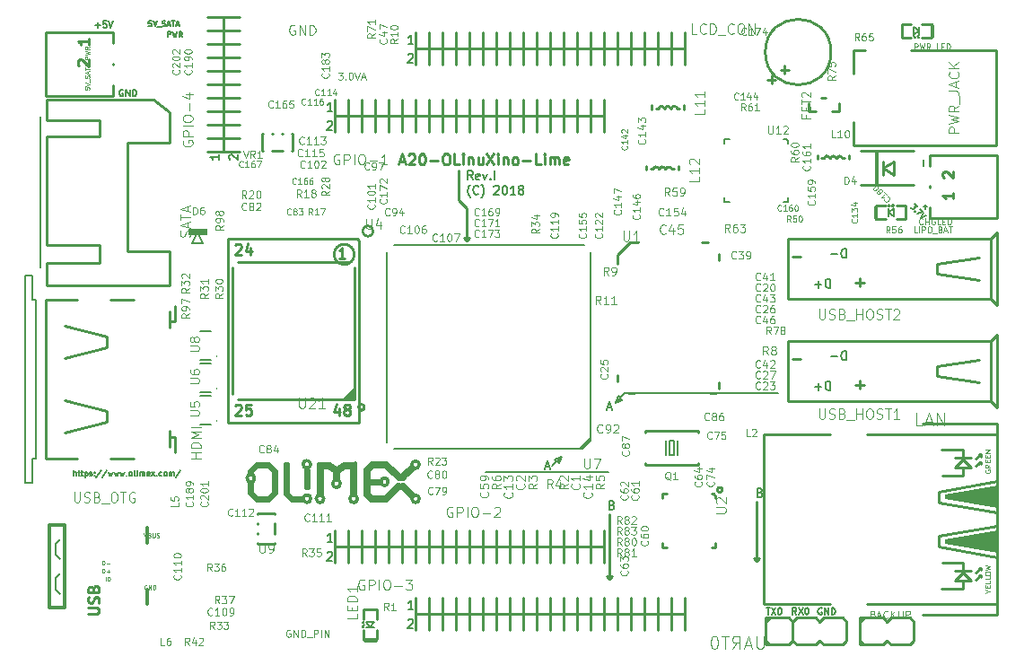
<source format=gbr>
%TF.GenerationSoftware,KiCad,Pcbnew,(6.0.1)*%
%TF.CreationDate,2022-06-22T14:46:01-03:00*%
%TF.ProjectId,A20-OLinuXino-Lime_Rev_I1,4132302d-4f4c-4696-9e75-58696e6f2d4c,rev?*%
%TF.SameCoordinates,Original*%
%TF.FileFunction,Legend,Top*%
%TF.FilePolarity,Positive*%
%FSLAX46Y46*%
G04 Gerber Fmt 4.6, Leading zero omitted, Abs format (unit mm)*
G04 Created by KiCad (PCBNEW (6.0.1)) date 2022-06-22 14:46:01*
%MOMM*%
%LPD*%
G01*
G04 APERTURE LIST*
%ADD10C,0.254000*%
%ADD11C,0.203200*%
%ADD12C,0.152400*%
%ADD13C,0.182880*%
%ADD14C,0.127000*%
%ADD15C,0.132080*%
%ADD16C,0.048768*%
%ADD17C,0.065024*%
%ADD18C,0.081280*%
%ADD19C,0.096000*%
%ADD20C,0.101600*%
%ADD21C,0.121920*%
%ADD22C,0.558800*%
%ADD23C,0.660400*%
%ADD24C,0.609600*%
%ADD25C,0.355600*%
%ADD26C,0.304800*%
G04 APERTURE END LIST*
D10*
X171672100Y-126680600D02*
X171672100Y-121092600D01*
D11*
X158665400Y-111134000D02*
X159024700Y-111493300D01*
D10*
X158083100Y-128077600D02*
X157575100Y-128077600D01*
X144113100Y-96200600D02*
X144367100Y-96454600D01*
D11*
X159024700Y-111493300D02*
X158396000Y-111762700D01*
X158396000Y-111762700D02*
X158665400Y-111134000D01*
X153299800Y-116833500D02*
X153030400Y-117462200D01*
D10*
X144367100Y-93406600D02*
X144367100Y-96454600D01*
D11*
X103727100Y-117028600D02*
X103346100Y-117028600D01*
X102711100Y-119314600D02*
X103346100Y-119314600D01*
X146145100Y-118298600D02*
X157702100Y-118298600D01*
D10*
X157829100Y-128331600D02*
X157829100Y-122235600D01*
D11*
X159276900Y-110881800D02*
X158396000Y-111762700D01*
D10*
X144621100Y-96200600D02*
X144113100Y-96200600D01*
X171418100Y-126426600D02*
X171926100Y-126426600D01*
D11*
X103727100Y-102042600D02*
X103727100Y-117028600D01*
X152671100Y-117102900D02*
X153299800Y-116833500D01*
D10*
X171926100Y-126426600D02*
X171672100Y-126680600D01*
D11*
X102711100Y-99756600D02*
X102711100Y-119314600D01*
D10*
X157575100Y-128077600D02*
X157829100Y-128331600D01*
D11*
X103346100Y-99756600D02*
X102711100Y-99756600D01*
D10*
X157829100Y-128331600D02*
X158083100Y-128077600D01*
X143605100Y-89850600D02*
X143605100Y-92644600D01*
X144367100Y-96454600D02*
X144621100Y-96200600D01*
D11*
X103727100Y-102042600D02*
X103346100Y-102042600D01*
X103346100Y-102042600D02*
X103346100Y-99756600D01*
X153030400Y-117462200D02*
X152671100Y-117102900D01*
D10*
X171672100Y-126680600D02*
X171418100Y-126426600D01*
D11*
X104108100Y-98994600D02*
X104108100Y-84770600D01*
X159276900Y-110881800D02*
X173754900Y-110881800D01*
X103346100Y-117028600D02*
X103346100Y-119314600D01*
X152418900Y-117714400D02*
X153299800Y-116833500D01*
D10*
X143605100Y-92644600D02*
X144367100Y-93406600D01*
D12*
X172591217Y-131121971D02*
X172939560Y-131121971D01*
X172765388Y-131731571D02*
X172765388Y-131121971D01*
X173084702Y-131121971D02*
X173491102Y-131731571D01*
X173491102Y-131121971D02*
X173084702Y-131731571D01*
X173839445Y-131121971D02*
X173897502Y-131121971D01*
X173955560Y-131151000D01*
X173984588Y-131180028D01*
X174013617Y-131238085D01*
X174042645Y-131354200D01*
X174042645Y-131499342D01*
X174013617Y-131615457D01*
X173984588Y-131673514D01*
X173955560Y-131702542D01*
X173897502Y-131731571D01*
X173839445Y-131731571D01*
X173781388Y-131702542D01*
X173752360Y-131673514D01*
X173723331Y-131615457D01*
X173694302Y-131499342D01*
X173694302Y-131354200D01*
X173723331Y-131238085D01*
X173752360Y-131180028D01*
X173781388Y-131151000D01*
X173839445Y-131121971D01*
D11*
X151765999Y-117773666D02*
X152153046Y-117773666D01*
X151688589Y-118005895D02*
X151959522Y-117193095D01*
X152230456Y-118005895D01*
X144670932Y-92407533D02*
X144632227Y-92368828D01*
X144554818Y-92252714D01*
X144516113Y-92175304D01*
X144477408Y-92059190D01*
X144438703Y-91865666D01*
X144438703Y-91710847D01*
X144477408Y-91517323D01*
X144516113Y-91401209D01*
X144554818Y-91323800D01*
X144632227Y-91207685D01*
X144670932Y-91168980D01*
X145445027Y-92020485D02*
X145406322Y-92059190D01*
X145290208Y-92097895D01*
X145212799Y-92097895D01*
X145096684Y-92059190D01*
X145019275Y-91981780D01*
X144980570Y-91904371D01*
X144941865Y-91749552D01*
X144941865Y-91633438D01*
X144980570Y-91478619D01*
X145019275Y-91401209D01*
X145096684Y-91323800D01*
X145212799Y-91285095D01*
X145290208Y-91285095D01*
X145406322Y-91323800D01*
X145445027Y-91362504D01*
X145715960Y-92407533D02*
X145754665Y-92368828D01*
X145832075Y-92252714D01*
X145870780Y-92175304D01*
X145909484Y-92059190D01*
X145948189Y-91865666D01*
X145948189Y-91710847D01*
X145909484Y-91517323D01*
X145870780Y-91401209D01*
X145832075Y-91323800D01*
X145754665Y-91207685D01*
X145715960Y-91168980D01*
X146915808Y-91362504D02*
X146954513Y-91323800D01*
X147031922Y-91285095D01*
X147225446Y-91285095D01*
X147302856Y-91323800D01*
X147341560Y-91362504D01*
X147380265Y-91439914D01*
X147380265Y-91517323D01*
X147341560Y-91633438D01*
X146877103Y-92097895D01*
X147380265Y-92097895D01*
X147883427Y-91285095D02*
X147960837Y-91285095D01*
X148038246Y-91323800D01*
X148076951Y-91362504D01*
X148115656Y-91439914D01*
X148154360Y-91594733D01*
X148154360Y-91788257D01*
X148115656Y-91943076D01*
X148076951Y-92020485D01*
X148038246Y-92059190D01*
X147960837Y-92097895D01*
X147883427Y-92097895D01*
X147806018Y-92059190D01*
X147767313Y-92020485D01*
X147728608Y-91943076D01*
X147689903Y-91788257D01*
X147689903Y-91594733D01*
X147728608Y-91439914D01*
X147767313Y-91362504D01*
X147806018Y-91323800D01*
X147883427Y-91285095D01*
X148928456Y-92097895D02*
X148463999Y-92097895D01*
X148696227Y-92097895D02*
X148696227Y-91285095D01*
X148618818Y-91401209D01*
X148541408Y-91478619D01*
X148463999Y-91517323D01*
X149392913Y-91633438D02*
X149315503Y-91594733D01*
X149276799Y-91556028D01*
X149238094Y-91478619D01*
X149238094Y-91439914D01*
X149276799Y-91362504D01*
X149315503Y-91323800D01*
X149392913Y-91285095D01*
X149547732Y-91285095D01*
X149625141Y-91323800D01*
X149663846Y-91362504D01*
X149702551Y-91439914D01*
X149702551Y-91478619D01*
X149663846Y-91556028D01*
X149625141Y-91594733D01*
X149547732Y-91633438D01*
X149392913Y-91633438D01*
X149315503Y-91672142D01*
X149276799Y-91710847D01*
X149238094Y-91788257D01*
X149238094Y-91943076D01*
X149276799Y-92020485D01*
X149315503Y-92059190D01*
X149392913Y-92097895D01*
X149547732Y-92097895D01*
X149625141Y-92059190D01*
X149663846Y-92020485D01*
X149702551Y-91943076D01*
X149702551Y-91788257D01*
X149663846Y-91710847D01*
X149625141Y-91672142D01*
X149547732Y-91633438D01*
D13*
X187457111Y-89430992D02*
X187457111Y-88873643D01*
D12*
X175439645Y-131731571D02*
X175236445Y-131441285D01*
X175091302Y-131731571D02*
X175091302Y-131121971D01*
X175323531Y-131121971D01*
X175381588Y-131151000D01*
X175410617Y-131180028D01*
X175439645Y-131238085D01*
X175439645Y-131325171D01*
X175410617Y-131383228D01*
X175381588Y-131412257D01*
X175323531Y-131441285D01*
X175091302Y-131441285D01*
X175642845Y-131121971D02*
X176049245Y-131731571D01*
X176049245Y-131121971D02*
X175642845Y-131731571D01*
X176397588Y-131121971D02*
X176455645Y-131121971D01*
X176513702Y-131151000D01*
X176542731Y-131180028D01*
X176571760Y-131238085D01*
X176600788Y-131354200D01*
X176600788Y-131499342D01*
X176571760Y-131615457D01*
X176542731Y-131673514D01*
X176513702Y-131702542D01*
X176455645Y-131731571D01*
X176397588Y-131731571D01*
X176339531Y-131702542D01*
X176310502Y-131673514D01*
X176281474Y-131615457D01*
X176252445Y-131499342D01*
X176252445Y-131354200D01*
X176281474Y-131238085D01*
X176310502Y-131180028D01*
X176339531Y-131151000D01*
X176397588Y-131121971D01*
X177823617Y-131151000D02*
X177765560Y-131121971D01*
X177678474Y-131121971D01*
X177591388Y-131151000D01*
X177533331Y-131209057D01*
X177504302Y-131267114D01*
X177475274Y-131383228D01*
X177475274Y-131470314D01*
X177504302Y-131586428D01*
X177533331Y-131644485D01*
X177591388Y-131702542D01*
X177678474Y-131731571D01*
X177736531Y-131731571D01*
X177823617Y-131702542D01*
X177852645Y-131673514D01*
X177852645Y-131470314D01*
X177736531Y-131470314D01*
X178113902Y-131731571D02*
X178113902Y-131121971D01*
X178462245Y-131731571D01*
X178462245Y-131121971D01*
X178752531Y-131731571D02*
X178752531Y-131121971D01*
X178897674Y-131121971D01*
X178984760Y-131151000D01*
X179042817Y-131209057D01*
X179071845Y-131267114D01*
X179100874Y-131383228D01*
X179100874Y-131470314D01*
X179071845Y-131586428D01*
X179042817Y-131644485D01*
X178984760Y-131702542D01*
X178897674Y-131731571D01*
X178752531Y-131731571D01*
D11*
X157607999Y-112185666D02*
X157995046Y-112185666D01*
X157530589Y-112417895D02*
X157801522Y-111605095D01*
X158072456Y-112417895D01*
D12*
X109305302Y-76127342D02*
X109769760Y-76127342D01*
X109537531Y-76359571D02*
X109537531Y-75895114D01*
X110350331Y-75749971D02*
X110060045Y-75749971D01*
X110031017Y-76040257D01*
X110060045Y-76011228D01*
X110118102Y-75982200D01*
X110263245Y-75982200D01*
X110321302Y-76011228D01*
X110350331Y-76040257D01*
X110379360Y-76098314D01*
X110379360Y-76243457D01*
X110350331Y-76301514D01*
X110321302Y-76330542D01*
X110263245Y-76359571D01*
X110118102Y-76359571D01*
X110060045Y-76330542D01*
X110031017Y-76301514D01*
X110553531Y-75749971D02*
X110756731Y-76359571D01*
X110959931Y-75749971D01*
X111910617Y-82256000D02*
X111852560Y-82226971D01*
X111765474Y-82226971D01*
X111678388Y-82256000D01*
X111620331Y-82314057D01*
X111591302Y-82372114D01*
X111562274Y-82488228D01*
X111562274Y-82575314D01*
X111591302Y-82691428D01*
X111620331Y-82749485D01*
X111678388Y-82807542D01*
X111765474Y-82836571D01*
X111823531Y-82836571D01*
X111910617Y-82807542D01*
X111939645Y-82778514D01*
X111939645Y-82575314D01*
X111823531Y-82575314D01*
X112200902Y-82836571D02*
X112200902Y-82226971D01*
X112549245Y-82836571D01*
X112549245Y-82226971D01*
X112839531Y-82836571D02*
X112839531Y-82226971D01*
X112984674Y-82226971D01*
X113071760Y-82256000D01*
X113129817Y-82314057D01*
X113158845Y-82372114D01*
X113187874Y-82488228D01*
X113187874Y-82575314D01*
X113158845Y-82691428D01*
X113129817Y-82749485D01*
X113071760Y-82807542D01*
X112984674Y-82836571D01*
X112839531Y-82836571D01*
D14*
X116122602Y-77253409D02*
X116122602Y-76745409D01*
X116316126Y-76745409D01*
X116364507Y-76769600D01*
X116388697Y-76793790D01*
X116412888Y-76842171D01*
X116412888Y-76914742D01*
X116388697Y-76963123D01*
X116364507Y-76987314D01*
X116316126Y-77011504D01*
X116122602Y-77011504D01*
X116582221Y-76745409D02*
X116703173Y-77253409D01*
X116799935Y-76890552D01*
X116896697Y-77253409D01*
X117017650Y-76745409D01*
X117501459Y-77253409D02*
X117332126Y-77011504D01*
X117211173Y-77253409D02*
X117211173Y-76745409D01*
X117404697Y-76745409D01*
X117453078Y-76769600D01*
X117477269Y-76793790D01*
X117501459Y-76842171D01*
X117501459Y-76914742D01*
X117477269Y-76963123D01*
X117453078Y-76987314D01*
X117404697Y-77011504D01*
X117211173Y-77011504D01*
X114586507Y-75729409D02*
X114344602Y-75729409D01*
X114320411Y-75971314D01*
X114344602Y-75947123D01*
X114392983Y-75922933D01*
X114513935Y-75922933D01*
X114562316Y-75947123D01*
X114586507Y-75971314D01*
X114610697Y-76019695D01*
X114610697Y-76140647D01*
X114586507Y-76189028D01*
X114562316Y-76213219D01*
X114513935Y-76237409D01*
X114392983Y-76237409D01*
X114344602Y-76213219D01*
X114320411Y-76189028D01*
X114755840Y-75729409D02*
X114925173Y-76237409D01*
X115094507Y-75729409D01*
X115142888Y-76285790D02*
X115529935Y-76285790D01*
X115626697Y-76213219D02*
X115699269Y-76237409D01*
X115820221Y-76237409D01*
X115868602Y-76213219D01*
X115892792Y-76189028D01*
X115916983Y-76140647D01*
X115916983Y-76092266D01*
X115892792Y-76043885D01*
X115868602Y-76019695D01*
X115820221Y-75995504D01*
X115723459Y-75971314D01*
X115675078Y-75947123D01*
X115650888Y-75922933D01*
X115626697Y-75874552D01*
X115626697Y-75826171D01*
X115650888Y-75777790D01*
X115675078Y-75753600D01*
X115723459Y-75729409D01*
X115844411Y-75729409D01*
X115916983Y-75753600D01*
X116110507Y-76092266D02*
X116352411Y-76092266D01*
X116062126Y-76237409D02*
X116231459Y-75729409D01*
X116400792Y-76237409D01*
X116497554Y-75729409D02*
X116787840Y-75729409D01*
X116642697Y-76237409D02*
X116642697Y-75729409D01*
X116932983Y-76092266D02*
X117174888Y-76092266D01*
X116884602Y-76237409D02*
X117053935Y-75729409D01*
X117223269Y-76237409D01*
D11*
X144903160Y-90700895D02*
X144632227Y-90313847D01*
X144438703Y-90700895D02*
X144438703Y-89888095D01*
X144748341Y-89888095D01*
X144825751Y-89926800D01*
X144864456Y-89965504D01*
X144903160Y-90042914D01*
X144903160Y-90159028D01*
X144864456Y-90236438D01*
X144825751Y-90275142D01*
X144748341Y-90313847D01*
X144438703Y-90313847D01*
X145561141Y-90662190D02*
X145483732Y-90700895D01*
X145328913Y-90700895D01*
X145251503Y-90662190D01*
X145212799Y-90584780D01*
X145212799Y-90275142D01*
X145251503Y-90197733D01*
X145328913Y-90159028D01*
X145483732Y-90159028D01*
X145561141Y-90197733D01*
X145599846Y-90275142D01*
X145599846Y-90352552D01*
X145212799Y-90429961D01*
X145870780Y-90159028D02*
X146064303Y-90700895D01*
X146257827Y-90159028D01*
X146567465Y-90623485D02*
X146606170Y-90662190D01*
X146567465Y-90700895D01*
X146528760Y-90662190D01*
X146567465Y-90623485D01*
X146567465Y-90700895D01*
X146954513Y-90700895D02*
X146954513Y-89888095D01*
D15*
X107240742Y-118654441D02*
X107240742Y-118126121D01*
X107467165Y-118654441D02*
X107467165Y-118377702D01*
X107442007Y-118327386D01*
X107391691Y-118302228D01*
X107316216Y-118302228D01*
X107265900Y-118327386D01*
X107240742Y-118352544D01*
X107643272Y-118302228D02*
X107844536Y-118302228D01*
X107718746Y-118126121D02*
X107718746Y-118578967D01*
X107743904Y-118629283D01*
X107794220Y-118654441D01*
X107844536Y-118654441D01*
X107945169Y-118302228D02*
X108146433Y-118302228D01*
X108020643Y-118126121D02*
X108020643Y-118578967D01*
X108045801Y-118629283D01*
X108096117Y-118654441D01*
X108146433Y-118654441D01*
X108322540Y-118302228D02*
X108322540Y-118830548D01*
X108322540Y-118327386D02*
X108372856Y-118302228D01*
X108473489Y-118302228D01*
X108523805Y-118327386D01*
X108548963Y-118352544D01*
X108574121Y-118402860D01*
X108574121Y-118553809D01*
X108548963Y-118604125D01*
X108523805Y-118629283D01*
X108473489Y-118654441D01*
X108372856Y-118654441D01*
X108322540Y-118629283D01*
X108775386Y-118629283D02*
X108825702Y-118654441D01*
X108926334Y-118654441D01*
X108976651Y-118629283D01*
X109001809Y-118578967D01*
X109001809Y-118553809D01*
X108976651Y-118503493D01*
X108926334Y-118478335D01*
X108850860Y-118478335D01*
X108800544Y-118453177D01*
X108775386Y-118402860D01*
X108775386Y-118377702D01*
X108800544Y-118327386D01*
X108850860Y-118302228D01*
X108926334Y-118302228D01*
X108976651Y-118327386D01*
X109228232Y-118604125D02*
X109253390Y-118629283D01*
X109228232Y-118654441D01*
X109203073Y-118629283D01*
X109228232Y-118604125D01*
X109228232Y-118654441D01*
X109228232Y-118327386D02*
X109253390Y-118352544D01*
X109228232Y-118377702D01*
X109203073Y-118352544D01*
X109228232Y-118327386D01*
X109228232Y-118377702D01*
X109857184Y-118100963D02*
X109404338Y-118780232D01*
X110410662Y-118100963D02*
X109957816Y-118780232D01*
X110536452Y-118302228D02*
X110637085Y-118654441D01*
X110737717Y-118402860D01*
X110838350Y-118654441D01*
X110938982Y-118302228D01*
X111089931Y-118302228D02*
X111190563Y-118654441D01*
X111291195Y-118402860D01*
X111391828Y-118654441D01*
X111492460Y-118302228D01*
X111643409Y-118302228D02*
X111744041Y-118654441D01*
X111844673Y-118402860D01*
X111945306Y-118654441D01*
X112045938Y-118302228D01*
X112247203Y-118604125D02*
X112272361Y-118629283D01*
X112247203Y-118654441D01*
X112222045Y-118629283D01*
X112247203Y-118604125D01*
X112247203Y-118654441D01*
X112574258Y-118654441D02*
X112523942Y-118629283D01*
X112498784Y-118604125D01*
X112473626Y-118553809D01*
X112473626Y-118402860D01*
X112498784Y-118352544D01*
X112523942Y-118327386D01*
X112574258Y-118302228D01*
X112649732Y-118302228D01*
X112700049Y-118327386D01*
X112725207Y-118352544D01*
X112750365Y-118402860D01*
X112750365Y-118553809D01*
X112725207Y-118604125D01*
X112700049Y-118629283D01*
X112649732Y-118654441D01*
X112574258Y-118654441D01*
X113052262Y-118654441D02*
X113001946Y-118629283D01*
X112976788Y-118578967D01*
X112976788Y-118126121D01*
X113253527Y-118654441D02*
X113253527Y-118302228D01*
X113253527Y-118126121D02*
X113228369Y-118151280D01*
X113253527Y-118176438D01*
X113278685Y-118151280D01*
X113253527Y-118126121D01*
X113253527Y-118176438D01*
X113505108Y-118654441D02*
X113505108Y-118302228D01*
X113505108Y-118352544D02*
X113530266Y-118327386D01*
X113580582Y-118302228D01*
X113656056Y-118302228D01*
X113706372Y-118327386D01*
X113731531Y-118377702D01*
X113731531Y-118654441D01*
X113731531Y-118377702D02*
X113756689Y-118327386D01*
X113807005Y-118302228D01*
X113882479Y-118302228D01*
X113932795Y-118327386D01*
X113957953Y-118377702D01*
X113957953Y-118654441D01*
X114410799Y-118629283D02*
X114360483Y-118654441D01*
X114259851Y-118654441D01*
X114209534Y-118629283D01*
X114184376Y-118578967D01*
X114184376Y-118377702D01*
X114209534Y-118327386D01*
X114259851Y-118302228D01*
X114360483Y-118302228D01*
X114410799Y-118327386D01*
X114435957Y-118377702D01*
X114435957Y-118428019D01*
X114184376Y-118478335D01*
X114612064Y-118654441D02*
X114888803Y-118302228D01*
X114612064Y-118302228D02*
X114888803Y-118654441D01*
X115090068Y-118604125D02*
X115115226Y-118629283D01*
X115090068Y-118654441D01*
X115064910Y-118629283D01*
X115090068Y-118604125D01*
X115090068Y-118654441D01*
X115568072Y-118629283D02*
X115517755Y-118654441D01*
X115417123Y-118654441D01*
X115366807Y-118629283D01*
X115341649Y-118604125D01*
X115316491Y-118553809D01*
X115316491Y-118402860D01*
X115341649Y-118352544D01*
X115366807Y-118327386D01*
X115417123Y-118302228D01*
X115517755Y-118302228D01*
X115568072Y-118327386D01*
X115869969Y-118654441D02*
X115819652Y-118629283D01*
X115794494Y-118604125D01*
X115769336Y-118553809D01*
X115769336Y-118402860D01*
X115794494Y-118352544D01*
X115819652Y-118327386D01*
X115869969Y-118302228D01*
X115945443Y-118302228D01*
X115995759Y-118327386D01*
X116020917Y-118352544D01*
X116046075Y-118402860D01*
X116046075Y-118553809D01*
X116020917Y-118604125D01*
X115995759Y-118629283D01*
X115945443Y-118654441D01*
X115869969Y-118654441D01*
X116272498Y-118654441D02*
X116272498Y-118302228D01*
X116272498Y-118352544D02*
X116297656Y-118327386D01*
X116347972Y-118302228D01*
X116423447Y-118302228D01*
X116473763Y-118327386D01*
X116498921Y-118377702D01*
X116498921Y-118654441D01*
X116498921Y-118377702D02*
X116524079Y-118327386D01*
X116574395Y-118302228D01*
X116649870Y-118302228D01*
X116700186Y-118327386D01*
X116725344Y-118377702D01*
X116725344Y-118654441D01*
X117354296Y-118100963D02*
X116901451Y-118780232D01*
D11*
X158044637Y-121390142D02*
X158160751Y-121428847D01*
X158199456Y-121467552D01*
X158238160Y-121544961D01*
X158238160Y-121661076D01*
X158199456Y-121738485D01*
X158160751Y-121777190D01*
X158083341Y-121815895D01*
X157773703Y-121815895D01*
X157773703Y-121003095D01*
X158044637Y-121003095D01*
X158122046Y-121041800D01*
X158160751Y-121080504D01*
X158199456Y-121157914D01*
X158199456Y-121235323D01*
X158160751Y-121312733D01*
X158122046Y-121351438D01*
X158044637Y-121390142D01*
X157773703Y-121390142D01*
D14*
X186595292Y-92981281D02*
X186817660Y-93203650D01*
X186561081Y-93220755D01*
X186612397Y-93272071D01*
X186629502Y-93323386D01*
X186629502Y-93357597D01*
X186612397Y-93408913D01*
X186526871Y-93494439D01*
X186475555Y-93511544D01*
X186441345Y-93511544D01*
X186390029Y-93494439D01*
X186287397Y-93391807D01*
X186270292Y-93340492D01*
X186270292Y-93306281D01*
X186646608Y-93682597D02*
X186646608Y-93716807D01*
X186612397Y-93716807D01*
X186612397Y-93682597D01*
X186646608Y-93682597D01*
X186612397Y-93716807D01*
X187108449Y-93494439D02*
X187347923Y-93733912D01*
X186834765Y-93939175D01*
X187433449Y-93819439D02*
X187193976Y-94298386D01*
X187672923Y-94058912D01*
D10*
X137994723Y-89003933D02*
X138478533Y-89003933D01*
X137897961Y-89294219D02*
X138236628Y-88278219D01*
X138575295Y-89294219D01*
X138865580Y-88374980D02*
X138913961Y-88326600D01*
X139010723Y-88278219D01*
X139252628Y-88278219D01*
X139349390Y-88326600D01*
X139397771Y-88374980D01*
X139446152Y-88471742D01*
X139446152Y-88568504D01*
X139397771Y-88713647D01*
X138817200Y-89294219D01*
X139446152Y-89294219D01*
X140075104Y-88278219D02*
X140171866Y-88278219D01*
X140268628Y-88326600D01*
X140317009Y-88374980D01*
X140365390Y-88471742D01*
X140413771Y-88665266D01*
X140413771Y-88907171D01*
X140365390Y-89100695D01*
X140317009Y-89197457D01*
X140268628Y-89245838D01*
X140171866Y-89294219D01*
X140075104Y-89294219D01*
X139978342Y-89245838D01*
X139929961Y-89197457D01*
X139881580Y-89100695D01*
X139833200Y-88907171D01*
X139833200Y-88665266D01*
X139881580Y-88471742D01*
X139929961Y-88374980D01*
X139978342Y-88326600D01*
X140075104Y-88278219D01*
X140849200Y-88907171D02*
X141623295Y-88907171D01*
X142300628Y-88278219D02*
X142494152Y-88278219D01*
X142590914Y-88326600D01*
X142687676Y-88423361D01*
X142736057Y-88616885D01*
X142736057Y-88955552D01*
X142687676Y-89149076D01*
X142590914Y-89245838D01*
X142494152Y-89294219D01*
X142300628Y-89294219D01*
X142203866Y-89245838D01*
X142107104Y-89149076D01*
X142058723Y-88955552D01*
X142058723Y-88616885D01*
X142107104Y-88423361D01*
X142203866Y-88326600D01*
X142300628Y-88278219D01*
X143655295Y-89294219D02*
X143171485Y-89294219D01*
X143171485Y-88278219D01*
X143993961Y-89294219D02*
X143993961Y-88616885D01*
X143993961Y-88278219D02*
X143945580Y-88326600D01*
X143993961Y-88374980D01*
X144042342Y-88326600D01*
X143993961Y-88278219D01*
X143993961Y-88374980D01*
X144477771Y-88616885D02*
X144477771Y-89294219D01*
X144477771Y-88713647D02*
X144526152Y-88665266D01*
X144622914Y-88616885D01*
X144768057Y-88616885D01*
X144864819Y-88665266D01*
X144913200Y-88762028D01*
X144913200Y-89294219D01*
X145832438Y-88616885D02*
X145832438Y-89294219D01*
X145397009Y-88616885D02*
X145397009Y-89149076D01*
X145445390Y-89245838D01*
X145542152Y-89294219D01*
X145687295Y-89294219D01*
X145784057Y-89245838D01*
X145832438Y-89197457D01*
X146219485Y-88278219D02*
X146896819Y-89294219D01*
X146896819Y-88278219D02*
X146219485Y-89294219D01*
X147283866Y-89294219D02*
X147283866Y-88616885D01*
X147283866Y-88278219D02*
X147235485Y-88326600D01*
X147283866Y-88374980D01*
X147332247Y-88326600D01*
X147283866Y-88278219D01*
X147283866Y-88374980D01*
X147767676Y-88616885D02*
X147767676Y-89294219D01*
X147767676Y-88713647D02*
X147816057Y-88665266D01*
X147912819Y-88616885D01*
X148057961Y-88616885D01*
X148154723Y-88665266D01*
X148203104Y-88762028D01*
X148203104Y-89294219D01*
X148832057Y-89294219D02*
X148735295Y-89245838D01*
X148686914Y-89197457D01*
X148638533Y-89100695D01*
X148638533Y-88810409D01*
X148686914Y-88713647D01*
X148735295Y-88665266D01*
X148832057Y-88616885D01*
X148977200Y-88616885D01*
X149073961Y-88665266D01*
X149122342Y-88713647D01*
X149170723Y-88810409D01*
X149170723Y-89100695D01*
X149122342Y-89197457D01*
X149073961Y-89245838D01*
X148977200Y-89294219D01*
X148832057Y-89294219D01*
X149606152Y-88907171D02*
X150380247Y-88907171D01*
X151347866Y-89294219D02*
X150864057Y-89294219D01*
X150864057Y-88278219D01*
X151686533Y-89294219D02*
X151686533Y-88616885D01*
X151686533Y-88278219D02*
X151638152Y-88326600D01*
X151686533Y-88374980D01*
X151734914Y-88326600D01*
X151686533Y-88278219D01*
X151686533Y-88374980D01*
X152170342Y-89294219D02*
X152170342Y-88616885D01*
X152170342Y-88713647D02*
X152218723Y-88665266D01*
X152315485Y-88616885D01*
X152460628Y-88616885D01*
X152557390Y-88665266D01*
X152605771Y-88762028D01*
X152605771Y-89294219D01*
X152605771Y-88762028D02*
X152654152Y-88665266D01*
X152750914Y-88616885D01*
X152896057Y-88616885D01*
X152992819Y-88665266D01*
X153041200Y-88762028D01*
X153041200Y-89294219D01*
X153912057Y-89245838D02*
X153815295Y-89294219D01*
X153621771Y-89294219D01*
X153525009Y-89245838D01*
X153476628Y-89149076D01*
X153476628Y-88762028D01*
X153525009Y-88665266D01*
X153621771Y-88616885D01*
X153815295Y-88616885D01*
X153912057Y-88665266D01*
X153960438Y-88762028D01*
X153960438Y-88858790D01*
X153476628Y-88955552D01*
D11*
X172014637Y-120247142D02*
X172130751Y-120285847D01*
X172169456Y-120324552D01*
X172208160Y-120401961D01*
X172208160Y-120518076D01*
X172169456Y-120595485D01*
X172130751Y-120634190D01*
X172053341Y-120672895D01*
X171743703Y-120672895D01*
X171743703Y-119860095D01*
X172014637Y-119860095D01*
X172092046Y-119898800D01*
X172130751Y-119937504D01*
X172169456Y-120014914D01*
X172169456Y-120092323D01*
X172130751Y-120169733D01*
X172092046Y-120208438D01*
X172014637Y-120247142D01*
X171743703Y-120247142D01*
D10*
X172714104Y-81287171D02*
X173488200Y-81287171D01*
X173101152Y-81674219D02*
X173101152Y-80900123D01*
D14*
X187583385Y-93457097D02*
X187583385Y-93070050D01*
X187776909Y-93263573D02*
X187389861Y-93263573D01*
D16*
%TO.C,C113*%
X128974177Y-87311325D02*
X128940214Y-87345289D01*
X128838323Y-87379252D01*
X128770396Y-87379252D01*
X128668506Y-87345289D01*
X128600579Y-87277362D01*
X128566616Y-87209435D01*
X128532652Y-87073581D01*
X128532652Y-86971691D01*
X128566616Y-86835837D01*
X128600579Y-86767910D01*
X128668506Y-86699984D01*
X128770396Y-86666020D01*
X128838323Y-86666020D01*
X128940214Y-86699984D01*
X128974177Y-86733947D01*
X129653446Y-87379252D02*
X129245884Y-87379252D01*
X129449665Y-87379252D02*
X129449665Y-86666020D01*
X129381738Y-86767910D01*
X129313811Y-86835837D01*
X129245884Y-86869801D01*
X130332714Y-87379252D02*
X129925153Y-87379252D01*
X130128934Y-87379252D02*
X130128934Y-86666020D01*
X130061007Y-86767910D01*
X129993080Y-86835837D01*
X129925153Y-86869801D01*
X130570458Y-86666020D02*
X131011983Y-86666020D01*
X130774239Y-86937728D01*
X130876129Y-86937728D01*
X130944056Y-86971691D01*
X130978019Y-87005654D01*
X131011983Y-87073581D01*
X131011983Y-87243398D01*
X130978019Y-87311325D01*
X130944056Y-87345289D01*
X130876129Y-87379252D01*
X130672348Y-87379252D01*
X130604422Y-87345289D01*
X130570458Y-87311325D01*
%TO.C,C41*%
X172027177Y-100138325D02*
X171993214Y-100172289D01*
X171891323Y-100206252D01*
X171823396Y-100206252D01*
X171721506Y-100172289D01*
X171653579Y-100104362D01*
X171619616Y-100036435D01*
X171585652Y-99900581D01*
X171585652Y-99798691D01*
X171619616Y-99662837D01*
X171653579Y-99594910D01*
X171721506Y-99526984D01*
X171823396Y-99493020D01*
X171891323Y-99493020D01*
X171993214Y-99526984D01*
X172027177Y-99560947D01*
X172638519Y-99730764D02*
X172638519Y-100206252D01*
X172468702Y-99459057D02*
X172298884Y-99968508D01*
X172740409Y-99968508D01*
X173385714Y-100206252D02*
X172978153Y-100206252D01*
X173181934Y-100206252D02*
X173181934Y-99493020D01*
X173114007Y-99594910D01*
X173046080Y-99662837D01*
X172978153Y-99696801D01*
%TO.C,C147*%
X158845825Y-93579958D02*
X158879789Y-93613922D01*
X158913752Y-93715812D01*
X158913752Y-93783739D01*
X158879789Y-93885629D01*
X158811862Y-93953556D01*
X158743935Y-93987519D01*
X158608081Y-94021483D01*
X158506191Y-94021483D01*
X158370337Y-93987519D01*
X158302410Y-93953556D01*
X158234484Y-93885629D01*
X158200520Y-93783739D01*
X158200520Y-93715812D01*
X158234484Y-93613922D01*
X158268447Y-93579958D01*
X158913752Y-92900690D02*
X158913752Y-93308251D01*
X158913752Y-93104470D02*
X158200520Y-93104470D01*
X158302410Y-93172397D01*
X158370337Y-93240324D01*
X158404301Y-93308251D01*
X158438264Y-92289348D02*
X158913752Y-92289348D01*
X158166557Y-92459165D02*
X158676008Y-92628982D01*
X158676008Y-92187458D01*
X158200520Y-91983677D02*
X158200520Y-91508189D01*
X158913752Y-91813860D01*
%TO.C,C161*%
X176676625Y-89388958D02*
X176710589Y-89422922D01*
X176744552Y-89524812D01*
X176744552Y-89592739D01*
X176710589Y-89694629D01*
X176642662Y-89762556D01*
X176574735Y-89796519D01*
X176438881Y-89830483D01*
X176336991Y-89830483D01*
X176201137Y-89796519D01*
X176133210Y-89762556D01*
X176065284Y-89694629D01*
X176031320Y-89592739D01*
X176031320Y-89524812D01*
X176065284Y-89422922D01*
X176099247Y-89388958D01*
X176744552Y-88709690D02*
X176744552Y-89117251D01*
X176744552Y-88913470D02*
X176031320Y-88913470D01*
X176133210Y-88981397D01*
X176201137Y-89049324D01*
X176235101Y-89117251D01*
X176031320Y-88098348D02*
X176031320Y-88234202D01*
X176065284Y-88302128D01*
X176099247Y-88336092D01*
X176201137Y-88404019D01*
X176336991Y-88437982D01*
X176608698Y-88437982D01*
X176676625Y-88404019D01*
X176710589Y-88370055D01*
X176744552Y-88302128D01*
X176744552Y-88166275D01*
X176710589Y-88098348D01*
X176676625Y-88064384D01*
X176608698Y-88030421D01*
X176438881Y-88030421D01*
X176370954Y-88064384D01*
X176336991Y-88098348D01*
X176303028Y-88166275D01*
X176303028Y-88302128D01*
X176336991Y-88370055D01*
X176370954Y-88404019D01*
X176438881Y-88437982D01*
X176744552Y-87351152D02*
X176744552Y-87758714D01*
X176744552Y-87554933D02*
X176031320Y-87554933D01*
X176133210Y-87622860D01*
X176201137Y-87690787D01*
X176235101Y-87758714D01*
D17*
%TO.C,LCD_CON*%
X166043634Y-76945803D02*
X165590788Y-76945803D01*
X165590788Y-75994827D01*
X166904041Y-76855234D02*
X166858756Y-76900518D01*
X166722902Y-76945803D01*
X166632333Y-76945803D01*
X166496479Y-76900518D01*
X166405910Y-76809949D01*
X166360626Y-76719380D01*
X166315341Y-76538242D01*
X166315341Y-76402388D01*
X166360626Y-76221250D01*
X166405910Y-76130681D01*
X166496479Y-76040112D01*
X166632333Y-75994827D01*
X166722902Y-75994827D01*
X166858756Y-76040112D01*
X166904041Y-76085396D01*
X167311602Y-76945803D02*
X167311602Y-75994827D01*
X167538025Y-75994827D01*
X167673878Y-76040112D01*
X167764447Y-76130681D01*
X167809732Y-76221250D01*
X167855017Y-76402388D01*
X167855017Y-76538242D01*
X167809732Y-76719380D01*
X167764447Y-76809949D01*
X167673878Y-76900518D01*
X167538025Y-76945803D01*
X167311602Y-76945803D01*
X168036155Y-77036372D02*
X168760708Y-77036372D01*
X169530546Y-76855234D02*
X169485261Y-76900518D01*
X169349407Y-76945803D01*
X169258838Y-76945803D01*
X169122985Y-76900518D01*
X169032415Y-76809949D01*
X168987131Y-76719380D01*
X168941846Y-76538242D01*
X168941846Y-76402388D01*
X168987131Y-76221250D01*
X169032415Y-76130681D01*
X169122985Y-76040112D01*
X169258838Y-75994827D01*
X169349407Y-75994827D01*
X169485261Y-76040112D01*
X169530546Y-76085396D01*
X170119245Y-75994827D02*
X170300383Y-75994827D01*
X170390953Y-76040112D01*
X170481522Y-76130681D01*
X170526806Y-76311819D01*
X170526806Y-76628811D01*
X170481522Y-76809949D01*
X170390953Y-76900518D01*
X170300383Y-76945803D01*
X170119245Y-76945803D01*
X170028676Y-76900518D01*
X169938107Y-76809949D01*
X169892822Y-76628811D01*
X169892822Y-76311819D01*
X169938107Y-76130681D01*
X170028676Y-76040112D01*
X170119245Y-75994827D01*
X170934367Y-76945803D02*
X170934367Y-75994827D01*
X171477782Y-76945803D01*
X171477782Y-75994827D01*
D11*
X139276456Y-77873895D02*
X138811999Y-77873895D01*
X139044227Y-77873895D02*
X139044227Y-77061095D01*
X138966818Y-77177209D01*
X138889408Y-77254619D01*
X138811999Y-77293323D01*
X138811999Y-78916504D02*
X138850703Y-78877800D01*
X138928113Y-78839095D01*
X139121637Y-78839095D01*
X139199046Y-78877800D01*
X139237751Y-78916504D01*
X139276456Y-78993914D01*
X139276456Y-79071323D01*
X139237751Y-79187438D01*
X138773294Y-79651895D01*
X139276456Y-79651895D01*
D16*
%TO.C,C116*%
X129125367Y-83582968D02*
X129097452Y-83610884D01*
X129013704Y-83638800D01*
X128957873Y-83638800D01*
X128874125Y-83610884D01*
X128818294Y-83555052D01*
X128790378Y-83499221D01*
X128762462Y-83387557D01*
X128762462Y-83303810D01*
X128790378Y-83192147D01*
X128818294Y-83136315D01*
X128874125Y-83080484D01*
X128957873Y-83052568D01*
X129013704Y-83052568D01*
X129097452Y-83080484D01*
X129125367Y-83108399D01*
X129683684Y-83638800D02*
X129348694Y-83638800D01*
X129516189Y-83638800D02*
X129516189Y-83052568D01*
X129460357Y-83136315D01*
X129404526Y-83192147D01*
X129348694Y-83220063D01*
X130242000Y-83638800D02*
X129907010Y-83638800D01*
X130074505Y-83638800D02*
X130074505Y-83052568D01*
X130018673Y-83136315D01*
X129962842Y-83192147D01*
X129907010Y-83220063D01*
X130744484Y-83052568D02*
X130632821Y-83052568D01*
X130576990Y-83080484D01*
X130549074Y-83108399D01*
X130493242Y-83192147D01*
X130465326Y-83303810D01*
X130465326Y-83527136D01*
X130493242Y-83582968D01*
X130521158Y-83610884D01*
X130576990Y-83638800D01*
X130688653Y-83638800D01*
X130744484Y-83610884D01*
X130772400Y-83582968D01*
X130800316Y-83527136D01*
X130800316Y-83387557D01*
X130772400Y-83331726D01*
X130744484Y-83303810D01*
X130688653Y-83275894D01*
X130576990Y-83275894D01*
X130521158Y-83303810D01*
X130493242Y-83331726D01*
X130465326Y-83387557D01*
D18*
%TO.C,C189*%
X118448214Y-121123708D02*
X118480629Y-121156124D01*
X118513044Y-121253369D01*
X118513044Y-121318200D01*
X118480629Y-121415446D01*
X118415799Y-121480276D01*
X118350968Y-121512691D01*
X118221307Y-121545107D01*
X118124061Y-121545107D01*
X117994400Y-121512691D01*
X117929570Y-121480276D01*
X117864740Y-121415446D01*
X117832324Y-121318200D01*
X117832324Y-121253369D01*
X117864740Y-121156124D01*
X117897155Y-121123708D01*
X118513044Y-120475404D02*
X118513044Y-120864387D01*
X118513044Y-120669895D02*
X117832324Y-120669895D01*
X117929570Y-120734726D01*
X117994400Y-120799556D01*
X118026816Y-120864387D01*
X118124061Y-120086421D02*
X118091646Y-120151251D01*
X118059231Y-120183667D01*
X117994400Y-120216082D01*
X117961985Y-120216082D01*
X117897155Y-120183667D01*
X117864740Y-120151251D01*
X117832324Y-120086421D01*
X117832324Y-119956760D01*
X117864740Y-119891929D01*
X117897155Y-119859514D01*
X117961985Y-119827099D01*
X117994400Y-119827099D01*
X118059231Y-119859514D01*
X118091646Y-119891929D01*
X118124061Y-119956760D01*
X118124061Y-120086421D01*
X118156477Y-120151251D01*
X118188892Y-120183667D01*
X118253722Y-120216082D01*
X118383383Y-120216082D01*
X118448214Y-120183667D01*
X118480629Y-120151251D01*
X118513044Y-120086421D01*
X118513044Y-119956760D01*
X118480629Y-119891929D01*
X118448214Y-119859514D01*
X118383383Y-119827099D01*
X118253722Y-119827099D01*
X118188892Y-119859514D01*
X118156477Y-119891929D01*
X118124061Y-119956760D01*
X118513044Y-119502947D02*
X118513044Y-119373286D01*
X118480629Y-119308455D01*
X118448214Y-119276040D01*
X118350968Y-119211209D01*
X118221307Y-119178794D01*
X117961985Y-119178794D01*
X117897155Y-119211209D01*
X117864740Y-119243625D01*
X117832324Y-119308455D01*
X117832324Y-119438116D01*
X117864740Y-119502947D01*
X117897155Y-119535362D01*
X117961985Y-119567777D01*
X118124061Y-119567777D01*
X118188892Y-119535362D01*
X118221307Y-119502947D01*
X118253722Y-119438116D01*
X118253722Y-119308455D01*
X118221307Y-119243625D01*
X118188892Y-119211209D01*
X118124061Y-119178794D01*
%TO.C,C134*%
X181140857Y-94429518D02*
X181167224Y-94455886D01*
X181193592Y-94534988D01*
X181193592Y-94587724D01*
X181167224Y-94666827D01*
X181114489Y-94719562D01*
X181061754Y-94745929D01*
X180956283Y-94772297D01*
X180877180Y-94772297D01*
X180771710Y-94745929D01*
X180718975Y-94719562D01*
X180666240Y-94666827D01*
X180639872Y-94587724D01*
X180639872Y-94534988D01*
X180666240Y-94455886D01*
X180692607Y-94429518D01*
X181193592Y-93902166D02*
X181193592Y-94218577D01*
X181193592Y-94060371D02*
X180639872Y-94060371D01*
X180718975Y-94113107D01*
X180771710Y-94165842D01*
X180798078Y-94218577D01*
X180639872Y-93717592D02*
X180639872Y-93374813D01*
X180850813Y-93559387D01*
X180850813Y-93480284D01*
X180877180Y-93427548D01*
X180903548Y-93401181D01*
X180956283Y-93374813D01*
X181088121Y-93374813D01*
X181140857Y-93401181D01*
X181167224Y-93427548D01*
X181193592Y-93480284D01*
X181193592Y-93638489D01*
X181167224Y-93691225D01*
X181140857Y-93717592D01*
X180824445Y-92900196D02*
X181193592Y-92900196D01*
X180613504Y-93032034D02*
X181009019Y-93163872D01*
X181009019Y-92821093D01*
%TO.C,R8*%
X172759800Y-107233997D02*
X172490560Y-106849368D01*
X172298246Y-107233997D02*
X172298246Y-106426277D01*
X172605949Y-106426277D01*
X172682874Y-106464740D01*
X172721337Y-106503202D01*
X172759800Y-106580128D01*
X172759800Y-106695517D01*
X172721337Y-106772442D01*
X172682874Y-106810905D01*
X172605949Y-106849368D01*
X172298246Y-106849368D01*
X173221354Y-106772442D02*
X173144429Y-106733980D01*
X173105966Y-106695517D01*
X173067503Y-106618591D01*
X173067503Y-106580128D01*
X173105966Y-106503202D01*
X173144429Y-106464740D01*
X173221354Y-106426277D01*
X173375206Y-106426277D01*
X173452132Y-106464740D01*
X173490594Y-106503202D01*
X173529057Y-106580128D01*
X173529057Y-106618591D01*
X173490594Y-106695517D01*
X173452132Y-106733980D01*
X173375206Y-106772442D01*
X173221354Y-106772442D01*
X173144429Y-106810905D01*
X173105966Y-106849368D01*
X173067503Y-106926294D01*
X173067503Y-107080145D01*
X173105966Y-107157071D01*
X173144429Y-107195534D01*
X173221354Y-107233997D01*
X173375206Y-107233997D01*
X173452132Y-107195534D01*
X173490594Y-107157071D01*
X173529057Y-107080145D01*
X173529057Y-106926294D01*
X173490594Y-106849368D01*
X173452132Y-106810905D01*
X173375206Y-106772442D01*
%TO.C,R75*%
X179092044Y-80915702D02*
X178767892Y-81142609D01*
X179092044Y-81304685D02*
X178411324Y-81304685D01*
X178411324Y-81045363D01*
X178443740Y-80980532D01*
X178476155Y-80948117D01*
X178540985Y-80915702D01*
X178638231Y-80915702D01*
X178703061Y-80948117D01*
X178735477Y-80980532D01*
X178767892Y-81045363D01*
X178767892Y-81304685D01*
X178411324Y-80688795D02*
X178411324Y-80234982D01*
X179092044Y-80526719D01*
X178411324Y-79651508D02*
X178411324Y-79975660D01*
X178735477Y-80008075D01*
X178703061Y-79975660D01*
X178670646Y-79910830D01*
X178670646Y-79748753D01*
X178703061Y-79683923D01*
X178735477Y-79651508D01*
X178800307Y-79619092D01*
X178962383Y-79619092D01*
X179027214Y-79651508D01*
X179059629Y-79683923D01*
X179092044Y-79748753D01*
X179092044Y-79910830D01*
X179059629Y-79975660D01*
X179027214Y-80008075D01*
%TO.C,U1*%
X159120484Y-95561729D02*
X159120484Y-96318407D01*
X159164994Y-96407428D01*
X159209505Y-96451939D01*
X159298526Y-96496449D01*
X159476568Y-96496449D01*
X159565589Y-96451939D01*
X159610099Y-96407428D01*
X159654610Y-96318407D01*
X159654610Y-95561729D01*
X160589330Y-96496449D02*
X160055204Y-96496449D01*
X160322267Y-96496449D02*
X160322267Y-95561729D01*
X160233246Y-95695260D01*
X160144225Y-95784281D01*
X160055204Y-95828792D01*
%TO.C,C75*%
X167449991Y-115112714D02*
X167417575Y-115145129D01*
X167320330Y-115177544D01*
X167255499Y-115177544D01*
X167158253Y-115145129D01*
X167093423Y-115080299D01*
X167061008Y-115015468D01*
X167028592Y-114885807D01*
X167028592Y-114788561D01*
X167061008Y-114658900D01*
X167093423Y-114594070D01*
X167158253Y-114529240D01*
X167255499Y-114496824D01*
X167320330Y-114496824D01*
X167417575Y-114529240D01*
X167449991Y-114561655D01*
X167676897Y-114496824D02*
X168130711Y-114496824D01*
X167838973Y-115177544D01*
X168714185Y-114496824D02*
X168390032Y-114496824D01*
X168357617Y-114820977D01*
X168390032Y-114788561D01*
X168454863Y-114756146D01*
X168616939Y-114756146D01*
X168681770Y-114788561D01*
X168714185Y-114820977D01*
X168746600Y-114885807D01*
X168746600Y-115047883D01*
X168714185Y-115112714D01*
X168681770Y-115145129D01*
X168616939Y-115177544D01*
X168454863Y-115177544D01*
X168390032Y-115145129D01*
X168357617Y-115112714D01*
D16*
%TO.C,C45*%
X163095695Y-95747754D02*
X163054475Y-95788974D01*
X162930813Y-95830195D01*
X162848372Y-95830195D01*
X162724710Y-95788974D01*
X162642269Y-95706533D01*
X162601048Y-95624092D01*
X162559828Y-95459210D01*
X162559828Y-95335548D01*
X162601048Y-95170666D01*
X162642269Y-95088225D01*
X162724710Y-95005784D01*
X162848372Y-94964563D01*
X162930813Y-94964563D01*
X163054475Y-95005784D01*
X163095695Y-95047004D01*
X163837665Y-95253107D02*
X163837665Y-95830195D01*
X163631563Y-94923342D02*
X163425460Y-95541651D01*
X163961327Y-95541651D01*
X164703297Y-94964563D02*
X164291092Y-94964563D01*
X164249871Y-95376769D01*
X164291092Y-95335548D01*
X164373533Y-95294328D01*
X164579636Y-95294328D01*
X164662077Y-95335548D01*
X164703297Y-95376769D01*
X164744518Y-95459210D01*
X164744518Y-95665313D01*
X164703297Y-95747754D01*
X164662077Y-95788974D01*
X164579636Y-95830195D01*
X164373533Y-95830195D01*
X164291092Y-95788974D01*
X164249871Y-95747754D01*
%TO.C,C27*%
X172027177Y-109409325D02*
X171993214Y-109443289D01*
X171891323Y-109477252D01*
X171823396Y-109477252D01*
X171721506Y-109443289D01*
X171653579Y-109375362D01*
X171619616Y-109307435D01*
X171585652Y-109171581D01*
X171585652Y-109069691D01*
X171619616Y-108933837D01*
X171653579Y-108865910D01*
X171721506Y-108797984D01*
X171823396Y-108764020D01*
X171891323Y-108764020D01*
X171993214Y-108797984D01*
X172027177Y-108831947D01*
X172298884Y-108831947D02*
X172332848Y-108797984D01*
X172400775Y-108764020D01*
X172570592Y-108764020D01*
X172638519Y-108797984D01*
X172672482Y-108831947D01*
X172706446Y-108899874D01*
X172706446Y-108967801D01*
X172672482Y-109069691D01*
X172264921Y-109477252D01*
X172706446Y-109477252D01*
X172944190Y-108764020D02*
X173419678Y-108764020D01*
X173114007Y-109477252D01*
%TO.C,C43*%
X172027177Y-102170325D02*
X171993214Y-102204289D01*
X171891323Y-102238252D01*
X171823396Y-102238252D01*
X171721506Y-102204289D01*
X171653579Y-102136362D01*
X171619616Y-102068435D01*
X171585652Y-101932581D01*
X171585652Y-101830691D01*
X171619616Y-101694837D01*
X171653579Y-101626910D01*
X171721506Y-101558984D01*
X171823396Y-101525020D01*
X171891323Y-101525020D01*
X171993214Y-101558984D01*
X172027177Y-101592947D01*
X172638519Y-101762764D02*
X172638519Y-102238252D01*
X172468702Y-101491057D02*
X172298884Y-102000508D01*
X172740409Y-102000508D01*
X172944190Y-101525020D02*
X173385714Y-101525020D01*
X173147970Y-101796728D01*
X173249860Y-101796728D01*
X173317787Y-101830691D01*
X173351751Y-101864654D01*
X173385714Y-101932581D01*
X173385714Y-102102398D01*
X173351751Y-102170325D01*
X173317787Y-102204289D01*
X173249860Y-102238252D01*
X173046080Y-102238252D01*
X172978153Y-102204289D01*
X172944190Y-102170325D01*
D18*
%TO.C,U9*%
X124812389Y-125081367D02*
X124812389Y-125755798D01*
X124852062Y-125835142D01*
X124891734Y-125874815D01*
X124971079Y-125914487D01*
X125129768Y-125914487D01*
X125209113Y-125874815D01*
X125248786Y-125835142D01*
X125288458Y-125755798D01*
X125288458Y-125081367D01*
X125724854Y-125914487D02*
X125883544Y-125914487D01*
X125962888Y-125874815D01*
X126002561Y-125835142D01*
X126081906Y-125716125D01*
X126121578Y-125557436D01*
X126121578Y-125240057D01*
X126081906Y-125160712D01*
X126042233Y-125121040D01*
X125962888Y-125081367D01*
X125804199Y-125081367D01*
X125724854Y-125121040D01*
X125685182Y-125160712D01*
X125645509Y-125240057D01*
X125645509Y-125438419D01*
X125685182Y-125517763D01*
X125724854Y-125557436D01*
X125804199Y-125597108D01*
X125962888Y-125597108D01*
X126042233Y-125557436D01*
X126081906Y-125517763D01*
X126121578Y-125438419D01*
%TO.C,L11*%
X166760949Y-84050110D02*
X166760949Y-84495215D01*
X165826229Y-84495215D01*
X166760949Y-83248922D02*
X166760949Y-83783048D01*
X166760949Y-83515985D02*
X165826229Y-83515985D01*
X165959760Y-83605006D01*
X166048781Y-83694027D01*
X166093292Y-83783048D01*
X166760949Y-82358712D02*
X166760949Y-82892838D01*
X166760949Y-82625775D02*
X165826229Y-82625775D01*
X165959760Y-82714796D01*
X166048781Y-82803817D01*
X166093292Y-82892838D01*
D17*
%TO.C,CHGLED*%
X187349096Y-94880162D02*
X187321954Y-94907304D01*
X187240529Y-94934446D01*
X187186245Y-94934446D01*
X187104820Y-94907304D01*
X187050537Y-94853021D01*
X187023395Y-94798737D01*
X186996253Y-94690170D01*
X186996253Y-94608745D01*
X187023395Y-94500178D01*
X187050537Y-94445895D01*
X187104820Y-94391612D01*
X187186245Y-94364470D01*
X187240529Y-94364470D01*
X187321954Y-94391612D01*
X187349096Y-94418753D01*
X187593371Y-94934446D02*
X187593371Y-94364470D01*
X187593371Y-94635887D02*
X187919072Y-94635887D01*
X187919072Y-94934446D02*
X187919072Y-94364470D01*
X188489048Y-94391612D02*
X188434764Y-94364470D01*
X188353339Y-94364470D01*
X188271914Y-94391612D01*
X188217630Y-94445895D01*
X188190489Y-94500178D01*
X188163347Y-94608745D01*
X188163347Y-94690170D01*
X188190489Y-94798737D01*
X188217630Y-94853021D01*
X188271914Y-94907304D01*
X188353339Y-94934446D01*
X188407622Y-94934446D01*
X188489048Y-94907304D01*
X188516189Y-94880162D01*
X188516189Y-94690170D01*
X188407622Y-94690170D01*
X189031882Y-94934446D02*
X188760465Y-94934446D01*
X188760465Y-94364470D01*
X189221874Y-94635887D02*
X189411866Y-94635887D01*
X189493291Y-94934446D02*
X189221874Y-94934446D01*
X189221874Y-94364470D01*
X189493291Y-94364470D01*
X189737566Y-94934446D02*
X189737566Y-94364470D01*
X189873275Y-94364470D01*
X189954700Y-94391612D01*
X190008984Y-94445895D01*
X190036125Y-94500178D01*
X190063267Y-94608745D01*
X190063267Y-94690170D01*
X190036125Y-94798737D01*
X190008984Y-94853021D01*
X189954700Y-94907304D01*
X189873275Y-94934446D01*
X189737566Y-94934446D01*
D18*
%TO.C,C201*%
X119845214Y-121123708D02*
X119877629Y-121156124D01*
X119910044Y-121253369D01*
X119910044Y-121318200D01*
X119877629Y-121415446D01*
X119812799Y-121480276D01*
X119747968Y-121512691D01*
X119618307Y-121545107D01*
X119521061Y-121545107D01*
X119391400Y-121512691D01*
X119326570Y-121480276D01*
X119261740Y-121415446D01*
X119229324Y-121318200D01*
X119229324Y-121253369D01*
X119261740Y-121156124D01*
X119294155Y-121123708D01*
X119294155Y-120864387D02*
X119261740Y-120831971D01*
X119229324Y-120767141D01*
X119229324Y-120605065D01*
X119261740Y-120540234D01*
X119294155Y-120507819D01*
X119358985Y-120475404D01*
X119423816Y-120475404D01*
X119521061Y-120507819D01*
X119910044Y-120896802D01*
X119910044Y-120475404D01*
X119229324Y-120054006D02*
X119229324Y-119989175D01*
X119261740Y-119924345D01*
X119294155Y-119891929D01*
X119358985Y-119859514D01*
X119488646Y-119827099D01*
X119650722Y-119827099D01*
X119780383Y-119859514D01*
X119845214Y-119891929D01*
X119877629Y-119924345D01*
X119910044Y-119989175D01*
X119910044Y-120054006D01*
X119877629Y-120118836D01*
X119845214Y-120151251D01*
X119780383Y-120183667D01*
X119650722Y-120216082D01*
X119488646Y-120216082D01*
X119358985Y-120183667D01*
X119294155Y-120151251D01*
X119261740Y-120118836D01*
X119229324Y-120054006D01*
X119910044Y-119178794D02*
X119910044Y-119567777D01*
X119910044Y-119373286D02*
X119229324Y-119373286D01*
X119326570Y-119438116D01*
X119391400Y-119502947D01*
X119423816Y-119567777D01*
%TO.C,C183*%
X131275214Y-80675007D02*
X131307629Y-80707422D01*
X131340044Y-80804668D01*
X131340044Y-80869498D01*
X131307629Y-80966744D01*
X131242799Y-81031574D01*
X131177968Y-81063990D01*
X131048307Y-81096405D01*
X130951061Y-81096405D01*
X130821400Y-81063990D01*
X130756570Y-81031574D01*
X130691740Y-80966744D01*
X130659324Y-80869498D01*
X130659324Y-80804668D01*
X130691740Y-80707422D01*
X130724155Y-80675007D01*
X131340044Y-80026702D02*
X131340044Y-80415685D01*
X131340044Y-80221193D02*
X130659324Y-80221193D01*
X130756570Y-80286024D01*
X130821400Y-80350854D01*
X130853816Y-80415685D01*
X130951061Y-79637719D02*
X130918646Y-79702550D01*
X130886231Y-79734965D01*
X130821400Y-79767380D01*
X130788985Y-79767380D01*
X130724155Y-79734965D01*
X130691740Y-79702550D01*
X130659324Y-79637719D01*
X130659324Y-79508058D01*
X130691740Y-79443228D01*
X130724155Y-79410812D01*
X130788985Y-79378397D01*
X130821400Y-79378397D01*
X130886231Y-79410812D01*
X130918646Y-79443228D01*
X130951061Y-79508058D01*
X130951061Y-79637719D01*
X130983477Y-79702550D01*
X131015892Y-79734965D01*
X131080722Y-79767380D01*
X131210383Y-79767380D01*
X131275214Y-79734965D01*
X131307629Y-79702550D01*
X131340044Y-79637719D01*
X131340044Y-79508058D01*
X131307629Y-79443228D01*
X131275214Y-79410812D01*
X131210383Y-79378397D01*
X131080722Y-79378397D01*
X131015892Y-79410812D01*
X130983477Y-79443228D01*
X130951061Y-79508058D01*
X130659324Y-79151491D02*
X130659324Y-78730092D01*
X130918646Y-78956999D01*
X130918646Y-78859753D01*
X130951061Y-78794923D01*
X130983477Y-78762508D01*
X131048307Y-78730092D01*
X131210383Y-78730092D01*
X131275214Y-78762508D01*
X131307629Y-78794923D01*
X131340044Y-78859753D01*
X131340044Y-79054245D01*
X131307629Y-79119075D01*
X131275214Y-79151491D01*
D16*
%TO.C,R97*%
X118146752Y-103338522D02*
X117807118Y-103576266D01*
X118146752Y-103746083D02*
X117433520Y-103746083D01*
X117433520Y-103474376D01*
X117467484Y-103406449D01*
X117501447Y-103372485D01*
X117569374Y-103338522D01*
X117671264Y-103338522D01*
X117739191Y-103372485D01*
X117773154Y-103406449D01*
X117807118Y-103474376D01*
X117807118Y-103746083D01*
X118146752Y-102998888D02*
X118146752Y-102863034D01*
X118112789Y-102795107D01*
X118078825Y-102761144D01*
X117976935Y-102693217D01*
X117841081Y-102659253D01*
X117569374Y-102659253D01*
X117501447Y-102693217D01*
X117467484Y-102727180D01*
X117433520Y-102795107D01*
X117433520Y-102930961D01*
X117467484Y-102998888D01*
X117501447Y-103032851D01*
X117569374Y-103066815D01*
X117739191Y-103066815D01*
X117807118Y-103032851D01*
X117841081Y-102998888D01*
X117875045Y-102930961D01*
X117875045Y-102795107D01*
X117841081Y-102727180D01*
X117807118Y-102693217D01*
X117739191Y-102659253D01*
X117433520Y-102421509D02*
X117433520Y-101946021D01*
X118146752Y-102251692D01*
D17*
%TO.C,GPIO-2*%
X142974918Y-121633112D02*
X142884349Y-121587827D01*
X142748495Y-121587827D01*
X142612642Y-121633112D01*
X142522073Y-121723681D01*
X142476788Y-121814250D01*
X142431503Y-121995388D01*
X142431503Y-122131242D01*
X142476788Y-122312380D01*
X142522073Y-122402949D01*
X142612642Y-122493518D01*
X142748495Y-122538803D01*
X142839065Y-122538803D01*
X142974918Y-122493518D01*
X143020203Y-122448234D01*
X143020203Y-122131242D01*
X142839065Y-122131242D01*
X143427764Y-122538803D02*
X143427764Y-121587827D01*
X143790041Y-121587827D01*
X143880610Y-121633112D01*
X143925894Y-121678396D01*
X143971179Y-121768965D01*
X143971179Y-121904819D01*
X143925894Y-121995388D01*
X143880610Y-122040673D01*
X143790041Y-122085957D01*
X143427764Y-122085957D01*
X144378740Y-122538803D02*
X144378740Y-121587827D01*
X145012724Y-121587827D02*
X145193862Y-121587827D01*
X145284431Y-121633112D01*
X145375001Y-121723681D01*
X145420285Y-121904819D01*
X145420285Y-122221811D01*
X145375001Y-122402949D01*
X145284431Y-122493518D01*
X145193862Y-122538803D01*
X145012724Y-122538803D01*
X144922155Y-122493518D01*
X144831586Y-122402949D01*
X144786301Y-122221811D01*
X144786301Y-121904819D01*
X144831586Y-121723681D01*
X144922155Y-121633112D01*
X145012724Y-121587827D01*
X145827846Y-122176526D02*
X146552399Y-122176526D01*
X146959961Y-121678396D02*
X147005245Y-121633112D01*
X147095814Y-121587827D01*
X147322237Y-121587827D01*
X147412806Y-121633112D01*
X147458091Y-121678396D01*
X147503375Y-121768965D01*
X147503375Y-121859534D01*
X147458091Y-121995388D01*
X146914676Y-122538803D01*
X147503375Y-122538803D01*
D11*
X131656456Y-124863895D02*
X131191999Y-124863895D01*
X131424227Y-124863895D02*
X131424227Y-124051095D01*
X131346818Y-124167209D01*
X131269408Y-124244619D01*
X131191999Y-124283323D01*
X131191999Y-125906504D02*
X131230703Y-125867800D01*
X131308113Y-125829095D01*
X131501637Y-125829095D01*
X131579046Y-125867800D01*
X131617751Y-125906504D01*
X131656456Y-125983914D01*
X131656456Y-126061323D01*
X131617751Y-126177438D01*
X131153294Y-126641895D01*
X131656456Y-126641895D01*
D19*
%TO.C,U7*%
X155443547Y-117032790D02*
X155443547Y-117777552D01*
X155487357Y-117865171D01*
X155531166Y-117908980D01*
X155618785Y-117952790D01*
X155794023Y-117952790D01*
X155881642Y-117908980D01*
X155925452Y-117865171D01*
X155969261Y-117777552D01*
X155969261Y-117032790D01*
X156319738Y-117032790D02*
X156933071Y-117032790D01*
X156538785Y-117952790D01*
D18*
%TO.C,USB_HOST2*%
X177590445Y-102927729D02*
X177590445Y-103684407D01*
X177634955Y-103773428D01*
X177679466Y-103817939D01*
X177768487Y-103862449D01*
X177946528Y-103862449D01*
X178035549Y-103817939D01*
X178080060Y-103773428D01*
X178124570Y-103684407D01*
X178124570Y-102927729D01*
X178525165Y-103817939D02*
X178658696Y-103862449D01*
X178881248Y-103862449D01*
X178970269Y-103817939D01*
X179014780Y-103773428D01*
X179059290Y-103684407D01*
X179059290Y-103595386D01*
X179014780Y-103506365D01*
X178970269Y-103461855D01*
X178881248Y-103417344D01*
X178703207Y-103372834D01*
X178614186Y-103328323D01*
X178569675Y-103283813D01*
X178525165Y-103194792D01*
X178525165Y-103105771D01*
X178569675Y-103016750D01*
X178614186Y-102972240D01*
X178703207Y-102927729D01*
X178925759Y-102927729D01*
X179059290Y-102972240D01*
X179771458Y-103372834D02*
X179904989Y-103417344D01*
X179949500Y-103461855D01*
X179994010Y-103550876D01*
X179994010Y-103684407D01*
X179949500Y-103773428D01*
X179904989Y-103817939D01*
X179815968Y-103862449D01*
X179459885Y-103862449D01*
X179459885Y-102927729D01*
X179771458Y-102927729D01*
X179860479Y-102972240D01*
X179904989Y-103016750D01*
X179949500Y-103105771D01*
X179949500Y-103194792D01*
X179904989Y-103283813D01*
X179860479Y-103328323D01*
X179771458Y-103372834D01*
X179459885Y-103372834D01*
X180172052Y-103951470D02*
X180884220Y-103951470D01*
X181106772Y-103862449D02*
X181106772Y-102927729D01*
X181106772Y-103372834D02*
X181640898Y-103372834D01*
X181640898Y-103862449D02*
X181640898Y-102927729D01*
X182264045Y-102927729D02*
X182442087Y-102927729D01*
X182531108Y-102972240D01*
X182620128Y-103061260D01*
X182664639Y-103239302D01*
X182664639Y-103550876D01*
X182620128Y-103728918D01*
X182531108Y-103817939D01*
X182442087Y-103862449D01*
X182264045Y-103862449D01*
X182175024Y-103817939D01*
X182086003Y-103728918D01*
X182041492Y-103550876D01*
X182041492Y-103239302D01*
X182086003Y-103061260D01*
X182175024Y-102972240D01*
X182264045Y-102927729D01*
X183020723Y-103817939D02*
X183154254Y-103862449D01*
X183376807Y-103862449D01*
X183465828Y-103817939D01*
X183510338Y-103773428D01*
X183554848Y-103684407D01*
X183554848Y-103595386D01*
X183510338Y-103506365D01*
X183465828Y-103461855D01*
X183376807Y-103417344D01*
X183198765Y-103372834D01*
X183109744Y-103328323D01*
X183065233Y-103283813D01*
X183020723Y-103194792D01*
X183020723Y-103105771D01*
X183065233Y-103016750D01*
X183109744Y-102972240D01*
X183198765Y-102927729D01*
X183421317Y-102927729D01*
X183554848Y-102972240D01*
X183821911Y-102927729D02*
X184356037Y-102927729D01*
X184088974Y-103862449D02*
X184088974Y-102927729D01*
X184623100Y-103016750D02*
X184667610Y-102972240D01*
X184756631Y-102927729D01*
X184979184Y-102927729D01*
X185068205Y-102972240D01*
X185112715Y-103016750D01*
X185157226Y-103105771D01*
X185157226Y-103194792D01*
X185112715Y-103328323D01*
X184578589Y-103862449D01*
X185157226Y-103862449D01*
D11*
X178628780Y-100900695D02*
X178628780Y-100087895D01*
X178435256Y-100087895D01*
X178319141Y-100126600D01*
X178241732Y-100204009D01*
X178203027Y-100281419D01*
X178164322Y-100436238D01*
X178164322Y-100552352D01*
X178203027Y-100707171D01*
X178241732Y-100784580D01*
X178319141Y-100861990D01*
X178435256Y-100900695D01*
X178628780Y-100900695D01*
X177815980Y-100591057D02*
X177196703Y-100591057D01*
X177506341Y-100900695D02*
X177506341Y-100281419D01*
D10*
X181806200Y-100419171D02*
X181032104Y-100419171D01*
X181419152Y-100806219D02*
X181419152Y-100032123D01*
X175850095Y-97995171D02*
X175076000Y-97995171D01*
D11*
X180113496Y-98063895D02*
X180113496Y-97251095D01*
X179919972Y-97251095D01*
X179803858Y-97289800D01*
X179726448Y-97367209D01*
X179687743Y-97444619D01*
X179649039Y-97599438D01*
X179649039Y-97715552D01*
X179687743Y-97870371D01*
X179726448Y-97947780D01*
X179803858Y-98025190D01*
X179919972Y-98063895D01*
X180113496Y-98063895D01*
X179300696Y-97754257D02*
X178681420Y-97754257D01*
D18*
%TO.C,C180*%
X184038742Y-92298400D02*
X184074321Y-92298400D01*
X184145479Y-92333979D01*
X184181057Y-92369558D01*
X184216636Y-92440716D01*
X184216636Y-92511873D01*
X184198847Y-92565242D01*
X184145479Y-92654189D01*
X184092110Y-92707557D01*
X184003163Y-92760926D01*
X183949794Y-92778715D01*
X183878637Y-92778715D01*
X183807479Y-92743136D01*
X183771900Y-92707557D01*
X183736321Y-92636400D01*
X183736321Y-92600821D01*
X183718531Y-91907032D02*
X183932005Y-92120505D01*
X183825268Y-92013769D02*
X183451690Y-92387347D01*
X183540637Y-92369558D01*
X183611795Y-92369558D01*
X183665163Y-92387347D01*
X183291584Y-91907032D02*
X183309374Y-91960400D01*
X183309374Y-91995979D01*
X183291584Y-92049347D01*
X183273795Y-92067137D01*
X183220427Y-92084926D01*
X183184848Y-92084926D01*
X183131479Y-92067137D01*
X183060321Y-91995979D01*
X183042532Y-91942611D01*
X183042532Y-91907032D01*
X183060321Y-91853663D01*
X183078111Y-91835874D01*
X183131479Y-91818084D01*
X183167058Y-91818084D01*
X183220427Y-91835874D01*
X183291584Y-91907032D01*
X183344953Y-91924821D01*
X183380532Y-91924821D01*
X183433900Y-91907032D01*
X183505058Y-91835874D01*
X183522847Y-91782506D01*
X183522847Y-91746927D01*
X183505058Y-91693558D01*
X183433900Y-91622400D01*
X183380532Y-91604611D01*
X183344953Y-91604611D01*
X183291584Y-91622400D01*
X183220427Y-91693558D01*
X183202637Y-91746927D01*
X183202637Y-91782506D01*
X183220427Y-91835874D01*
X182757901Y-91693558D02*
X182722322Y-91657979D01*
X182704532Y-91604611D01*
X182704532Y-91569032D01*
X182722322Y-91515664D01*
X182775690Y-91426716D01*
X182864637Y-91337769D01*
X182953585Y-91284401D01*
X183006953Y-91266611D01*
X183042532Y-91266611D01*
X183095900Y-91284401D01*
X183131479Y-91319980D01*
X183149269Y-91373348D01*
X183149269Y-91408927D01*
X183131479Y-91462295D01*
X183078111Y-91551243D01*
X182989164Y-91640190D01*
X182900216Y-91693558D01*
X182846848Y-91711348D01*
X182811269Y-91711348D01*
X182757901Y-91693558D01*
%TO.C,BACKUP*%
X182654914Y-131711977D02*
X182752160Y-131744392D01*
X182784575Y-131776807D01*
X182816991Y-131841638D01*
X182816991Y-131938883D01*
X182784575Y-132003714D01*
X182752160Y-132036129D01*
X182687330Y-132068544D01*
X182428008Y-132068544D01*
X182428008Y-131387824D01*
X182654914Y-131387824D01*
X182719745Y-131420240D01*
X182752160Y-131452655D01*
X182784575Y-131517485D01*
X182784575Y-131582316D01*
X182752160Y-131647146D01*
X182719745Y-131679561D01*
X182654914Y-131711977D01*
X182428008Y-131711977D01*
X183076312Y-131874053D02*
X183400465Y-131874053D01*
X183011482Y-132068544D02*
X183238389Y-131387824D01*
X183465295Y-132068544D01*
X184081185Y-132003714D02*
X184048770Y-132036129D01*
X183951524Y-132068544D01*
X183886693Y-132068544D01*
X183789448Y-132036129D01*
X183724617Y-131971299D01*
X183692202Y-131906468D01*
X183659787Y-131776807D01*
X183659787Y-131679561D01*
X183692202Y-131549900D01*
X183724617Y-131485070D01*
X183789448Y-131420240D01*
X183886693Y-131387824D01*
X183951524Y-131387824D01*
X184048770Y-131420240D01*
X184081185Y-131452655D01*
X184372922Y-132068544D02*
X184372922Y-131387824D01*
X184761905Y-132068544D02*
X184470168Y-131679561D01*
X184761905Y-131387824D02*
X184372922Y-131776807D01*
X185053642Y-131387824D02*
X185053642Y-131938883D01*
X185086057Y-132003714D01*
X185118472Y-132036129D01*
X185183303Y-132068544D01*
X185312964Y-132068544D01*
X185377794Y-132036129D01*
X185410210Y-132003714D01*
X185442625Y-131938883D01*
X185442625Y-131387824D01*
X185766777Y-132068544D02*
X185766777Y-131387824D01*
X186026099Y-131387824D01*
X186090930Y-131420240D01*
X186123345Y-131452655D01*
X186155760Y-131517485D01*
X186155760Y-131614731D01*
X186123345Y-131679561D01*
X186090930Y-131711977D01*
X186026099Y-131744392D01*
X185766777Y-131744392D01*
%TO.C,R3*%
X150955497Y-119401540D02*
X150570868Y-119670780D01*
X150955497Y-119863094D02*
X150147777Y-119863094D01*
X150147777Y-119555392D01*
X150186240Y-119478466D01*
X150224702Y-119440003D01*
X150301628Y-119401540D01*
X150417017Y-119401540D01*
X150493942Y-119440003D01*
X150532405Y-119478466D01*
X150570868Y-119555392D01*
X150570868Y-119863094D01*
X150147777Y-119132300D02*
X150147777Y-118632283D01*
X150455480Y-118901523D01*
X150455480Y-118786134D01*
X150493942Y-118709209D01*
X150532405Y-118670746D01*
X150609331Y-118632283D01*
X150801645Y-118632283D01*
X150878571Y-118670746D01*
X150917034Y-118709209D01*
X150955497Y-118786134D01*
X150955497Y-119016912D01*
X150917034Y-119093837D01*
X150878571Y-119132300D01*
D16*
%TO.C,R18*%
X128720177Y-92351252D02*
X128482433Y-92011618D01*
X128312616Y-92351252D02*
X128312616Y-91638020D01*
X128584323Y-91638020D01*
X128652250Y-91671984D01*
X128686214Y-91705947D01*
X128720177Y-91773874D01*
X128720177Y-91875764D01*
X128686214Y-91943691D01*
X128652250Y-91977654D01*
X128584323Y-92011618D01*
X128312616Y-92011618D01*
X129399446Y-92351252D02*
X128991884Y-92351252D01*
X129195665Y-92351252D02*
X129195665Y-91638020D01*
X129127738Y-91739910D01*
X129059811Y-91807837D01*
X128991884Y-91841801D01*
X129807007Y-91943691D02*
X129739080Y-91909728D01*
X129705116Y-91875764D01*
X129671153Y-91807837D01*
X129671153Y-91773874D01*
X129705116Y-91705947D01*
X129739080Y-91671984D01*
X129807007Y-91638020D01*
X129942860Y-91638020D01*
X130010787Y-91671984D01*
X130044751Y-91705947D01*
X130078714Y-91773874D01*
X130078714Y-91807837D01*
X130044751Y-91875764D01*
X130010787Y-91909728D01*
X129942860Y-91943691D01*
X129807007Y-91943691D01*
X129739080Y-91977654D01*
X129705116Y-92011618D01*
X129671153Y-92079545D01*
X129671153Y-92215398D01*
X129705116Y-92283325D01*
X129739080Y-92317289D01*
X129807007Y-92351252D01*
X129942860Y-92351252D01*
X130010787Y-92317289D01*
X130044751Y-92283325D01*
X130078714Y-92215398D01*
X130078714Y-92079545D01*
X130044751Y-92011618D01*
X130010787Y-91977654D01*
X129942860Y-91943691D01*
%TO.C,R30*%
X121321752Y-101433522D02*
X120982118Y-101671266D01*
X121321752Y-101841083D02*
X120608520Y-101841083D01*
X120608520Y-101569376D01*
X120642484Y-101501449D01*
X120676447Y-101467485D01*
X120744374Y-101433522D01*
X120846264Y-101433522D01*
X120914191Y-101467485D01*
X120948154Y-101501449D01*
X120982118Y-101569376D01*
X120982118Y-101841083D01*
X120608520Y-101195778D02*
X120608520Y-100754253D01*
X120880228Y-100991997D01*
X120880228Y-100890107D01*
X120914191Y-100822180D01*
X120948154Y-100788217D01*
X121016081Y-100754253D01*
X121185898Y-100754253D01*
X121253825Y-100788217D01*
X121287789Y-100822180D01*
X121321752Y-100890107D01*
X121321752Y-101093888D01*
X121287789Y-101161815D01*
X121253825Y-101195778D01*
X120608520Y-100312729D02*
X120608520Y-100244802D01*
X120642484Y-100176875D01*
X120676447Y-100142912D01*
X120744374Y-100108948D01*
X120880228Y-100074985D01*
X121050045Y-100074985D01*
X121185898Y-100108948D01*
X121253825Y-100142912D01*
X121287789Y-100176875D01*
X121321752Y-100244802D01*
X121321752Y-100312729D01*
X121287789Y-100380656D01*
X121253825Y-100414619D01*
X121185898Y-100448583D01*
X121050045Y-100482546D01*
X120880228Y-100482546D01*
X120744374Y-100448583D01*
X120676447Y-100414619D01*
X120642484Y-100380656D01*
X120608520Y-100312729D01*
D17*
%TO.C,U6*%
X118247965Y-109926102D02*
X118935555Y-109926102D01*
X119016448Y-109885655D01*
X119056895Y-109845209D01*
X119097341Y-109764316D01*
X119097341Y-109602530D01*
X119056895Y-109521637D01*
X119016448Y-109481190D01*
X118935555Y-109440744D01*
X118247965Y-109440744D01*
X118247965Y-108672261D02*
X118247965Y-108834047D01*
X118288412Y-108914940D01*
X118328858Y-108955386D01*
X118450197Y-109036279D01*
X118611983Y-109076726D01*
X118935555Y-109076726D01*
X119016448Y-109036279D01*
X119056895Y-108995833D01*
X119097341Y-108914940D01*
X119097341Y-108753154D01*
X119056895Y-108672261D01*
X119016448Y-108631814D01*
X118935555Y-108591368D01*
X118733323Y-108591368D01*
X118652430Y-108631814D01*
X118611983Y-108672261D01*
X118571537Y-108753154D01*
X118571537Y-108914940D01*
X118611983Y-108995833D01*
X118652430Y-109036279D01*
X118733323Y-109076726D01*
D18*
%TO.C,C97*%
X135140997Y-89712714D02*
X135108582Y-89745129D01*
X135011336Y-89777544D01*
X134946506Y-89777544D01*
X134849260Y-89745129D01*
X134784429Y-89680299D01*
X134752014Y-89615468D01*
X134719599Y-89485807D01*
X134719599Y-89388561D01*
X134752014Y-89258900D01*
X134784429Y-89194070D01*
X134849260Y-89129240D01*
X134946506Y-89096824D01*
X135011336Y-89096824D01*
X135108582Y-89129240D01*
X135140997Y-89161655D01*
X135465149Y-89777544D02*
X135594810Y-89777544D01*
X135659641Y-89745129D01*
X135692056Y-89712714D01*
X135756887Y-89615468D01*
X135789302Y-89485807D01*
X135789302Y-89226485D01*
X135756887Y-89161655D01*
X135724471Y-89129240D01*
X135659641Y-89096824D01*
X135529980Y-89096824D01*
X135465149Y-89129240D01*
X135432734Y-89161655D01*
X135400319Y-89226485D01*
X135400319Y-89388561D01*
X135432734Y-89453392D01*
X135465149Y-89485807D01*
X135529980Y-89518222D01*
X135659641Y-89518222D01*
X135724471Y-89485807D01*
X135756887Y-89453392D01*
X135789302Y-89388561D01*
X136016208Y-89096824D02*
X136470022Y-89096824D01*
X136178285Y-89777544D01*
%TO.C,UART0*%
X172352239Y-133776634D02*
X172352239Y-134738931D01*
X172295633Y-134852142D01*
X172239028Y-134908748D01*
X172125816Y-134965354D01*
X171899393Y-134965354D01*
X171786182Y-134908748D01*
X171729576Y-134852142D01*
X171672970Y-134738931D01*
X171672970Y-133776634D01*
X171163519Y-134625720D02*
X170597462Y-134625720D01*
X171276730Y-134965354D02*
X170880490Y-133776634D01*
X170484250Y-134965354D01*
X169408742Y-134965354D02*
X169804982Y-134399297D01*
X170088010Y-134965354D02*
X170088010Y-133776634D01*
X169635165Y-133776634D01*
X169521953Y-133833240D01*
X169465348Y-133889845D01*
X169408742Y-134003057D01*
X169408742Y-134172874D01*
X169465348Y-134286085D01*
X169521953Y-134342691D01*
X169635165Y-134399297D01*
X170088010Y-134399297D01*
X169069108Y-133776634D02*
X168389839Y-133776634D01*
X168729473Y-134965354D02*
X168729473Y-133776634D01*
X167767176Y-133776634D02*
X167653965Y-133776634D01*
X167540753Y-133833240D01*
X167484148Y-133889845D01*
X167427542Y-134003057D01*
X167370936Y-134229480D01*
X167370936Y-134512508D01*
X167427542Y-134738931D01*
X167484148Y-134852142D01*
X167540753Y-134908748D01*
X167653965Y-134965354D01*
X167767176Y-134965354D01*
X167880388Y-134908748D01*
X167936993Y-134852142D01*
X167993599Y-134738931D01*
X168050205Y-134512508D01*
X168050205Y-134229480D01*
X167993599Y-134003057D01*
X167936993Y-133889845D01*
X167880388Y-133833240D01*
X167767176Y-133776634D01*
D16*
%TO.C,C20*%
X172027177Y-101154325D02*
X171993214Y-101188289D01*
X171891323Y-101222252D01*
X171823396Y-101222252D01*
X171721506Y-101188289D01*
X171653579Y-101120362D01*
X171619616Y-101052435D01*
X171585652Y-100916581D01*
X171585652Y-100814691D01*
X171619616Y-100678837D01*
X171653579Y-100610910D01*
X171721506Y-100542984D01*
X171823396Y-100509020D01*
X171891323Y-100509020D01*
X171993214Y-100542984D01*
X172027177Y-100576947D01*
X172298884Y-100576947D02*
X172332848Y-100542984D01*
X172400775Y-100509020D01*
X172570592Y-100509020D01*
X172638519Y-100542984D01*
X172672482Y-100576947D01*
X172706446Y-100644874D01*
X172706446Y-100712801D01*
X172672482Y-100814691D01*
X172264921Y-101222252D01*
X172706446Y-101222252D01*
X173147970Y-100509020D02*
X173215897Y-100509020D01*
X173283824Y-100542984D01*
X173317787Y-100576947D01*
X173351751Y-100644874D01*
X173385714Y-100780728D01*
X173385714Y-100950545D01*
X173351751Y-101086398D01*
X173317787Y-101154325D01*
X173283824Y-101188289D01*
X173215897Y-101222252D01*
X173147970Y-101222252D01*
X173080043Y-101188289D01*
X173046080Y-101154325D01*
X173012116Y-101086398D01*
X172978153Y-100950545D01*
X172978153Y-100780728D01*
X173012116Y-100644874D01*
X173046080Y-100576947D01*
X173080043Y-100542984D01*
X173147970Y-100509020D01*
D18*
%TO.C,C173*%
X145478991Y-96062714D02*
X145446575Y-96095129D01*
X145349330Y-96127544D01*
X145284499Y-96127544D01*
X145187253Y-96095129D01*
X145122423Y-96030299D01*
X145090008Y-95965468D01*
X145057592Y-95835807D01*
X145057592Y-95738561D01*
X145090008Y-95608900D01*
X145122423Y-95544070D01*
X145187253Y-95479240D01*
X145284499Y-95446824D01*
X145349330Y-95446824D01*
X145446575Y-95479240D01*
X145478991Y-95511655D01*
X146127295Y-96127544D02*
X145738312Y-96127544D01*
X145932804Y-96127544D02*
X145932804Y-95446824D01*
X145867973Y-95544070D01*
X145803143Y-95608900D01*
X145738312Y-95641316D01*
X146354202Y-95446824D02*
X146808015Y-95446824D01*
X146516278Y-96127544D01*
X147002507Y-95446824D02*
X147423905Y-95446824D01*
X147196998Y-95706146D01*
X147294244Y-95706146D01*
X147359074Y-95738561D01*
X147391490Y-95770977D01*
X147423905Y-95835807D01*
X147423905Y-95997883D01*
X147391490Y-96062714D01*
X147359074Y-96095129D01*
X147294244Y-96127544D01*
X147099752Y-96127544D01*
X147034922Y-96095129D01*
X147002507Y-96062714D01*
D16*
%TO.C,R63*%
X169150571Y-95657233D02*
X168895894Y-95293408D01*
X168713982Y-95657233D02*
X168713982Y-94893201D01*
X169005041Y-94893201D01*
X169077806Y-94929584D01*
X169114189Y-94965966D01*
X169150571Y-95038731D01*
X169150571Y-95147878D01*
X169114189Y-95220643D01*
X169077806Y-95257026D01*
X169005041Y-95293408D01*
X168713982Y-95293408D01*
X169805456Y-94893201D02*
X169659926Y-94893201D01*
X169587161Y-94929584D01*
X169550779Y-94965966D01*
X169478014Y-95075113D01*
X169441631Y-95220643D01*
X169441631Y-95511703D01*
X169478014Y-95584468D01*
X169514396Y-95620851D01*
X169587161Y-95657233D01*
X169732691Y-95657233D01*
X169805456Y-95620851D01*
X169841838Y-95584468D01*
X169878221Y-95511703D01*
X169878221Y-95329791D01*
X169841838Y-95257026D01*
X169805456Y-95220643D01*
X169732691Y-95184261D01*
X169587161Y-95184261D01*
X169514396Y-95220643D01*
X169478014Y-95257026D01*
X169441631Y-95329791D01*
X170132898Y-94893201D02*
X170605870Y-94893201D01*
X170351193Y-95184261D01*
X170460340Y-95184261D01*
X170533105Y-95220643D01*
X170569488Y-95257026D01*
X170605870Y-95329791D01*
X170605870Y-95511703D01*
X170569488Y-95584468D01*
X170533105Y-95620851D01*
X170460340Y-95657233D01*
X170242046Y-95657233D01*
X170169281Y-95620851D01*
X170132898Y-95584468D01*
%TO.C,R9*%
X157711621Y-99721233D02*
X157456944Y-99357408D01*
X157275031Y-99721233D02*
X157275031Y-98957201D01*
X157566091Y-98957201D01*
X157638856Y-98993584D01*
X157675238Y-99029966D01*
X157711621Y-99102731D01*
X157711621Y-99211878D01*
X157675238Y-99284643D01*
X157638856Y-99321026D01*
X157566091Y-99357408D01*
X157275031Y-99357408D01*
X158075446Y-99721233D02*
X158220976Y-99721233D01*
X158293740Y-99684851D01*
X158330123Y-99648468D01*
X158402888Y-99539321D01*
X158439270Y-99393791D01*
X158439270Y-99102731D01*
X158402888Y-99029966D01*
X158366505Y-98993584D01*
X158293740Y-98957201D01*
X158148211Y-98957201D01*
X158075446Y-98993584D01*
X158039063Y-99029966D01*
X158002681Y-99102731D01*
X158002681Y-99284643D01*
X158039063Y-99357408D01*
X158075446Y-99393791D01*
X158148211Y-99430173D01*
X158293740Y-99430173D01*
X158366505Y-99393791D01*
X158402888Y-99357408D01*
X158439270Y-99284643D01*
%TO.C,C61*%
X160496825Y-120483522D02*
X160530789Y-120517485D01*
X160564752Y-120619376D01*
X160564752Y-120687303D01*
X160530789Y-120789193D01*
X160462862Y-120857120D01*
X160394935Y-120891083D01*
X160259081Y-120925047D01*
X160157191Y-120925047D01*
X160021337Y-120891083D01*
X159953410Y-120857120D01*
X159885484Y-120789193D01*
X159851520Y-120687303D01*
X159851520Y-120619376D01*
X159885484Y-120517485D01*
X159919447Y-120483522D01*
X159851520Y-119872180D02*
X159851520Y-120008034D01*
X159885484Y-120075961D01*
X159919447Y-120109924D01*
X160021337Y-120177851D01*
X160157191Y-120211815D01*
X160428898Y-120211815D01*
X160496825Y-120177851D01*
X160530789Y-120143888D01*
X160564752Y-120075961D01*
X160564752Y-119940107D01*
X160530789Y-119872180D01*
X160496825Y-119838217D01*
X160428898Y-119804253D01*
X160259081Y-119804253D01*
X160191154Y-119838217D01*
X160157191Y-119872180D01*
X160123228Y-119940107D01*
X160123228Y-120075961D01*
X160157191Y-120143888D01*
X160191154Y-120177851D01*
X160259081Y-120211815D01*
X160564752Y-119124985D02*
X160564752Y-119532546D01*
X160564752Y-119328765D02*
X159851520Y-119328765D01*
X159953410Y-119396692D01*
X160021337Y-119464619D01*
X160055301Y-119532546D01*
D18*
%TO.C,C171*%
X145478991Y-95046714D02*
X145446575Y-95079129D01*
X145349330Y-95111544D01*
X145284499Y-95111544D01*
X145187253Y-95079129D01*
X145122423Y-95014299D01*
X145090008Y-94949468D01*
X145057592Y-94819807D01*
X145057592Y-94722561D01*
X145090008Y-94592900D01*
X145122423Y-94528070D01*
X145187253Y-94463240D01*
X145284499Y-94430824D01*
X145349330Y-94430824D01*
X145446575Y-94463240D01*
X145478991Y-94495655D01*
X146127295Y-95111544D02*
X145738312Y-95111544D01*
X145932804Y-95111544D02*
X145932804Y-94430824D01*
X145867973Y-94528070D01*
X145803143Y-94592900D01*
X145738312Y-94625316D01*
X146354202Y-94430824D02*
X146808015Y-94430824D01*
X146516278Y-95111544D01*
X147423905Y-95111544D02*
X147034922Y-95111544D01*
X147229413Y-95111544D02*
X147229413Y-94430824D01*
X147164583Y-94528070D01*
X147099752Y-94592900D01*
X147034922Y-94625316D01*
%TO.C,R34*%
X151152044Y-95342708D02*
X150827892Y-95569615D01*
X151152044Y-95731691D02*
X150471324Y-95731691D01*
X150471324Y-95472369D01*
X150503740Y-95407539D01*
X150536155Y-95375124D01*
X150600985Y-95342708D01*
X150698231Y-95342708D01*
X150763061Y-95375124D01*
X150795477Y-95407539D01*
X150827892Y-95472369D01*
X150827892Y-95731691D01*
X150471324Y-95115802D02*
X150471324Y-94694404D01*
X150730646Y-94921310D01*
X150730646Y-94824065D01*
X150763061Y-94759234D01*
X150795477Y-94726819D01*
X150860307Y-94694404D01*
X151022383Y-94694404D01*
X151087214Y-94726819D01*
X151119629Y-94759234D01*
X151152044Y-94824065D01*
X151152044Y-95018556D01*
X151119629Y-95083387D01*
X151087214Y-95115802D01*
X150698231Y-94110929D02*
X151152044Y-94110929D01*
X150438909Y-94273006D02*
X150925138Y-94435082D01*
X150925138Y-94013684D01*
%TO.C,C79*%
X141109997Y-120319714D02*
X141077582Y-120352129D01*
X140980336Y-120384544D01*
X140915506Y-120384544D01*
X140818260Y-120352129D01*
X140753429Y-120287299D01*
X140721014Y-120222468D01*
X140688599Y-120092807D01*
X140688599Y-119995561D01*
X140721014Y-119865900D01*
X140753429Y-119801070D01*
X140818260Y-119736240D01*
X140915506Y-119703824D01*
X140980336Y-119703824D01*
X141077582Y-119736240D01*
X141109997Y-119768655D01*
X141336904Y-119703824D02*
X141790717Y-119703824D01*
X141498980Y-120384544D01*
X142082454Y-120384544D02*
X142212115Y-120384544D01*
X142276946Y-120352129D01*
X142309361Y-120319714D01*
X142374191Y-120222468D01*
X142406607Y-120092807D01*
X142406607Y-119833485D01*
X142374191Y-119768655D01*
X142341776Y-119736240D01*
X142276946Y-119703824D01*
X142147285Y-119703824D01*
X142082454Y-119736240D01*
X142050039Y-119768655D01*
X142017624Y-119833485D01*
X142017624Y-119995561D01*
X142050039Y-120060392D01*
X142082454Y-120092807D01*
X142147285Y-120125222D01*
X142276946Y-120125222D01*
X142341776Y-120092807D01*
X142374191Y-120060392D01*
X142406607Y-119995561D01*
D16*
%TO.C,C42*%
X172027177Y-108393325D02*
X171993214Y-108427289D01*
X171891323Y-108461252D01*
X171823396Y-108461252D01*
X171721506Y-108427289D01*
X171653579Y-108359362D01*
X171619616Y-108291435D01*
X171585652Y-108155581D01*
X171585652Y-108053691D01*
X171619616Y-107917837D01*
X171653579Y-107849910D01*
X171721506Y-107781984D01*
X171823396Y-107748020D01*
X171891323Y-107748020D01*
X171993214Y-107781984D01*
X172027177Y-107815947D01*
X172638519Y-107985764D02*
X172638519Y-108461252D01*
X172468702Y-107714057D02*
X172298884Y-108223508D01*
X172740409Y-108223508D01*
X172978153Y-107815947D02*
X173012116Y-107781984D01*
X173080043Y-107748020D01*
X173249860Y-107748020D01*
X173317787Y-107781984D01*
X173351751Y-107815947D01*
X173385714Y-107883874D01*
X173385714Y-107951801D01*
X173351751Y-108053691D01*
X172944190Y-108461252D01*
X173385714Y-108461252D01*
D18*
%TO.C,L2*%
X171068160Y-114923544D02*
X170744008Y-114923544D01*
X170744008Y-114242824D01*
X171262652Y-114307655D02*
X171295067Y-114275240D01*
X171359897Y-114242824D01*
X171521973Y-114242824D01*
X171586804Y-114275240D01*
X171619219Y-114307655D01*
X171651634Y-114372485D01*
X171651634Y-114437316D01*
X171619219Y-114534561D01*
X171230236Y-114923544D01*
X171651634Y-114923544D01*
D16*
%TO.C,C84*%
X125188009Y-116394325D02*
X125154046Y-116428289D01*
X125052156Y-116462252D01*
X124984229Y-116462252D01*
X124882339Y-116428289D01*
X124814412Y-116360362D01*
X124780448Y-116292435D01*
X124746485Y-116156581D01*
X124746485Y-116054691D01*
X124780448Y-115918837D01*
X124814412Y-115850910D01*
X124882339Y-115782984D01*
X124984229Y-115749020D01*
X125052156Y-115749020D01*
X125154046Y-115782984D01*
X125188009Y-115816947D01*
X125595571Y-116054691D02*
X125527644Y-116020728D01*
X125493680Y-115986764D01*
X125459717Y-115918837D01*
X125459717Y-115884874D01*
X125493680Y-115816947D01*
X125527644Y-115782984D01*
X125595571Y-115749020D01*
X125731424Y-115749020D01*
X125799351Y-115782984D01*
X125833315Y-115816947D01*
X125867278Y-115884874D01*
X125867278Y-115918837D01*
X125833315Y-115986764D01*
X125799351Y-116020728D01*
X125731424Y-116054691D01*
X125595571Y-116054691D01*
X125527644Y-116088654D01*
X125493680Y-116122618D01*
X125459717Y-116190545D01*
X125459717Y-116326398D01*
X125493680Y-116394325D01*
X125527644Y-116428289D01*
X125595571Y-116462252D01*
X125731424Y-116462252D01*
X125799351Y-116428289D01*
X125833315Y-116394325D01*
X125867278Y-116326398D01*
X125867278Y-116190545D01*
X125833315Y-116122618D01*
X125799351Y-116088654D01*
X125731424Y-116054691D01*
X126478620Y-115986764D02*
X126478620Y-116462252D01*
X126308803Y-115715057D02*
X126138985Y-116224508D01*
X126580510Y-116224508D01*
%TO.C,R98*%
X121356752Y-94994522D02*
X121017118Y-95232266D01*
X121356752Y-95402083D02*
X120643520Y-95402083D01*
X120643520Y-95130376D01*
X120677484Y-95062449D01*
X120711447Y-95028485D01*
X120779374Y-94994522D01*
X120881264Y-94994522D01*
X120949191Y-95028485D01*
X120983154Y-95062449D01*
X121017118Y-95130376D01*
X121017118Y-95402083D01*
X121356752Y-94654888D02*
X121356752Y-94519034D01*
X121322789Y-94451107D01*
X121288825Y-94417144D01*
X121186935Y-94349217D01*
X121051081Y-94315253D01*
X120779374Y-94315253D01*
X120711447Y-94349217D01*
X120677484Y-94383180D01*
X120643520Y-94451107D01*
X120643520Y-94586961D01*
X120677484Y-94654888D01*
X120711447Y-94688851D01*
X120779374Y-94722815D01*
X120949191Y-94722815D01*
X121017118Y-94688851D01*
X121051081Y-94654888D01*
X121085045Y-94586961D01*
X121085045Y-94451107D01*
X121051081Y-94383180D01*
X121017118Y-94349217D01*
X120949191Y-94315253D01*
X120949191Y-93907692D02*
X120915228Y-93975619D01*
X120881264Y-94009583D01*
X120813337Y-94043546D01*
X120779374Y-94043546D01*
X120711447Y-94009583D01*
X120677484Y-93975619D01*
X120643520Y-93907692D01*
X120643520Y-93771839D01*
X120677484Y-93703912D01*
X120711447Y-93669948D01*
X120779374Y-93635985D01*
X120813337Y-93635985D01*
X120881264Y-93669948D01*
X120915228Y-93703912D01*
X120949191Y-93771839D01*
X120949191Y-93907692D01*
X120983154Y-93975619D01*
X121017118Y-94009583D01*
X121085045Y-94043546D01*
X121220898Y-94043546D01*
X121288825Y-94009583D01*
X121322789Y-93975619D01*
X121356752Y-93907692D01*
X121356752Y-93771839D01*
X121322789Y-93703912D01*
X121288825Y-93669948D01*
X121220898Y-93635985D01*
X121085045Y-93635985D01*
X121017118Y-93669948D01*
X120983154Y-93703912D01*
X120949191Y-93771839D01*
D17*
%TO.C,PWR_LED*%
X186576026Y-78412955D02*
X186576026Y-77868379D01*
X186783484Y-77868379D01*
X186835348Y-77894312D01*
X186861280Y-77920244D01*
X186887212Y-77972108D01*
X186887212Y-78049905D01*
X186861280Y-78101769D01*
X186835348Y-78127701D01*
X186783484Y-78153633D01*
X186576026Y-78153633D01*
X187068738Y-77868379D02*
X187198399Y-78412955D01*
X187302127Y-78023972D01*
X187405856Y-78412955D01*
X187535517Y-77868379D01*
X188054161Y-78412955D02*
X187872636Y-78153633D01*
X187742975Y-78412955D02*
X187742975Y-77868379D01*
X187950432Y-77868379D01*
X188002297Y-77894312D01*
X188028229Y-77920244D01*
X188054161Y-77972108D01*
X188054161Y-78049905D01*
X188028229Y-78101769D01*
X188002297Y-78127701D01*
X187950432Y-78153633D01*
X187742975Y-78153633D01*
X188157890Y-78464820D02*
X188572805Y-78464820D01*
X188961788Y-78412955D02*
X188702466Y-78412955D01*
X188702466Y-77868379D01*
X189143313Y-78127701D02*
X189324838Y-78127701D01*
X189402635Y-78412955D02*
X189143313Y-78412955D01*
X189143313Y-77868379D01*
X189402635Y-77868379D01*
X189636025Y-78412955D02*
X189636025Y-77868379D01*
X189765685Y-77868379D01*
X189843482Y-77894312D01*
X189895346Y-77946176D01*
X189921279Y-77998040D01*
X189947211Y-78101769D01*
X189947211Y-78179566D01*
X189921279Y-78283294D01*
X189895346Y-78335159D01*
X189843482Y-78387023D01*
X189765685Y-78412955D01*
X189636025Y-78412955D01*
D18*
%TO.C,USB_OTG*%
X107304484Y-120199729D02*
X107304484Y-120956407D01*
X107348994Y-121045428D01*
X107393505Y-121089939D01*
X107482526Y-121134449D01*
X107660568Y-121134449D01*
X107749589Y-121089939D01*
X107794099Y-121045428D01*
X107838610Y-120956407D01*
X107838610Y-120199729D01*
X108239204Y-121089939D02*
X108372735Y-121134449D01*
X108595288Y-121134449D01*
X108684309Y-121089939D01*
X108728819Y-121045428D01*
X108773330Y-120956407D01*
X108773330Y-120867386D01*
X108728819Y-120778365D01*
X108684309Y-120733855D01*
X108595288Y-120689344D01*
X108417246Y-120644834D01*
X108328225Y-120600323D01*
X108283714Y-120555813D01*
X108239204Y-120466792D01*
X108239204Y-120377771D01*
X108283714Y-120288750D01*
X108328225Y-120244240D01*
X108417246Y-120199729D01*
X108639798Y-120199729D01*
X108773330Y-120244240D01*
X109485497Y-120644834D02*
X109619029Y-120689344D01*
X109663539Y-120733855D01*
X109708050Y-120822876D01*
X109708050Y-120956407D01*
X109663539Y-121045428D01*
X109619029Y-121089939D01*
X109530008Y-121134449D01*
X109173924Y-121134449D01*
X109173924Y-120199729D01*
X109485497Y-120199729D01*
X109574518Y-120244240D01*
X109619029Y-120288750D01*
X109663539Y-120377771D01*
X109663539Y-120466792D01*
X109619029Y-120555813D01*
X109574518Y-120600323D01*
X109485497Y-120644834D01*
X109173924Y-120644834D01*
X109886092Y-121223470D02*
X110598259Y-121223470D01*
X110998853Y-120199729D02*
X111176895Y-120199729D01*
X111265916Y-120244240D01*
X111354937Y-120333260D01*
X111399448Y-120511302D01*
X111399448Y-120822876D01*
X111354937Y-121000918D01*
X111265916Y-121089939D01*
X111176895Y-121134449D01*
X110998853Y-121134449D01*
X110909832Y-121089939D01*
X110820812Y-121000918D01*
X110776301Y-120822876D01*
X110776301Y-120511302D01*
X110820812Y-120333260D01*
X110909832Y-120244240D01*
X110998853Y-120199729D01*
X111666511Y-120199729D02*
X112200636Y-120199729D01*
X111933573Y-121134449D02*
X111933573Y-120199729D01*
X113001825Y-120244240D02*
X112912804Y-120199729D01*
X112779272Y-120199729D01*
X112645741Y-120244240D01*
X112556720Y-120333260D01*
X112512210Y-120422281D01*
X112467699Y-120600323D01*
X112467699Y-120733855D01*
X112512210Y-120911897D01*
X112556720Y-121000918D01*
X112645741Y-121089939D01*
X112779272Y-121134449D01*
X112868293Y-121134449D01*
X113001825Y-121089939D01*
X113046335Y-121045428D01*
X113046335Y-120733855D01*
X112868293Y-120733855D01*
D20*
X110267898Y-128583647D02*
X110267898Y-128177247D01*
X110461421Y-128583647D02*
X110461421Y-128177247D01*
X110558183Y-128177247D01*
X110616240Y-128196600D01*
X110654945Y-128235304D01*
X110674298Y-128274009D01*
X110693650Y-128351419D01*
X110693650Y-128409476D01*
X110674298Y-128486885D01*
X110654945Y-128525590D01*
X110616240Y-128564295D01*
X110558183Y-128583647D01*
X110461421Y-128583647D01*
X113873844Y-124054847D02*
X114009311Y-124461247D01*
X114144778Y-124054847D01*
X114415711Y-124248371D02*
X114473768Y-124267723D01*
X114493120Y-124287076D01*
X114512473Y-124325780D01*
X114512473Y-124383838D01*
X114493120Y-124422542D01*
X114473768Y-124441895D01*
X114435063Y-124461247D01*
X114280244Y-124461247D01*
X114280244Y-124054847D01*
X114415711Y-124054847D01*
X114454416Y-124074200D01*
X114473768Y-124093552D01*
X114493120Y-124132257D01*
X114493120Y-124170961D01*
X114473768Y-124209666D01*
X114454416Y-124229019D01*
X114415711Y-124248371D01*
X114280244Y-124248371D01*
X114686644Y-124054847D02*
X114686644Y-124383838D01*
X114705997Y-124422542D01*
X114725349Y-124441895D01*
X114764054Y-124461247D01*
X114841463Y-124461247D01*
X114880168Y-124441895D01*
X114899520Y-124422542D01*
X114918873Y-124383838D01*
X114918873Y-124054847D01*
X115093044Y-124441895D02*
X115151101Y-124461247D01*
X115247863Y-124461247D01*
X115286568Y-124441895D01*
X115305920Y-124422542D01*
X115325273Y-124383838D01*
X115325273Y-124345133D01*
X115305920Y-124306428D01*
X115286568Y-124287076D01*
X115247863Y-124267723D01*
X115170454Y-124248371D01*
X115131749Y-124229019D01*
X115112397Y-124209666D01*
X115093044Y-124170961D01*
X115093044Y-124132257D01*
X115112397Y-124093552D01*
X115131749Y-124074200D01*
X115170454Y-124054847D01*
X115267216Y-124054847D01*
X115325273Y-124074200D01*
X114144778Y-128974200D02*
X114106073Y-128954847D01*
X114048016Y-128954847D01*
X113989959Y-128974200D01*
X113951254Y-129012904D01*
X113931901Y-129051609D01*
X113912549Y-129129019D01*
X113912549Y-129187076D01*
X113931901Y-129264485D01*
X113951254Y-129303190D01*
X113989959Y-129341895D01*
X114048016Y-129361247D01*
X114086720Y-129361247D01*
X114144778Y-129341895D01*
X114164130Y-129322542D01*
X114164130Y-129187076D01*
X114086720Y-129187076D01*
X114338301Y-129361247D02*
X114338301Y-128954847D01*
X114570530Y-129361247D01*
X114570530Y-128954847D01*
X114764054Y-129361247D02*
X114764054Y-128954847D01*
X114860816Y-128954847D01*
X114918873Y-128974200D01*
X114957578Y-129012904D01*
X114976930Y-129051609D01*
X114996282Y-129129019D01*
X114996282Y-129187076D01*
X114976930Y-129264485D01*
X114957578Y-129303190D01*
X114918873Y-129341895D01*
X114860816Y-129361247D01*
X114764054Y-129361247D01*
X109958260Y-127059647D02*
X109958260Y-126653247D01*
X110055021Y-126653247D01*
X110113079Y-126672600D01*
X110151783Y-126711304D01*
X110171136Y-126750009D01*
X110190488Y-126827419D01*
X110190488Y-126885476D01*
X110171136Y-126962885D01*
X110151783Y-127001590D01*
X110113079Y-127040295D01*
X110055021Y-127059647D01*
X109958260Y-127059647D01*
X110364660Y-126904828D02*
X110674298Y-126904828D01*
D10*
X108631719Y-131675795D02*
X109454195Y-131675795D01*
X109550957Y-131627414D01*
X109599338Y-131579033D01*
X109647719Y-131482271D01*
X109647719Y-131288747D01*
X109599338Y-131191985D01*
X109550957Y-131143604D01*
X109454195Y-131095223D01*
X108631719Y-131095223D01*
X109599338Y-130659795D02*
X109647719Y-130514652D01*
X109647719Y-130272747D01*
X109599338Y-130175985D01*
X109550957Y-130127604D01*
X109454195Y-130079223D01*
X109357433Y-130079223D01*
X109260671Y-130127604D01*
X109212290Y-130175985D01*
X109163909Y-130272747D01*
X109115528Y-130466271D01*
X109067147Y-130563033D01*
X109018766Y-130611414D01*
X108922004Y-130659795D01*
X108825242Y-130659795D01*
X108728480Y-130611414D01*
X108680100Y-130563033D01*
X108631719Y-130466271D01*
X108631719Y-130224366D01*
X108680100Y-130079223D01*
X109115528Y-129305128D02*
X109163909Y-129159985D01*
X109212290Y-129111604D01*
X109309052Y-129063223D01*
X109454195Y-129063223D01*
X109550957Y-129111604D01*
X109599338Y-129159985D01*
X109647719Y-129256747D01*
X109647719Y-129643795D01*
X108631719Y-129643795D01*
X108631719Y-129305128D01*
X108680100Y-129208366D01*
X108728480Y-129159985D01*
X108825242Y-129111604D01*
X108922004Y-129111604D01*
X109018766Y-129159985D01*
X109067147Y-129208366D01*
X109115528Y-129305128D01*
X109115528Y-129643795D01*
D20*
X109958260Y-127821647D02*
X109958260Y-127415247D01*
X110055021Y-127415247D01*
X110113079Y-127434600D01*
X110151783Y-127473304D01*
X110171136Y-127512009D01*
X110190488Y-127589419D01*
X110190488Y-127647476D01*
X110171136Y-127724885D01*
X110151783Y-127763590D01*
X110113079Y-127802295D01*
X110055021Y-127821647D01*
X109958260Y-127821647D01*
X110364660Y-127666828D02*
X110674298Y-127666828D01*
X110519479Y-127821647D02*
X110519479Y-127512009D01*
D18*
%TO.C,C172*%
X136736214Y-92548708D02*
X136768629Y-92581124D01*
X136801044Y-92678369D01*
X136801044Y-92743200D01*
X136768629Y-92840446D01*
X136703799Y-92905276D01*
X136638968Y-92937691D01*
X136509307Y-92970107D01*
X136412061Y-92970107D01*
X136282400Y-92937691D01*
X136217570Y-92905276D01*
X136152740Y-92840446D01*
X136120324Y-92743200D01*
X136120324Y-92678369D01*
X136152740Y-92581124D01*
X136185155Y-92548708D01*
X136801044Y-91900404D02*
X136801044Y-92289387D01*
X136801044Y-92094895D02*
X136120324Y-92094895D01*
X136217570Y-92159726D01*
X136282400Y-92224556D01*
X136314816Y-92289387D01*
X136120324Y-91673497D02*
X136120324Y-91219684D01*
X136801044Y-91511421D01*
X136185155Y-90992777D02*
X136152740Y-90960362D01*
X136120324Y-90895531D01*
X136120324Y-90733455D01*
X136152740Y-90668625D01*
X136185155Y-90636209D01*
X136249985Y-90603794D01*
X136314816Y-90603794D01*
X136412061Y-90636209D01*
X136801044Y-91025192D01*
X136801044Y-90603794D01*
%TO.C,C154*%
X162887473Y-94048857D02*
X162852639Y-94083691D01*
X162748136Y-94118525D01*
X162678468Y-94118525D01*
X162573965Y-94083691D01*
X162504296Y-94014022D01*
X162469462Y-93944354D01*
X162434628Y-93805017D01*
X162434628Y-93700514D01*
X162469462Y-93561177D01*
X162504296Y-93491508D01*
X162573965Y-93421840D01*
X162678468Y-93387005D01*
X162748136Y-93387005D01*
X162852639Y-93421840D01*
X162887473Y-93456674D01*
X163584159Y-94118525D02*
X163166148Y-94118525D01*
X163375153Y-94118525D02*
X163375153Y-93387005D01*
X163305485Y-93491508D01*
X163235816Y-93561177D01*
X163166148Y-93596011D01*
X164246010Y-93387005D02*
X163897668Y-93387005D01*
X163862833Y-93735348D01*
X163897668Y-93700514D01*
X163967336Y-93665680D01*
X164141508Y-93665680D01*
X164211176Y-93700514D01*
X164246010Y-93735348D01*
X164280845Y-93805017D01*
X164280845Y-93979188D01*
X164246010Y-94048857D01*
X164211176Y-94083691D01*
X164141508Y-94118525D01*
X163967336Y-94118525D01*
X163897668Y-94083691D01*
X163862833Y-94048857D01*
X164907862Y-93630845D02*
X164907862Y-94118525D01*
X164733690Y-93352171D02*
X164559519Y-93874685D01*
X165012365Y-93874685D01*
D16*
%TO.C,C82*%
X123537009Y-93534325D02*
X123503046Y-93568289D01*
X123401156Y-93602252D01*
X123333229Y-93602252D01*
X123231339Y-93568289D01*
X123163412Y-93500362D01*
X123129448Y-93432435D01*
X123095485Y-93296581D01*
X123095485Y-93194691D01*
X123129448Y-93058837D01*
X123163412Y-92990910D01*
X123231339Y-92922984D01*
X123333229Y-92889020D01*
X123401156Y-92889020D01*
X123503046Y-92922984D01*
X123537009Y-92956947D01*
X123944571Y-93194691D02*
X123876644Y-93160728D01*
X123842680Y-93126764D01*
X123808717Y-93058837D01*
X123808717Y-93024874D01*
X123842680Y-92956947D01*
X123876644Y-92922984D01*
X123944571Y-92889020D01*
X124080424Y-92889020D01*
X124148351Y-92922984D01*
X124182315Y-92956947D01*
X124216278Y-93024874D01*
X124216278Y-93058837D01*
X124182315Y-93126764D01*
X124148351Y-93160728D01*
X124080424Y-93194691D01*
X123944571Y-93194691D01*
X123876644Y-93228654D01*
X123842680Y-93262618D01*
X123808717Y-93330545D01*
X123808717Y-93466398D01*
X123842680Y-93534325D01*
X123876644Y-93568289D01*
X123944571Y-93602252D01*
X124080424Y-93602252D01*
X124148351Y-93568289D01*
X124182315Y-93534325D01*
X124216278Y-93466398D01*
X124216278Y-93330545D01*
X124182315Y-93262618D01*
X124148351Y-93228654D01*
X124080424Y-93194691D01*
X124487985Y-92956947D02*
X124521949Y-92922984D01*
X124589876Y-92889020D01*
X124759693Y-92889020D01*
X124827620Y-92922984D01*
X124861583Y-92956947D01*
X124895547Y-93024874D01*
X124895547Y-93092801D01*
X124861583Y-93194691D01*
X124454022Y-93602252D01*
X124895547Y-93602252D01*
D18*
%TO.C,R5*%
X157305497Y-119401540D02*
X156920868Y-119670780D01*
X157305497Y-119863094D02*
X156497777Y-119863094D01*
X156497777Y-119555392D01*
X156536240Y-119478466D01*
X156574702Y-119440003D01*
X156651628Y-119401540D01*
X156767017Y-119401540D01*
X156843942Y-119440003D01*
X156882405Y-119478466D01*
X156920868Y-119555392D01*
X156920868Y-119863094D01*
X156497777Y-118670746D02*
X156497777Y-119055374D01*
X156882405Y-119093837D01*
X156843942Y-119055374D01*
X156805480Y-118978449D01*
X156805480Y-118786134D01*
X156843942Y-118709209D01*
X156882405Y-118670746D01*
X156959331Y-118632283D01*
X157151645Y-118632283D01*
X157228571Y-118670746D01*
X157267034Y-118709209D01*
X157305497Y-118786134D01*
X157305497Y-118978449D01*
X157267034Y-119055374D01*
X157228571Y-119093837D01*
%TO.C,R23*%
X141109997Y-117590544D02*
X140883090Y-117266392D01*
X140721014Y-117590544D02*
X140721014Y-116909824D01*
X140980336Y-116909824D01*
X141045167Y-116942240D01*
X141077582Y-116974655D01*
X141109997Y-117039485D01*
X141109997Y-117136731D01*
X141077582Y-117201561D01*
X141045167Y-117233977D01*
X140980336Y-117266392D01*
X140721014Y-117266392D01*
X141369319Y-116974655D02*
X141401734Y-116942240D01*
X141466565Y-116909824D01*
X141628641Y-116909824D01*
X141693471Y-116942240D01*
X141725887Y-116974655D01*
X141758302Y-117039485D01*
X141758302Y-117104316D01*
X141725887Y-117201561D01*
X141336904Y-117590544D01*
X141758302Y-117590544D01*
X141985208Y-116909824D02*
X142406607Y-116909824D01*
X142179700Y-117169146D01*
X142276946Y-117169146D01*
X142341776Y-117201561D01*
X142374191Y-117233977D01*
X142406607Y-117298807D01*
X142406607Y-117460883D01*
X142374191Y-117525714D01*
X142341776Y-117558129D01*
X142276946Y-117590544D01*
X142082454Y-117590544D01*
X142017624Y-117558129D01*
X141985208Y-117525714D01*
%TO.C,C59*%
X146306571Y-120170797D02*
X146345034Y-120209260D01*
X146383497Y-120324649D01*
X146383497Y-120401574D01*
X146345034Y-120516963D01*
X146268108Y-120593889D01*
X146191182Y-120632352D01*
X146037331Y-120670814D01*
X145921942Y-120670814D01*
X145768091Y-120632352D01*
X145691165Y-120593889D01*
X145614240Y-120516963D01*
X145575777Y-120401574D01*
X145575777Y-120324649D01*
X145614240Y-120209260D01*
X145652702Y-120170797D01*
X145575777Y-119440003D02*
X145575777Y-119824632D01*
X145960405Y-119863094D01*
X145921942Y-119824632D01*
X145883480Y-119747706D01*
X145883480Y-119555392D01*
X145921942Y-119478466D01*
X145960405Y-119440003D01*
X146037331Y-119401540D01*
X146229645Y-119401540D01*
X146306571Y-119440003D01*
X146345034Y-119478466D01*
X146383497Y-119555392D01*
X146383497Y-119747706D01*
X146345034Y-119824632D01*
X146306571Y-119863094D01*
X146383497Y-119016912D02*
X146383497Y-118863060D01*
X146345034Y-118786134D01*
X146306571Y-118747672D01*
X146191182Y-118670746D01*
X146037331Y-118632283D01*
X145729628Y-118632283D01*
X145652702Y-118670746D01*
X145614240Y-118709209D01*
X145575777Y-118786134D01*
X145575777Y-118939986D01*
X145614240Y-119016912D01*
X145652702Y-119055374D01*
X145729628Y-119093837D01*
X145921942Y-119093837D01*
X145998868Y-119055374D01*
X146037331Y-119016912D01*
X146075794Y-118939986D01*
X146075794Y-118786134D01*
X146037331Y-118709209D01*
X145998868Y-118670746D01*
X145921942Y-118632283D01*
%TO.C,R36*%
X120281997Y-127623544D02*
X120055090Y-127299392D01*
X119893014Y-127623544D02*
X119893014Y-126942824D01*
X120152336Y-126942824D01*
X120217167Y-126975240D01*
X120249582Y-127007655D01*
X120281997Y-127072485D01*
X120281997Y-127169731D01*
X120249582Y-127234561D01*
X120217167Y-127266977D01*
X120152336Y-127299392D01*
X119893014Y-127299392D01*
X120508904Y-126942824D02*
X120930302Y-126942824D01*
X120703395Y-127202146D01*
X120800641Y-127202146D01*
X120865471Y-127234561D01*
X120897887Y-127266977D01*
X120930302Y-127331807D01*
X120930302Y-127493883D01*
X120897887Y-127558714D01*
X120865471Y-127591129D01*
X120800641Y-127623544D01*
X120606149Y-127623544D01*
X120541319Y-127591129D01*
X120508904Y-127558714D01*
X121513776Y-126942824D02*
X121384115Y-126942824D01*
X121319285Y-126975240D01*
X121286869Y-127007655D01*
X121222039Y-127104900D01*
X121189624Y-127234561D01*
X121189624Y-127493883D01*
X121222039Y-127558714D01*
X121254454Y-127591129D01*
X121319285Y-127623544D01*
X121448946Y-127623544D01*
X121513776Y-127591129D01*
X121546191Y-127558714D01*
X121578607Y-127493883D01*
X121578607Y-127331807D01*
X121546191Y-127266977D01*
X121513776Y-127234561D01*
X121448946Y-127202146D01*
X121319285Y-127202146D01*
X121254454Y-127234561D01*
X121222039Y-127266977D01*
X121189624Y-127331807D01*
D16*
%TO.C,C2*%
X149747182Y-119417564D02*
X149787193Y-119457575D01*
X149827204Y-119577608D01*
X149827204Y-119657630D01*
X149787193Y-119777663D01*
X149707171Y-119857685D01*
X149627149Y-119897696D01*
X149467105Y-119937707D01*
X149347072Y-119937707D01*
X149187028Y-119897696D01*
X149107006Y-119857685D01*
X149026984Y-119777663D01*
X148986972Y-119657630D01*
X148986972Y-119577608D01*
X149026984Y-119457575D01*
X149066995Y-119417564D01*
X149066995Y-119097475D02*
X149026984Y-119057464D01*
X148986972Y-118977442D01*
X148986972Y-118777387D01*
X149026984Y-118697365D01*
X149066995Y-118657354D01*
X149147017Y-118617343D01*
X149227039Y-118617343D01*
X149347072Y-118657354D01*
X149827204Y-119137487D01*
X149827204Y-118617343D01*
D17*
%TO.C,LED1*%
X134002303Y-131674065D02*
X134002303Y-132126911D01*
X133051327Y-132126911D01*
X133504173Y-131357073D02*
X133504173Y-131040081D01*
X134002303Y-130904228D02*
X134002303Y-131357073D01*
X133051327Y-131357073D01*
X133051327Y-130904228D01*
X134002303Y-130496666D02*
X133051327Y-130496666D01*
X133051327Y-130270244D01*
X133096612Y-130134390D01*
X133187181Y-130043821D01*
X133277750Y-129998536D01*
X133458888Y-129953252D01*
X133594742Y-129953252D01*
X133775880Y-129998536D01*
X133866449Y-130043821D01*
X133957018Y-130134390D01*
X134002303Y-130270244D01*
X134002303Y-130496666D01*
X134002303Y-129047560D02*
X134002303Y-129590975D01*
X134002303Y-129319268D02*
X133051327Y-129319268D01*
X133187181Y-129409837D01*
X133277750Y-129500406D01*
X133323034Y-129590975D01*
D16*
%TO.C,R31*%
X119924752Y-101433522D02*
X119585118Y-101671266D01*
X119924752Y-101841083D02*
X119211520Y-101841083D01*
X119211520Y-101569376D01*
X119245484Y-101501449D01*
X119279447Y-101467485D01*
X119347374Y-101433522D01*
X119449264Y-101433522D01*
X119517191Y-101467485D01*
X119551154Y-101501449D01*
X119585118Y-101569376D01*
X119585118Y-101841083D01*
X119211520Y-101195778D02*
X119211520Y-100754253D01*
X119483228Y-100991997D01*
X119483228Y-100890107D01*
X119517191Y-100822180D01*
X119551154Y-100788217D01*
X119619081Y-100754253D01*
X119788898Y-100754253D01*
X119856825Y-100788217D01*
X119890789Y-100822180D01*
X119924752Y-100890107D01*
X119924752Y-101093888D01*
X119890789Y-101161815D01*
X119856825Y-101195778D01*
X119924752Y-100074985D02*
X119924752Y-100482546D01*
X119924752Y-100278765D02*
X119211520Y-100278765D01*
X119313410Y-100346692D01*
X119381337Y-100414619D01*
X119415301Y-100482546D01*
D18*
%TO.C,SATA*%
X118202439Y-96096726D02*
X118246949Y-95963194D01*
X118246949Y-95740642D01*
X118202439Y-95651621D01*
X118157928Y-95607110D01*
X118068907Y-95562600D01*
X117979886Y-95562600D01*
X117890865Y-95607110D01*
X117846355Y-95651621D01*
X117801844Y-95740642D01*
X117757334Y-95918684D01*
X117712823Y-96007705D01*
X117668313Y-96052215D01*
X117579292Y-96096726D01*
X117490271Y-96096726D01*
X117401250Y-96052215D01*
X117356740Y-96007705D01*
X117312229Y-95918684D01*
X117312229Y-95696131D01*
X117356740Y-95562600D01*
X117979886Y-95206516D02*
X117979886Y-94761411D01*
X118246949Y-95295537D02*
X117312229Y-94983964D01*
X118246949Y-94672390D01*
X117312229Y-94494348D02*
X117312229Y-93960223D01*
X118246949Y-94227286D02*
X117312229Y-94227286D01*
X117979886Y-93693160D02*
X117979886Y-93248055D01*
X118246949Y-93782181D02*
X117312229Y-93470608D01*
X118246949Y-93159034D01*
%TO.C,R1*%
X136969991Y-131306544D02*
X136743084Y-130982392D01*
X136581008Y-131306544D02*
X136581008Y-130625824D01*
X136840330Y-130625824D01*
X136905160Y-130658240D01*
X136937575Y-130690655D01*
X136969991Y-130755485D01*
X136969991Y-130852731D01*
X136937575Y-130917561D01*
X136905160Y-130949977D01*
X136840330Y-130982392D01*
X136581008Y-130982392D01*
X137618295Y-131306544D02*
X137229312Y-131306544D01*
X137423804Y-131306544D02*
X137423804Y-130625824D01*
X137358973Y-130723070D01*
X137294143Y-130787900D01*
X137229312Y-130820316D01*
%TO.C,C122*%
X157056214Y-95788007D02*
X157088629Y-95820422D01*
X157121044Y-95917668D01*
X157121044Y-95982498D01*
X157088629Y-96079744D01*
X157023799Y-96144574D01*
X156958968Y-96176990D01*
X156829307Y-96209405D01*
X156732061Y-96209405D01*
X156602400Y-96176990D01*
X156537570Y-96144574D01*
X156472740Y-96079744D01*
X156440324Y-95982498D01*
X156440324Y-95917668D01*
X156472740Y-95820422D01*
X156505155Y-95788007D01*
X157121044Y-95139702D02*
X157121044Y-95528685D01*
X157121044Y-95334193D02*
X156440324Y-95334193D01*
X156537570Y-95399024D01*
X156602400Y-95463854D01*
X156634816Y-95528685D01*
X156505155Y-94880380D02*
X156472740Y-94847965D01*
X156440324Y-94783134D01*
X156440324Y-94621058D01*
X156472740Y-94556228D01*
X156505155Y-94523812D01*
X156569985Y-94491397D01*
X156634816Y-94491397D01*
X156732061Y-94523812D01*
X157121044Y-94912795D01*
X157121044Y-94491397D01*
X156505155Y-94232075D02*
X156472740Y-94199660D01*
X156440324Y-94134830D01*
X156440324Y-93972753D01*
X156472740Y-93907923D01*
X156505155Y-93875508D01*
X156569985Y-93843092D01*
X156634816Y-93843092D01*
X156732061Y-93875508D01*
X157121044Y-94264491D01*
X157121044Y-93843092D01*
D16*
%TO.C,C109*%
X120317741Y-131761325D02*
X120283777Y-131795289D01*
X120181887Y-131829252D01*
X120113960Y-131829252D01*
X120012070Y-131795289D01*
X119944143Y-131727362D01*
X119910180Y-131659435D01*
X119876216Y-131523581D01*
X119876216Y-131421691D01*
X119910180Y-131285837D01*
X119944143Y-131217910D01*
X120012070Y-131149984D01*
X120113960Y-131116020D01*
X120181887Y-131116020D01*
X120283777Y-131149984D01*
X120317741Y-131183947D01*
X120997009Y-131829252D02*
X120589448Y-131829252D01*
X120793229Y-131829252D02*
X120793229Y-131116020D01*
X120725302Y-131217910D01*
X120657375Y-131285837D01*
X120589448Y-131319801D01*
X121438534Y-131116020D02*
X121506461Y-131116020D01*
X121574388Y-131149984D01*
X121608351Y-131183947D01*
X121642315Y-131251874D01*
X121676278Y-131387728D01*
X121676278Y-131557545D01*
X121642315Y-131693398D01*
X121608351Y-131761325D01*
X121574388Y-131795289D01*
X121506461Y-131829252D01*
X121438534Y-131829252D01*
X121370607Y-131795289D01*
X121336644Y-131761325D01*
X121302680Y-131693398D01*
X121268717Y-131557545D01*
X121268717Y-131387728D01*
X121302680Y-131251874D01*
X121336644Y-131183947D01*
X121370607Y-131149984D01*
X121438534Y-131116020D01*
X122015912Y-131829252D02*
X122151766Y-131829252D01*
X122219693Y-131795289D01*
X122253656Y-131761325D01*
X122321583Y-131659435D01*
X122355547Y-131523581D01*
X122355547Y-131251874D01*
X122321583Y-131183947D01*
X122287620Y-131149984D01*
X122219693Y-131116020D01*
X122083839Y-131116020D01*
X122015912Y-131149984D01*
X121981949Y-131183947D01*
X121947985Y-131251874D01*
X121947985Y-131421691D01*
X121981949Y-131489618D01*
X122015912Y-131523581D01*
X122083839Y-131557545D01*
X122219693Y-131557545D01*
X122287620Y-131523581D01*
X122321583Y-131489618D01*
X122355547Y-131421691D01*
D18*
%TO.C,U12*%
X172788103Y-85640005D02*
X172788103Y-86232188D01*
X172822937Y-86301857D01*
X172857772Y-86336691D01*
X172927440Y-86371525D01*
X173066777Y-86371525D01*
X173136446Y-86336691D01*
X173171280Y-86301857D01*
X173206114Y-86232188D01*
X173206114Y-85640005D01*
X173937634Y-86371525D02*
X173519623Y-86371525D01*
X173728629Y-86371525D02*
X173728629Y-85640005D01*
X173658960Y-85744508D01*
X173589292Y-85814177D01*
X173519623Y-85849011D01*
X174216309Y-85709674D02*
X174251143Y-85674840D01*
X174320812Y-85640005D01*
X174494983Y-85640005D01*
X174564652Y-85674840D01*
X174599486Y-85709674D01*
X174634320Y-85779342D01*
X174634320Y-85849011D01*
X174599486Y-85953514D01*
X174181474Y-86371525D01*
X174634320Y-86371525D01*
%TO.C,LIPO_BAT*%
X186838948Y-95689092D02*
X186575271Y-95689092D01*
X186575271Y-95135372D01*
X187023521Y-95689092D02*
X187023521Y-95135372D01*
X187287197Y-95689092D02*
X187287197Y-95135372D01*
X187498138Y-95135372D01*
X187550873Y-95161740D01*
X187577241Y-95188107D01*
X187603608Y-95240842D01*
X187603608Y-95319945D01*
X187577241Y-95372680D01*
X187550873Y-95399048D01*
X187498138Y-95425416D01*
X187287197Y-95425416D01*
X187946388Y-95135372D02*
X188051858Y-95135372D01*
X188104593Y-95161740D01*
X188157328Y-95214475D01*
X188183696Y-95319945D01*
X188183696Y-95504519D01*
X188157328Y-95609989D01*
X188104593Y-95662724D01*
X188051858Y-95689092D01*
X187946388Y-95689092D01*
X187893652Y-95662724D01*
X187840917Y-95609989D01*
X187814549Y-95504519D01*
X187814549Y-95319945D01*
X187840917Y-95214475D01*
X187893652Y-95161740D01*
X187946388Y-95135372D01*
X188289167Y-95741827D02*
X188711048Y-95741827D01*
X189027460Y-95399048D02*
X189106563Y-95425416D01*
X189132930Y-95451783D01*
X189159298Y-95504519D01*
X189159298Y-95583621D01*
X189132930Y-95636357D01*
X189106563Y-95662724D01*
X189053828Y-95689092D01*
X188842887Y-95689092D01*
X188842887Y-95135372D01*
X189027460Y-95135372D01*
X189080195Y-95161740D01*
X189106563Y-95188107D01*
X189132930Y-95240842D01*
X189132930Y-95293578D01*
X189106563Y-95346313D01*
X189080195Y-95372680D01*
X189027460Y-95399048D01*
X188842887Y-95399048D01*
X189370239Y-95530886D02*
X189633915Y-95530886D01*
X189317504Y-95689092D02*
X189502077Y-95135372D01*
X189686650Y-95689092D01*
X189792121Y-95135372D02*
X190108532Y-95135372D01*
X189950327Y-95689092D02*
X189950327Y-95135372D01*
D10*
X190256719Y-91935404D02*
X190256719Y-92515976D01*
X190256719Y-92225690D02*
X189240719Y-92225690D01*
X189385861Y-92322452D01*
X189482623Y-92419214D01*
X189531004Y-92515976D01*
X189337480Y-90515976D02*
X189289100Y-90467595D01*
X189240719Y-90370833D01*
X189240719Y-90128928D01*
X189289100Y-90032166D01*
X189337480Y-89983785D01*
X189434242Y-89935404D01*
X189531004Y-89935404D01*
X189676147Y-89983785D01*
X190256719Y-90564357D01*
X190256719Y-89935404D01*
D18*
%TO.C,3.0VA*%
X132198177Y-80587824D02*
X132619575Y-80587824D01*
X132392669Y-80847146D01*
X132489914Y-80847146D01*
X132554745Y-80879561D01*
X132587160Y-80911977D01*
X132619575Y-80976807D01*
X132619575Y-81138883D01*
X132587160Y-81203714D01*
X132554745Y-81236129D01*
X132489914Y-81268544D01*
X132295423Y-81268544D01*
X132230592Y-81236129D01*
X132198177Y-81203714D01*
X132911312Y-81203714D02*
X132943728Y-81236129D01*
X132911312Y-81268544D01*
X132878897Y-81236129D01*
X132911312Y-81203714D01*
X132911312Y-81268544D01*
X133365126Y-80587824D02*
X133429956Y-80587824D01*
X133494787Y-80620240D01*
X133527202Y-80652655D01*
X133559617Y-80717485D01*
X133592032Y-80847146D01*
X133592032Y-81009222D01*
X133559617Y-81138883D01*
X133527202Y-81203714D01*
X133494787Y-81236129D01*
X133429956Y-81268544D01*
X133365126Y-81268544D01*
X133300295Y-81236129D01*
X133267880Y-81203714D01*
X133235465Y-81138883D01*
X133203050Y-81009222D01*
X133203050Y-80847146D01*
X133235465Y-80717485D01*
X133267880Y-80652655D01*
X133300295Y-80620240D01*
X133365126Y-80587824D01*
X133786524Y-80587824D02*
X134013431Y-81268544D01*
X134240337Y-80587824D01*
X134434829Y-81074053D02*
X134758981Y-81074053D01*
X134369998Y-81268544D02*
X134596905Y-80587824D01*
X134823812Y-81268544D01*
%TO.C,L10*%
X179105446Y-86752525D02*
X178757103Y-86752525D01*
X178757103Y-86021005D01*
X179732463Y-86752525D02*
X179314452Y-86752525D01*
X179523457Y-86752525D02*
X179523457Y-86021005D01*
X179453789Y-86125508D01*
X179384120Y-86195177D01*
X179314452Y-86230011D01*
X180185309Y-86021005D02*
X180254977Y-86021005D01*
X180324646Y-86055840D01*
X180359480Y-86090674D01*
X180394314Y-86160342D01*
X180429149Y-86299680D01*
X180429149Y-86473851D01*
X180394314Y-86613188D01*
X180359480Y-86682857D01*
X180324646Y-86717691D01*
X180254977Y-86752525D01*
X180185309Y-86752525D01*
X180115640Y-86717691D01*
X180080806Y-86682857D01*
X180045972Y-86613188D01*
X180011137Y-86473851D01*
X180011137Y-86299680D01*
X180045972Y-86160342D01*
X180080806Y-86090674D01*
X180115640Y-86055840D01*
X180185309Y-86021005D01*
D16*
%TO.C,C143*%
X161131825Y-86899758D02*
X161165789Y-86933722D01*
X161199752Y-87035612D01*
X161199752Y-87103539D01*
X161165789Y-87205429D01*
X161097862Y-87273356D01*
X161029935Y-87307319D01*
X160894081Y-87341283D01*
X160792191Y-87341283D01*
X160656337Y-87307319D01*
X160588410Y-87273356D01*
X160520484Y-87205429D01*
X160486520Y-87103539D01*
X160486520Y-87035612D01*
X160520484Y-86933722D01*
X160554447Y-86899758D01*
X161199752Y-86220490D02*
X161199752Y-86628051D01*
X161199752Y-86424270D02*
X160486520Y-86424270D01*
X160588410Y-86492197D01*
X160656337Y-86560124D01*
X160690301Y-86628051D01*
X160724264Y-85609148D02*
X161199752Y-85609148D01*
X160452557Y-85778965D02*
X160962008Y-85948782D01*
X160962008Y-85507258D01*
X160486520Y-85303477D02*
X160486520Y-84861952D01*
X160758228Y-85099696D01*
X160758228Y-84997806D01*
X160792191Y-84929879D01*
X160826154Y-84895916D01*
X160894081Y-84861952D01*
X161063898Y-84861952D01*
X161131825Y-84895916D01*
X161165789Y-84929879D01*
X161199752Y-84997806D01*
X161199752Y-85201587D01*
X161165789Y-85269514D01*
X161131825Y-85303477D01*
D18*
%TO.C,C119*%
X152865214Y-95788007D02*
X152897629Y-95820422D01*
X152930044Y-95917668D01*
X152930044Y-95982498D01*
X152897629Y-96079744D01*
X152832799Y-96144574D01*
X152767968Y-96176990D01*
X152638307Y-96209405D01*
X152541061Y-96209405D01*
X152411400Y-96176990D01*
X152346570Y-96144574D01*
X152281740Y-96079744D01*
X152249324Y-95982498D01*
X152249324Y-95917668D01*
X152281740Y-95820422D01*
X152314155Y-95788007D01*
X152930044Y-95139702D02*
X152930044Y-95528685D01*
X152930044Y-95334193D02*
X152249324Y-95334193D01*
X152346570Y-95399024D01*
X152411400Y-95463854D01*
X152443816Y-95528685D01*
X152930044Y-94491397D02*
X152930044Y-94880380D01*
X152930044Y-94685889D02*
X152249324Y-94685889D01*
X152346570Y-94750719D01*
X152411400Y-94815550D01*
X152443816Y-94880380D01*
X152930044Y-94167245D02*
X152930044Y-94037584D01*
X152897629Y-93972753D01*
X152865214Y-93940338D01*
X152767968Y-93875508D01*
X152638307Y-93843092D01*
X152378985Y-93843092D01*
X152314155Y-93875508D01*
X152281740Y-93907923D01*
X152249324Y-93972753D01*
X152249324Y-94102414D01*
X152281740Y-94167245D01*
X152314155Y-94199660D01*
X152378985Y-94232075D01*
X152541061Y-94232075D01*
X152605892Y-94199660D01*
X152638307Y-94167245D01*
X152670722Y-94102414D01*
X152670722Y-93972753D01*
X152638307Y-93907923D01*
X152605892Y-93875508D01*
X152541061Y-93843092D01*
D16*
%TO.C,C14*%
X156097182Y-120217785D02*
X156137193Y-120257796D01*
X156177204Y-120377829D01*
X156177204Y-120457851D01*
X156137193Y-120577884D01*
X156057171Y-120657906D01*
X155977149Y-120697917D01*
X155817105Y-120737928D01*
X155697072Y-120737928D01*
X155537028Y-120697917D01*
X155457006Y-120657906D01*
X155376984Y-120577884D01*
X155336972Y-120457851D01*
X155336972Y-120377829D01*
X155376984Y-120257796D01*
X155416995Y-120217785D01*
X156177204Y-119417564D02*
X156177204Y-119897696D01*
X156177204Y-119657630D02*
X155336972Y-119657630D01*
X155457006Y-119737652D01*
X155537028Y-119817674D01*
X155577039Y-119897696D01*
X155617050Y-118697365D02*
X156177204Y-118697365D01*
X155296961Y-118897420D02*
X155897127Y-119097475D01*
X155897127Y-118577332D01*
D18*
%TO.C,L6*%
X115823160Y-134608544D02*
X115499008Y-134608544D01*
X115499008Y-133927824D01*
X116341804Y-133927824D02*
X116212143Y-133927824D01*
X116147312Y-133960240D01*
X116114897Y-133992655D01*
X116050067Y-134089900D01*
X116017652Y-134219561D01*
X116017652Y-134478883D01*
X116050067Y-134543714D01*
X116082482Y-134576129D01*
X116147312Y-134608544D01*
X116276973Y-134608544D01*
X116341804Y-134576129D01*
X116374219Y-134543714D01*
X116406634Y-134478883D01*
X116406634Y-134316807D01*
X116374219Y-134251977D01*
X116341804Y-134219561D01*
X116276973Y-134187146D01*
X116147312Y-134187146D01*
X116082482Y-134219561D01*
X116050067Y-134251977D01*
X116017652Y-134316807D01*
D16*
%TO.C,R17*%
X129772105Y-94027400D02*
X129576694Y-93748242D01*
X129437115Y-94027400D02*
X129437115Y-93441168D01*
X129660441Y-93441168D01*
X129716273Y-93469084D01*
X129744189Y-93496999D01*
X129772105Y-93552831D01*
X129772105Y-93636578D01*
X129744189Y-93692410D01*
X129716273Y-93720326D01*
X129660441Y-93748242D01*
X129437115Y-93748242D01*
X130330421Y-94027400D02*
X129995431Y-94027400D01*
X130162926Y-94027400D02*
X130162926Y-93441168D01*
X130107094Y-93524915D01*
X130051263Y-93580747D01*
X129995431Y-93608663D01*
X130525832Y-93441168D02*
X130916653Y-93441168D01*
X130665411Y-94027400D01*
%TO.C,C114*%
X130395367Y-82693968D02*
X130367452Y-82721884D01*
X130283704Y-82749800D01*
X130227873Y-82749800D01*
X130144125Y-82721884D01*
X130088294Y-82666052D01*
X130060378Y-82610221D01*
X130032462Y-82498557D01*
X130032462Y-82414810D01*
X130060378Y-82303147D01*
X130088294Y-82247315D01*
X130144125Y-82191484D01*
X130227873Y-82163568D01*
X130283704Y-82163568D01*
X130367452Y-82191484D01*
X130395367Y-82219399D01*
X130953684Y-82749800D02*
X130618694Y-82749800D01*
X130786189Y-82749800D02*
X130786189Y-82163568D01*
X130730357Y-82247315D01*
X130674526Y-82303147D01*
X130618694Y-82331063D01*
X131512000Y-82749800D02*
X131177010Y-82749800D01*
X131344505Y-82749800D02*
X131344505Y-82163568D01*
X131288673Y-82247315D01*
X131232842Y-82303147D01*
X131177010Y-82331063D01*
X132014484Y-82358978D02*
X132014484Y-82749800D01*
X131874905Y-82135652D02*
X131735326Y-82554389D01*
X132098232Y-82554389D01*
%TO.C,C110*%
X117316825Y-127996958D02*
X117350789Y-128030922D01*
X117384752Y-128132812D01*
X117384752Y-128200739D01*
X117350789Y-128302629D01*
X117282862Y-128370556D01*
X117214935Y-128404519D01*
X117079081Y-128438483D01*
X116977191Y-128438483D01*
X116841337Y-128404519D01*
X116773410Y-128370556D01*
X116705484Y-128302629D01*
X116671520Y-128200739D01*
X116671520Y-128132812D01*
X116705484Y-128030922D01*
X116739447Y-127996958D01*
X117384752Y-127317690D02*
X117384752Y-127725251D01*
X117384752Y-127521470D02*
X116671520Y-127521470D01*
X116773410Y-127589397D01*
X116841337Y-127657324D01*
X116875301Y-127725251D01*
X117384752Y-126638421D02*
X117384752Y-127045982D01*
X117384752Y-126842202D02*
X116671520Y-126842202D01*
X116773410Y-126910128D01*
X116841337Y-126978055D01*
X116875301Y-127045982D01*
X116671520Y-126196896D02*
X116671520Y-126128970D01*
X116705484Y-126061043D01*
X116739447Y-126027079D01*
X116807374Y-125993116D01*
X116943228Y-125959152D01*
X117113045Y-125959152D01*
X117248898Y-125993116D01*
X117316825Y-126027079D01*
X117350789Y-126061043D01*
X117384752Y-126128970D01*
X117384752Y-126196896D01*
X117350789Y-126264823D01*
X117316825Y-126298787D01*
X117248898Y-126332750D01*
X117113045Y-126366714D01*
X116943228Y-126366714D01*
X116807374Y-126332750D01*
X116739447Y-126298787D01*
X116705484Y-126264823D01*
X116671520Y-126196896D01*
D18*
%TO.C,D6*%
X118547008Y-93968544D02*
X118547008Y-93287824D01*
X118709084Y-93287824D01*
X118806330Y-93320240D01*
X118871160Y-93385070D01*
X118903575Y-93449900D01*
X118935991Y-93579561D01*
X118935991Y-93676807D01*
X118903575Y-93806468D01*
X118871160Y-93871299D01*
X118806330Y-93936129D01*
X118709084Y-93968544D01*
X118547008Y-93968544D01*
X119519465Y-93287824D02*
X119389804Y-93287824D01*
X119324973Y-93320240D01*
X119292558Y-93352655D01*
X119227728Y-93449900D01*
X119195312Y-93579561D01*
X119195312Y-93838883D01*
X119227728Y-93903714D01*
X119260143Y-93936129D01*
X119324973Y-93968544D01*
X119454634Y-93968544D01*
X119519465Y-93936129D01*
X119551880Y-93903714D01*
X119584295Y-93838883D01*
X119584295Y-93676807D01*
X119551880Y-93611977D01*
X119519465Y-93579561D01*
X119454634Y-93547146D01*
X119324973Y-93547146D01*
X119260143Y-93579561D01*
X119227728Y-93611977D01*
X119195312Y-93676807D01*
%TO.C,C190*%
X118321214Y-80356708D02*
X118353629Y-80389124D01*
X118386044Y-80486369D01*
X118386044Y-80551200D01*
X118353629Y-80648446D01*
X118288799Y-80713276D01*
X118223968Y-80745691D01*
X118094307Y-80778107D01*
X117997061Y-80778107D01*
X117867400Y-80745691D01*
X117802570Y-80713276D01*
X117737740Y-80648446D01*
X117705324Y-80551200D01*
X117705324Y-80486369D01*
X117737740Y-80389124D01*
X117770155Y-80356708D01*
X118386044Y-79708404D02*
X118386044Y-80097387D01*
X118386044Y-79902895D02*
X117705324Y-79902895D01*
X117802570Y-79967726D01*
X117867400Y-80032556D01*
X117899816Y-80097387D01*
X118386044Y-79384251D02*
X118386044Y-79254590D01*
X118353629Y-79189760D01*
X118321214Y-79157345D01*
X118223968Y-79092514D01*
X118094307Y-79060099D01*
X117834985Y-79060099D01*
X117770155Y-79092514D01*
X117737740Y-79124929D01*
X117705324Y-79189760D01*
X117705324Y-79319421D01*
X117737740Y-79384251D01*
X117770155Y-79416667D01*
X117834985Y-79449082D01*
X117997061Y-79449082D01*
X118061892Y-79416667D01*
X118094307Y-79384251D01*
X118126722Y-79319421D01*
X118126722Y-79189760D01*
X118094307Y-79124929D01*
X118061892Y-79092514D01*
X117997061Y-79060099D01*
X117705324Y-78638701D02*
X117705324Y-78573870D01*
X117737740Y-78509040D01*
X117770155Y-78476625D01*
X117834985Y-78444209D01*
X117964646Y-78411794D01*
X118126722Y-78411794D01*
X118256383Y-78444209D01*
X118321214Y-78476625D01*
X118353629Y-78509040D01*
X118386044Y-78573870D01*
X118386044Y-78638701D01*
X118353629Y-78703531D01*
X118321214Y-78735947D01*
X118256383Y-78768362D01*
X118126722Y-78800777D01*
X117964646Y-78800777D01*
X117834985Y-78768362D01*
X117770155Y-78735947D01*
X117737740Y-78703531D01*
X117705324Y-78638701D01*
%TO.C,HDMI*%
X119262949Y-117007215D02*
X118328229Y-117007215D01*
X118773334Y-117007215D02*
X118773334Y-116473089D01*
X119262949Y-116473089D02*
X118328229Y-116473089D01*
X119262949Y-116027985D02*
X118328229Y-116027985D01*
X118328229Y-115805432D01*
X118372740Y-115671901D01*
X118461760Y-115582880D01*
X118550781Y-115538369D01*
X118728823Y-115493859D01*
X118862355Y-115493859D01*
X119040397Y-115538369D01*
X119129418Y-115582880D01*
X119218439Y-115671901D01*
X119262949Y-115805432D01*
X119262949Y-116027985D01*
X119262949Y-115093265D02*
X118328229Y-115093265D01*
X118995886Y-114781691D01*
X118328229Y-114470118D01*
X119262949Y-114470118D01*
X119262949Y-114025013D02*
X118328229Y-114025013D01*
%TO.C,GND_PIN*%
X127694685Y-133198240D02*
X127629854Y-133165824D01*
X127532608Y-133165824D01*
X127435363Y-133198240D01*
X127370532Y-133263070D01*
X127338117Y-133327900D01*
X127305702Y-133457561D01*
X127305702Y-133554807D01*
X127338117Y-133684468D01*
X127370532Y-133749299D01*
X127435363Y-133814129D01*
X127532608Y-133846544D01*
X127597439Y-133846544D01*
X127694685Y-133814129D01*
X127727100Y-133781714D01*
X127727100Y-133554807D01*
X127597439Y-133554807D01*
X128018837Y-133846544D02*
X128018837Y-133165824D01*
X128407820Y-133846544D01*
X128407820Y-133165824D01*
X128731972Y-133846544D02*
X128731972Y-133165824D01*
X128894048Y-133165824D01*
X128991294Y-133198240D01*
X129056125Y-133263070D01*
X129088540Y-133327900D01*
X129120955Y-133457561D01*
X129120955Y-133554807D01*
X129088540Y-133684468D01*
X129056125Y-133749299D01*
X128991294Y-133814129D01*
X128894048Y-133846544D01*
X128731972Y-133846544D01*
X129250616Y-133911375D02*
X129769260Y-133911375D01*
X129931336Y-133846544D02*
X129931336Y-133165824D01*
X130190658Y-133165824D01*
X130255488Y-133198240D01*
X130287904Y-133230655D01*
X130320319Y-133295485D01*
X130320319Y-133392731D01*
X130287904Y-133457561D01*
X130255488Y-133489977D01*
X130190658Y-133522392D01*
X129931336Y-133522392D01*
X130612056Y-133846544D02*
X130612056Y-133165824D01*
X130936208Y-133846544D02*
X130936208Y-133165824D01*
X131325191Y-133846544D01*
X131325191Y-133165824D01*
%TO.C,D4*%
X179977319Y-91111044D02*
X179977319Y-90430324D01*
X180139395Y-90430324D01*
X180236641Y-90462740D01*
X180301471Y-90527570D01*
X180333887Y-90592400D01*
X180366302Y-90722061D01*
X180366302Y-90819307D01*
X180333887Y-90948968D01*
X180301471Y-91013799D01*
X180236641Y-91078629D01*
X180139395Y-91111044D01*
X179977319Y-91111044D01*
X180949776Y-90657231D02*
X180949776Y-91111044D01*
X180787700Y-90397909D02*
X180625624Y-90884138D01*
X181047022Y-90884138D01*
D16*
%TO.C,C60*%
X161385825Y-124777690D02*
X161419789Y-124811653D01*
X161453752Y-124913543D01*
X161453752Y-124981470D01*
X161419789Y-125083360D01*
X161351862Y-125151287D01*
X161283935Y-125185251D01*
X161148081Y-125219214D01*
X161046191Y-125219214D01*
X160910337Y-125185251D01*
X160842410Y-125151287D01*
X160774484Y-125083360D01*
X160740520Y-124981470D01*
X160740520Y-124913543D01*
X160774484Y-124811653D01*
X160808447Y-124777690D01*
X160740520Y-124166348D02*
X160740520Y-124302202D01*
X160774484Y-124370128D01*
X160808447Y-124404092D01*
X160910337Y-124472019D01*
X161046191Y-124505982D01*
X161317898Y-124505982D01*
X161385825Y-124472019D01*
X161419789Y-124438055D01*
X161453752Y-124370128D01*
X161453752Y-124234275D01*
X161419789Y-124166348D01*
X161385825Y-124132384D01*
X161317898Y-124098421D01*
X161148081Y-124098421D01*
X161080154Y-124132384D01*
X161046191Y-124166348D01*
X161012228Y-124234275D01*
X161012228Y-124370128D01*
X161046191Y-124438055D01*
X161080154Y-124472019D01*
X161148081Y-124505982D01*
X160740520Y-123656896D02*
X160740520Y-123588970D01*
X160774484Y-123521043D01*
X160808447Y-123487079D01*
X160876374Y-123453116D01*
X161012228Y-123419152D01*
X161182045Y-123419152D01*
X161317898Y-123453116D01*
X161385825Y-123487079D01*
X161419789Y-123521043D01*
X161453752Y-123588970D01*
X161453752Y-123656896D01*
X161419789Y-123724823D01*
X161385825Y-123758787D01*
X161317898Y-123792750D01*
X161182045Y-123826714D01*
X161012228Y-123826714D01*
X160876374Y-123792750D01*
X160808447Y-123758787D01*
X160774484Y-123724823D01*
X160740520Y-123656896D01*
D18*
%TO.C,R42*%
X118173991Y-134608544D02*
X117947084Y-134284392D01*
X117785008Y-134608544D02*
X117785008Y-133927824D01*
X118044330Y-133927824D01*
X118109160Y-133960240D01*
X118141575Y-133992655D01*
X118173991Y-134057485D01*
X118173991Y-134154731D01*
X118141575Y-134219561D01*
X118109160Y-134251977D01*
X118044330Y-134284392D01*
X117785008Y-134284392D01*
X118757465Y-134154731D02*
X118757465Y-134608544D01*
X118595389Y-133895409D02*
X118433312Y-134381638D01*
X118854711Y-134381638D01*
X119081617Y-133992655D02*
X119114032Y-133960240D01*
X119178863Y-133927824D01*
X119340939Y-133927824D01*
X119405770Y-133960240D01*
X119438185Y-133992655D01*
X119470600Y-134057485D01*
X119470600Y-134122316D01*
X119438185Y-134219561D01*
X119049202Y-134608544D01*
X119470600Y-134608544D01*
D16*
%TO.C,R60*%
X175626952Y-88582690D02*
X175287318Y-88820434D01*
X175626952Y-88990251D02*
X174913720Y-88990251D01*
X174913720Y-88718543D01*
X174947684Y-88650616D01*
X174981647Y-88616653D01*
X175049574Y-88582690D01*
X175151464Y-88582690D01*
X175219391Y-88616653D01*
X175253354Y-88650616D01*
X175287318Y-88718543D01*
X175287318Y-88990251D01*
X174913720Y-87971348D02*
X174913720Y-88107202D01*
X174947684Y-88175128D01*
X174981647Y-88209092D01*
X175083537Y-88277019D01*
X175219391Y-88310982D01*
X175491098Y-88310982D01*
X175559025Y-88277019D01*
X175592989Y-88243055D01*
X175626952Y-88175128D01*
X175626952Y-88039275D01*
X175592989Y-87971348D01*
X175559025Y-87937384D01*
X175491098Y-87903421D01*
X175321281Y-87903421D01*
X175253354Y-87937384D01*
X175219391Y-87971348D01*
X175185428Y-88039275D01*
X175185428Y-88175128D01*
X175219391Y-88243055D01*
X175253354Y-88277019D01*
X175321281Y-88310982D01*
X174913720Y-87461896D02*
X174913720Y-87393970D01*
X174947684Y-87326043D01*
X174981647Y-87292079D01*
X175049574Y-87258116D01*
X175185428Y-87224152D01*
X175355245Y-87224152D01*
X175491098Y-87258116D01*
X175559025Y-87292079D01*
X175592989Y-87326043D01*
X175626952Y-87393970D01*
X175626952Y-87461896D01*
X175592989Y-87529823D01*
X175559025Y-87563787D01*
X175491098Y-87597750D01*
X175355245Y-87631714D01*
X175185428Y-87631714D01*
X175049574Y-87597750D01*
X174981647Y-87563787D01*
X174947684Y-87529823D01*
X174913720Y-87461896D01*
D18*
%TO.C,C174*%
X170687692Y-77012714D02*
X170655277Y-77045129D01*
X170558031Y-77077544D01*
X170493201Y-77077544D01*
X170395955Y-77045129D01*
X170331125Y-76980299D01*
X170298709Y-76915468D01*
X170266294Y-76785807D01*
X170266294Y-76688561D01*
X170298709Y-76558900D01*
X170331125Y-76494070D01*
X170395955Y-76429240D01*
X170493201Y-76396824D01*
X170558031Y-76396824D01*
X170655277Y-76429240D01*
X170687692Y-76461655D01*
X171335997Y-77077544D02*
X170947014Y-77077544D01*
X171141506Y-77077544D02*
X171141506Y-76396824D01*
X171076675Y-76494070D01*
X171011845Y-76558900D01*
X170947014Y-76591316D01*
X171562904Y-76396824D02*
X172016717Y-76396824D01*
X171724980Y-77077544D01*
X172567776Y-76623731D02*
X172567776Y-77077544D01*
X172405700Y-76364409D02*
X172243624Y-76850638D01*
X172665022Y-76850638D01*
D16*
%TO.C,C26*%
X172027177Y-103186325D02*
X171993214Y-103220289D01*
X171891323Y-103254252D01*
X171823396Y-103254252D01*
X171721506Y-103220289D01*
X171653579Y-103152362D01*
X171619616Y-103084435D01*
X171585652Y-102948581D01*
X171585652Y-102846691D01*
X171619616Y-102710837D01*
X171653579Y-102642910D01*
X171721506Y-102574984D01*
X171823396Y-102541020D01*
X171891323Y-102541020D01*
X171993214Y-102574984D01*
X172027177Y-102608947D01*
X172298884Y-102608947D02*
X172332848Y-102574984D01*
X172400775Y-102541020D01*
X172570592Y-102541020D01*
X172638519Y-102574984D01*
X172672482Y-102608947D01*
X172706446Y-102676874D01*
X172706446Y-102744801D01*
X172672482Y-102846691D01*
X172264921Y-103254252D01*
X172706446Y-103254252D01*
X173317787Y-102541020D02*
X173181934Y-102541020D01*
X173114007Y-102574984D01*
X173080043Y-102608947D01*
X173012116Y-102710837D01*
X172978153Y-102846691D01*
X172978153Y-103118398D01*
X173012116Y-103186325D01*
X173046080Y-103220289D01*
X173114007Y-103254252D01*
X173249860Y-103254252D01*
X173317787Y-103220289D01*
X173351751Y-103186325D01*
X173385714Y-103118398D01*
X173385714Y-102948581D01*
X173351751Y-102880654D01*
X173317787Y-102846691D01*
X173249860Y-102812728D01*
X173114007Y-102812728D01*
X173046080Y-102846691D01*
X173012116Y-102880654D01*
X172978153Y-102948581D01*
%TO.C,C83*%
X127740105Y-93971568D02*
X127712189Y-93999484D01*
X127628441Y-94027400D01*
X127572610Y-94027400D01*
X127488862Y-93999484D01*
X127433031Y-93943652D01*
X127405115Y-93887821D01*
X127377199Y-93776157D01*
X127377199Y-93692410D01*
X127405115Y-93580747D01*
X127433031Y-93524915D01*
X127488862Y-93469084D01*
X127572610Y-93441168D01*
X127628441Y-93441168D01*
X127712189Y-93469084D01*
X127740105Y-93496999D01*
X128075094Y-93692410D02*
X128019263Y-93664494D01*
X127991347Y-93636578D01*
X127963431Y-93580747D01*
X127963431Y-93552831D01*
X127991347Y-93496999D01*
X128019263Y-93469084D01*
X128075094Y-93441168D01*
X128186758Y-93441168D01*
X128242589Y-93469084D01*
X128270505Y-93496999D01*
X128298421Y-93552831D01*
X128298421Y-93580747D01*
X128270505Y-93636578D01*
X128242589Y-93664494D01*
X128186758Y-93692410D01*
X128075094Y-93692410D01*
X128019263Y-93720326D01*
X127991347Y-93748242D01*
X127963431Y-93804073D01*
X127963431Y-93915736D01*
X127991347Y-93971568D01*
X128019263Y-93999484D01*
X128075094Y-94027400D01*
X128186758Y-94027400D01*
X128242589Y-93999484D01*
X128270505Y-93971568D01*
X128298421Y-93915736D01*
X128298421Y-93804073D01*
X128270505Y-93748242D01*
X128242589Y-93720326D01*
X128186758Y-93692410D01*
X128493832Y-93441168D02*
X128856737Y-93441168D01*
X128661326Y-93664494D01*
X128745074Y-93664494D01*
X128800905Y-93692410D01*
X128828821Y-93720326D01*
X128856737Y-93776157D01*
X128856737Y-93915736D01*
X128828821Y-93971568D01*
X128800905Y-93999484D01*
X128745074Y-94027400D01*
X128577579Y-94027400D01*
X128521747Y-93999484D01*
X128493832Y-93971568D01*
D18*
%TO.C,R33*%
X120535997Y-133084544D02*
X120309090Y-132760392D01*
X120147014Y-133084544D02*
X120147014Y-132403824D01*
X120406336Y-132403824D01*
X120471167Y-132436240D01*
X120503582Y-132468655D01*
X120535997Y-132533485D01*
X120535997Y-132630731D01*
X120503582Y-132695561D01*
X120471167Y-132727977D01*
X120406336Y-132760392D01*
X120147014Y-132760392D01*
X120762904Y-132403824D02*
X121184302Y-132403824D01*
X120957395Y-132663146D01*
X121054641Y-132663146D01*
X121119471Y-132695561D01*
X121151887Y-132727977D01*
X121184302Y-132792807D01*
X121184302Y-132954883D01*
X121151887Y-133019714D01*
X121119471Y-133052129D01*
X121054641Y-133084544D01*
X120860149Y-133084544D01*
X120795319Y-133052129D01*
X120762904Y-133019714D01*
X121411208Y-132403824D02*
X121832607Y-132403824D01*
X121605700Y-132663146D01*
X121702946Y-132663146D01*
X121767776Y-132695561D01*
X121800191Y-132727977D01*
X121832607Y-132792807D01*
X121832607Y-132954883D01*
X121800191Y-133019714D01*
X121767776Y-133052129D01*
X121702946Y-133084544D01*
X121508454Y-133084544D01*
X121443624Y-133052129D01*
X121411208Y-133019714D01*
%TO.C,C202*%
X117178214Y-80356708D02*
X117210629Y-80389124D01*
X117243044Y-80486369D01*
X117243044Y-80551200D01*
X117210629Y-80648446D01*
X117145799Y-80713276D01*
X117080968Y-80745691D01*
X116951307Y-80778107D01*
X116854061Y-80778107D01*
X116724400Y-80745691D01*
X116659570Y-80713276D01*
X116594740Y-80648446D01*
X116562324Y-80551200D01*
X116562324Y-80486369D01*
X116594740Y-80389124D01*
X116627155Y-80356708D01*
X116627155Y-80097387D02*
X116594740Y-80064971D01*
X116562324Y-80000141D01*
X116562324Y-79838065D01*
X116594740Y-79773234D01*
X116627155Y-79740819D01*
X116691985Y-79708404D01*
X116756816Y-79708404D01*
X116854061Y-79740819D01*
X117243044Y-80129802D01*
X117243044Y-79708404D01*
X116562324Y-79287006D02*
X116562324Y-79222175D01*
X116594740Y-79157345D01*
X116627155Y-79124929D01*
X116691985Y-79092514D01*
X116821646Y-79060099D01*
X116983722Y-79060099D01*
X117113383Y-79092514D01*
X117178214Y-79124929D01*
X117210629Y-79157345D01*
X117243044Y-79222175D01*
X117243044Y-79287006D01*
X117210629Y-79351836D01*
X117178214Y-79384251D01*
X117113383Y-79416667D01*
X116983722Y-79449082D01*
X116821646Y-79449082D01*
X116691985Y-79416667D01*
X116627155Y-79384251D01*
X116594740Y-79351836D01*
X116562324Y-79287006D01*
X116627155Y-78800777D02*
X116594740Y-78768362D01*
X116562324Y-78703531D01*
X116562324Y-78541455D01*
X116594740Y-78476625D01*
X116627155Y-78444209D01*
X116691985Y-78411794D01*
X116756816Y-78411794D01*
X116854061Y-78444209D01*
X117243044Y-78833192D01*
X117243044Y-78411794D01*
D16*
%TO.C,R20*%
X123537009Y-92459252D02*
X123299265Y-92119618D01*
X123129448Y-92459252D02*
X123129448Y-91746020D01*
X123401156Y-91746020D01*
X123469083Y-91779984D01*
X123503046Y-91813947D01*
X123537009Y-91881874D01*
X123537009Y-91983764D01*
X123503046Y-92051691D01*
X123469083Y-92085654D01*
X123401156Y-92119618D01*
X123129448Y-92119618D01*
X123808717Y-91813947D02*
X123842680Y-91779984D01*
X123910607Y-91746020D01*
X124080424Y-91746020D01*
X124148351Y-91779984D01*
X124182315Y-91813947D01*
X124216278Y-91881874D01*
X124216278Y-91949801D01*
X124182315Y-92051691D01*
X123774753Y-92459252D01*
X124216278Y-92459252D01*
X124657803Y-91746020D02*
X124725729Y-91746020D01*
X124793656Y-91779984D01*
X124827620Y-91813947D01*
X124861583Y-91881874D01*
X124895547Y-92017728D01*
X124895547Y-92187545D01*
X124861583Y-92323398D01*
X124827620Y-92391325D01*
X124793656Y-92425289D01*
X124725729Y-92459252D01*
X124657803Y-92459252D01*
X124589876Y-92425289D01*
X124555912Y-92391325D01*
X124521949Y-92323398D01*
X124487985Y-92187545D01*
X124487985Y-92017728D01*
X124521949Y-91881874D01*
X124555912Y-91813947D01*
X124589876Y-91779984D01*
X124657803Y-91746020D01*
D18*
%TO.C,L5*%
X117116044Y-121188539D02*
X117116044Y-121512691D01*
X116435324Y-121512691D01*
X116435324Y-120637480D02*
X116435324Y-120961632D01*
X116759477Y-120994048D01*
X116727061Y-120961632D01*
X116694646Y-120896802D01*
X116694646Y-120734726D01*
X116727061Y-120669895D01*
X116759477Y-120637480D01*
X116824307Y-120605065D01*
X116986383Y-120605065D01*
X117051214Y-120637480D01*
X117083629Y-120669895D01*
X117116044Y-120734726D01*
X117116044Y-120896802D01*
X117083629Y-120961632D01*
X117051214Y-120994048D01*
%TO.C,C159*%
X177122214Y-92675708D02*
X177154629Y-92708124D01*
X177187044Y-92805369D01*
X177187044Y-92870200D01*
X177154629Y-92967446D01*
X177089799Y-93032276D01*
X177024968Y-93064691D01*
X176895307Y-93097107D01*
X176798061Y-93097107D01*
X176668400Y-93064691D01*
X176603570Y-93032276D01*
X176538740Y-92967446D01*
X176506324Y-92870200D01*
X176506324Y-92805369D01*
X176538740Y-92708124D01*
X176571155Y-92675708D01*
X177187044Y-92027404D02*
X177187044Y-92416387D01*
X177187044Y-92221895D02*
X176506324Y-92221895D01*
X176603570Y-92286726D01*
X176668400Y-92351556D01*
X176700816Y-92416387D01*
X176506324Y-91411514D02*
X176506324Y-91735667D01*
X176830477Y-91768082D01*
X176798061Y-91735667D01*
X176765646Y-91670836D01*
X176765646Y-91508760D01*
X176798061Y-91443929D01*
X176830477Y-91411514D01*
X176895307Y-91379099D01*
X177057383Y-91379099D01*
X177122214Y-91411514D01*
X177154629Y-91443929D01*
X177187044Y-91508760D01*
X177187044Y-91670836D01*
X177154629Y-91735667D01*
X177122214Y-91768082D01*
X177187044Y-91054947D02*
X177187044Y-90925286D01*
X177154629Y-90860455D01*
X177122214Y-90828040D01*
X177024968Y-90763209D01*
X176895307Y-90730794D01*
X176635985Y-90730794D01*
X176571155Y-90763209D01*
X176538740Y-90795625D01*
X176506324Y-90860455D01*
X176506324Y-90990116D01*
X176538740Y-91054947D01*
X176571155Y-91087362D01*
X176635985Y-91119777D01*
X176798061Y-91119777D01*
X176862892Y-91087362D01*
X176895307Y-91054947D01*
X176927722Y-90990116D01*
X176927722Y-90860455D01*
X176895307Y-90795625D01*
X176862892Y-90763209D01*
X176798061Y-90730794D01*
%TO.C,5V_SATA_PWR*%
X108319420Y-81999968D02*
X108319420Y-82203168D01*
X108522620Y-82223488D01*
X108502300Y-82203168D01*
X108481980Y-82162528D01*
X108481980Y-82060928D01*
X108502300Y-82020288D01*
X108522620Y-81999968D01*
X108563260Y-81979648D01*
X108664860Y-81979648D01*
X108705500Y-81999968D01*
X108725820Y-82020288D01*
X108746140Y-82060928D01*
X108746140Y-82162528D01*
X108725820Y-82203168D01*
X108705500Y-82223488D01*
X108319420Y-81857728D02*
X108746140Y-81715488D01*
X108319420Y-81573248D01*
X108786780Y-81532608D02*
X108786780Y-81207488D01*
X108725820Y-81126208D02*
X108746140Y-81065248D01*
X108746140Y-80963648D01*
X108725820Y-80923008D01*
X108705500Y-80902688D01*
X108664860Y-80882368D01*
X108624220Y-80882368D01*
X108583580Y-80902688D01*
X108563260Y-80923008D01*
X108542940Y-80963648D01*
X108522620Y-81044928D01*
X108502300Y-81085568D01*
X108481980Y-81105888D01*
X108441340Y-81126208D01*
X108400700Y-81126208D01*
X108360060Y-81105888D01*
X108339740Y-81085568D01*
X108319420Y-81044928D01*
X108319420Y-80943328D01*
X108339740Y-80882368D01*
X108624220Y-80719808D02*
X108624220Y-80516608D01*
X108746140Y-80760448D02*
X108319420Y-80618208D01*
X108746140Y-80475968D01*
X108319420Y-80394688D02*
X108319420Y-80150848D01*
X108746140Y-80272768D02*
X108319420Y-80272768D01*
X108624220Y-80028928D02*
X108624220Y-79825728D01*
X108746140Y-80069568D02*
X108319420Y-79927328D01*
X108746140Y-79785088D01*
X108786780Y-79744448D02*
X108786780Y-79419328D01*
X108746140Y-79317728D02*
X108319420Y-79317728D01*
X108319420Y-79155168D01*
X108339740Y-79114528D01*
X108360060Y-79094208D01*
X108400700Y-79073888D01*
X108461660Y-79073888D01*
X108502300Y-79094208D01*
X108522620Y-79114528D01*
X108542940Y-79155168D01*
X108542940Y-79317728D01*
X108319420Y-78931648D02*
X108746140Y-78830048D01*
X108441340Y-78748768D01*
X108746140Y-78667488D01*
X108319420Y-78565888D01*
X108746140Y-78159488D02*
X108542940Y-78301728D01*
X108746140Y-78403328D02*
X108319420Y-78403328D01*
X108319420Y-78240768D01*
X108339740Y-78200128D01*
X108360060Y-78179808D01*
X108400700Y-78159488D01*
X108461660Y-78159488D01*
X108502300Y-78179808D01*
X108522620Y-78200128D01*
X108542940Y-78240768D01*
X108542940Y-78403328D01*
D10*
X108667719Y-77378404D02*
X108667719Y-77958976D01*
X108667719Y-77668690D02*
X107651719Y-77668690D01*
X107796861Y-77765452D01*
X107893623Y-77862214D01*
X107942004Y-77958976D01*
X107748480Y-79958976D02*
X107700100Y-79910595D01*
X107651719Y-79813833D01*
X107651719Y-79571928D01*
X107700100Y-79475166D01*
X107748480Y-79426785D01*
X107845242Y-79378404D01*
X107942004Y-79378404D01*
X108087147Y-79426785D01*
X108667719Y-80007357D01*
X108667719Y-79378404D01*
D17*
%TO.C,Q1*%
X163581962Y-119061277D02*
X163515584Y-119028088D01*
X163449205Y-118961709D01*
X163349637Y-118862141D01*
X163283258Y-118828952D01*
X163216880Y-118828952D01*
X163250069Y-118994898D02*
X163183690Y-118961709D01*
X163117312Y-118895330D01*
X163084122Y-118762573D01*
X163084122Y-118530248D01*
X163117312Y-118397490D01*
X163183690Y-118331112D01*
X163250069Y-118297922D01*
X163382826Y-118297922D01*
X163449205Y-118331112D01*
X163515584Y-118397490D01*
X163548773Y-118530248D01*
X163548773Y-118762573D01*
X163515584Y-118895330D01*
X163449205Y-118961709D01*
X163382826Y-118994898D01*
X163250069Y-118994898D01*
X164212560Y-118994898D02*
X163814288Y-118994898D01*
X164013424Y-118994898D02*
X164013424Y-118297922D01*
X163947045Y-118397490D01*
X163880666Y-118463869D01*
X163814288Y-118497058D01*
D16*
%TO.C,C167*%
X123225788Y-89481968D02*
X123197873Y-89509884D01*
X123114125Y-89537800D01*
X123058294Y-89537800D01*
X122974546Y-89509884D01*
X122918715Y-89454052D01*
X122890799Y-89398221D01*
X122862883Y-89286557D01*
X122862883Y-89202810D01*
X122890799Y-89091147D01*
X122918715Y-89035315D01*
X122974546Y-88979484D01*
X123058294Y-88951568D01*
X123114125Y-88951568D01*
X123197873Y-88979484D01*
X123225788Y-89007399D01*
X123784105Y-89537800D02*
X123449115Y-89537800D01*
X123616610Y-89537800D02*
X123616610Y-88951568D01*
X123560778Y-89035315D01*
X123504947Y-89091147D01*
X123449115Y-89119063D01*
X124286589Y-88951568D02*
X124174926Y-88951568D01*
X124119094Y-88979484D01*
X124091179Y-89007399D01*
X124035347Y-89091147D01*
X124007431Y-89202810D01*
X124007431Y-89426136D01*
X124035347Y-89481968D01*
X124063263Y-89509884D01*
X124119094Y-89537800D01*
X124230758Y-89537800D01*
X124286589Y-89509884D01*
X124314505Y-89481968D01*
X124342421Y-89426136D01*
X124342421Y-89286557D01*
X124314505Y-89230726D01*
X124286589Y-89202810D01*
X124230758Y-89174894D01*
X124119094Y-89174894D01*
X124063263Y-89202810D01*
X124035347Y-89230726D01*
X124007431Y-89286557D01*
X124537832Y-88951568D02*
X124928653Y-88951568D01*
X124677411Y-89537800D01*
%TO.C,C47*%
X136747825Y-77430522D02*
X136781789Y-77464485D01*
X136815752Y-77566376D01*
X136815752Y-77634303D01*
X136781789Y-77736193D01*
X136713862Y-77804120D01*
X136645935Y-77838083D01*
X136510081Y-77872047D01*
X136408191Y-77872047D01*
X136272337Y-77838083D01*
X136204410Y-77804120D01*
X136136484Y-77736193D01*
X136102520Y-77634303D01*
X136102520Y-77566376D01*
X136136484Y-77464485D01*
X136170447Y-77430522D01*
X136340264Y-76819180D02*
X136815752Y-76819180D01*
X136068557Y-76988997D02*
X136578008Y-77158815D01*
X136578008Y-76717290D01*
X136102520Y-76513509D02*
X136102520Y-76038021D01*
X136815752Y-76343692D01*
%TO.C,C23*%
X172027177Y-110425325D02*
X171993214Y-110459289D01*
X171891323Y-110493252D01*
X171823396Y-110493252D01*
X171721506Y-110459289D01*
X171653579Y-110391362D01*
X171619616Y-110323435D01*
X171585652Y-110187581D01*
X171585652Y-110085691D01*
X171619616Y-109949837D01*
X171653579Y-109881910D01*
X171721506Y-109813984D01*
X171823396Y-109780020D01*
X171891323Y-109780020D01*
X171993214Y-109813984D01*
X172027177Y-109847947D01*
X172298884Y-109847947D02*
X172332848Y-109813984D01*
X172400775Y-109780020D01*
X172570592Y-109780020D01*
X172638519Y-109813984D01*
X172672482Y-109847947D01*
X172706446Y-109915874D01*
X172706446Y-109983801D01*
X172672482Y-110085691D01*
X172264921Y-110493252D01*
X172706446Y-110493252D01*
X172944190Y-109780020D02*
X173385714Y-109780020D01*
X173147970Y-110051728D01*
X173249860Y-110051728D01*
X173317787Y-110085691D01*
X173351751Y-110119654D01*
X173385714Y-110187581D01*
X173385714Y-110357398D01*
X173351751Y-110425325D01*
X173317787Y-110459289D01*
X173249860Y-110493252D01*
X173046080Y-110493252D01*
X172978153Y-110459289D01*
X172944190Y-110425325D01*
D18*
%TO.C,GND*%
X128114099Y-76175240D02*
X128025078Y-76130729D01*
X127891547Y-76130729D01*
X127758015Y-76175240D01*
X127668994Y-76264260D01*
X127624484Y-76353281D01*
X127579973Y-76531323D01*
X127579973Y-76664855D01*
X127624484Y-76842897D01*
X127668994Y-76931918D01*
X127758015Y-77020939D01*
X127891547Y-77065449D01*
X127980568Y-77065449D01*
X128114099Y-77020939D01*
X128158610Y-76976428D01*
X128158610Y-76664855D01*
X127980568Y-76664855D01*
X128559204Y-77065449D02*
X128559204Y-76130729D01*
X129093330Y-77065449D01*
X129093330Y-76130729D01*
X129538434Y-77065449D02*
X129538434Y-76130729D01*
X129760987Y-76130729D01*
X129894518Y-76175240D01*
X129983539Y-76264260D01*
X130028050Y-76353281D01*
X130072560Y-76531323D01*
X130072560Y-76664855D01*
X130028050Y-76842897D01*
X129983539Y-76931918D01*
X129894518Y-77020939D01*
X129760987Y-77065449D01*
X129538434Y-77065449D01*
D16*
%TO.C,C107*%
X141547177Y-96455325D02*
X141513214Y-96489289D01*
X141411323Y-96523252D01*
X141343396Y-96523252D01*
X141241506Y-96489289D01*
X141173579Y-96421362D01*
X141139616Y-96353435D01*
X141105652Y-96217581D01*
X141105652Y-96115691D01*
X141139616Y-95979837D01*
X141173579Y-95911910D01*
X141241506Y-95843984D01*
X141343396Y-95810020D01*
X141411323Y-95810020D01*
X141513214Y-95843984D01*
X141547177Y-95877947D01*
X142226446Y-96523252D02*
X141818884Y-96523252D01*
X142022665Y-96523252D02*
X142022665Y-95810020D01*
X141954738Y-95911910D01*
X141886811Y-95979837D01*
X141818884Y-96013801D01*
X142667970Y-95810020D02*
X142735897Y-95810020D01*
X142803824Y-95843984D01*
X142837787Y-95877947D01*
X142871751Y-95945874D01*
X142905714Y-96081728D01*
X142905714Y-96251545D01*
X142871751Y-96387398D01*
X142837787Y-96455325D01*
X142803824Y-96489289D01*
X142735897Y-96523252D01*
X142667970Y-96523252D01*
X142600043Y-96489289D01*
X142566080Y-96455325D01*
X142532116Y-96387398D01*
X142498153Y-96251545D01*
X142498153Y-96081728D01*
X142532116Y-95945874D01*
X142566080Y-95877947D01*
X142600043Y-95843984D01*
X142667970Y-95810020D01*
X143143458Y-95810020D02*
X143618946Y-95810020D01*
X143313275Y-96523252D01*
D17*
%TO.C,U21*%
X128535613Y-111300827D02*
X128535613Y-112070665D01*
X128580898Y-112161234D01*
X128626182Y-112206518D01*
X128716752Y-112251803D01*
X128897890Y-112251803D01*
X128988459Y-112206518D01*
X129033744Y-112161234D01*
X129079028Y-112070665D01*
X129079028Y-111300827D01*
X129486589Y-111391396D02*
X129531874Y-111346112D01*
X129622443Y-111300827D01*
X129848866Y-111300827D01*
X129939435Y-111346112D01*
X129984720Y-111391396D01*
X130030004Y-111481965D01*
X130030004Y-111572534D01*
X129984720Y-111708388D01*
X129441305Y-112251803D01*
X130030004Y-112251803D01*
X130935696Y-112251803D02*
X130392281Y-112251803D01*
X130663988Y-112251803D02*
X130663988Y-111300827D01*
X130573419Y-111436681D01*
X130482850Y-111527250D01*
X130392281Y-111572534D01*
D16*
%TO.C,C80*%
X141063009Y-118807325D02*
X141029046Y-118841289D01*
X140927156Y-118875252D01*
X140859229Y-118875252D01*
X140757339Y-118841289D01*
X140689412Y-118773362D01*
X140655448Y-118705435D01*
X140621485Y-118569581D01*
X140621485Y-118467691D01*
X140655448Y-118331837D01*
X140689412Y-118263910D01*
X140757339Y-118195984D01*
X140859229Y-118162020D01*
X140927156Y-118162020D01*
X141029046Y-118195984D01*
X141063009Y-118229947D01*
X141470571Y-118467691D02*
X141402644Y-118433728D01*
X141368680Y-118399764D01*
X141334717Y-118331837D01*
X141334717Y-118297874D01*
X141368680Y-118229947D01*
X141402644Y-118195984D01*
X141470571Y-118162020D01*
X141606424Y-118162020D01*
X141674351Y-118195984D01*
X141708315Y-118229947D01*
X141742278Y-118297874D01*
X141742278Y-118331837D01*
X141708315Y-118399764D01*
X141674351Y-118433728D01*
X141606424Y-118467691D01*
X141470571Y-118467691D01*
X141402644Y-118501654D01*
X141368680Y-118535618D01*
X141334717Y-118603545D01*
X141334717Y-118739398D01*
X141368680Y-118807325D01*
X141402644Y-118841289D01*
X141470571Y-118875252D01*
X141606424Y-118875252D01*
X141674351Y-118841289D01*
X141708315Y-118807325D01*
X141742278Y-118739398D01*
X141742278Y-118603545D01*
X141708315Y-118535618D01*
X141674351Y-118501654D01*
X141606424Y-118467691D01*
X142183803Y-118162020D02*
X142251729Y-118162020D01*
X142319656Y-118195984D01*
X142353620Y-118229947D01*
X142387583Y-118297874D01*
X142421547Y-118433728D01*
X142421547Y-118603545D01*
X142387583Y-118739398D01*
X142353620Y-118807325D01*
X142319656Y-118841289D01*
X142251729Y-118875252D01*
X142183803Y-118875252D01*
X142115876Y-118841289D01*
X142081912Y-118807325D01*
X142047949Y-118739398D01*
X142013985Y-118603545D01*
X142013985Y-118433728D01*
X142047949Y-118297874D01*
X142081912Y-118229947D01*
X142115876Y-118195984D01*
X142183803Y-118162020D01*
D18*
%TO.C,FET2*%
X176313405Y-84637213D02*
X176313405Y-84906453D01*
X176736497Y-84906453D02*
X175928777Y-84906453D01*
X175928777Y-84521825D01*
X176313405Y-84214122D02*
X176313405Y-83944882D01*
X176736497Y-83829493D02*
X176736497Y-84214122D01*
X175928777Y-84214122D01*
X175928777Y-83829493D01*
X175928777Y-83598716D02*
X175928777Y-83137162D01*
X176736497Y-83367939D02*
X175928777Y-83367939D01*
X176005702Y-82906385D02*
X175967240Y-82867922D01*
X175928777Y-82790996D01*
X175928777Y-82598682D01*
X175967240Y-82521756D01*
X176005702Y-82483293D01*
X176082628Y-82444830D01*
X176159554Y-82444830D01*
X176274942Y-82483293D01*
X176736497Y-82944848D01*
X176736497Y-82444830D01*
D16*
%TO.C,R61*%
X170633448Y-84181271D02*
X170412637Y-83865827D01*
X170254915Y-84181271D02*
X170254915Y-83518839D01*
X170507270Y-83518839D01*
X170570359Y-83550384D01*
X170601903Y-83581928D01*
X170633448Y-83645017D01*
X170633448Y-83739650D01*
X170601903Y-83802739D01*
X170570359Y-83834283D01*
X170507270Y-83865827D01*
X170254915Y-83865827D01*
X171201246Y-83518839D02*
X171075069Y-83518839D01*
X171011980Y-83550384D01*
X170980436Y-83581928D01*
X170917347Y-83676561D01*
X170885803Y-83802739D01*
X170885803Y-84055094D01*
X170917347Y-84118182D01*
X170948891Y-84149727D01*
X171011980Y-84181271D01*
X171138158Y-84181271D01*
X171201246Y-84149727D01*
X171232791Y-84118182D01*
X171264335Y-84055094D01*
X171264335Y-83897372D01*
X171232791Y-83834283D01*
X171201246Y-83802739D01*
X171138158Y-83771194D01*
X171011980Y-83771194D01*
X170948891Y-83802739D01*
X170917347Y-83834283D01*
X170885803Y-83897372D01*
X171895223Y-84181271D02*
X171516690Y-84181271D01*
X171705956Y-84181271D02*
X171705956Y-83518839D01*
X171642868Y-83613472D01*
X171579779Y-83676561D01*
X171516690Y-83708105D01*
D17*
%TO.C,U8*%
X118247965Y-106878102D02*
X118935555Y-106878102D01*
X119016448Y-106837655D01*
X119056895Y-106797209D01*
X119097341Y-106716316D01*
X119097341Y-106554530D01*
X119056895Y-106473637D01*
X119016448Y-106433190D01*
X118935555Y-106392744D01*
X118247965Y-106392744D01*
X118611983Y-105866940D02*
X118571537Y-105947833D01*
X118531090Y-105988279D01*
X118450197Y-106028726D01*
X118409751Y-106028726D01*
X118328858Y-105988279D01*
X118288412Y-105947833D01*
X118247965Y-105866940D01*
X118247965Y-105705154D01*
X118288412Y-105624261D01*
X118328858Y-105583814D01*
X118409751Y-105543368D01*
X118450197Y-105543368D01*
X118531090Y-105583814D01*
X118571537Y-105624261D01*
X118611983Y-105705154D01*
X118611983Y-105866940D01*
X118652430Y-105947833D01*
X118692876Y-105988279D01*
X118773769Y-106028726D01*
X118935555Y-106028726D01*
X119016448Y-105988279D01*
X119056895Y-105947833D01*
X119097341Y-105866940D01*
X119097341Y-105705154D01*
X119056895Y-105624261D01*
X119016448Y-105583814D01*
X118935555Y-105543368D01*
X118773769Y-105543368D01*
X118692876Y-105583814D01*
X118652430Y-105624261D01*
X118611983Y-105705154D01*
D16*
%TO.C,C115*%
X128826741Y-88454325D02*
X128792777Y-88488289D01*
X128690887Y-88522252D01*
X128622960Y-88522252D01*
X128521070Y-88488289D01*
X128453143Y-88420362D01*
X128419180Y-88352435D01*
X128385216Y-88216581D01*
X128385216Y-88114691D01*
X128419180Y-87978837D01*
X128453143Y-87910910D01*
X128521070Y-87842984D01*
X128622960Y-87809020D01*
X128690887Y-87809020D01*
X128792777Y-87842984D01*
X128826741Y-87876947D01*
X129506009Y-88522252D02*
X129098448Y-88522252D01*
X129302229Y-88522252D02*
X129302229Y-87809020D01*
X129234302Y-87910910D01*
X129166375Y-87978837D01*
X129098448Y-88012801D01*
X130185278Y-88522252D02*
X129777717Y-88522252D01*
X129981497Y-88522252D02*
X129981497Y-87809020D01*
X129913571Y-87910910D01*
X129845644Y-87978837D01*
X129777717Y-88012801D01*
X130830583Y-87809020D02*
X130490949Y-87809020D01*
X130456985Y-88148654D01*
X130490949Y-88114691D01*
X130558876Y-88080728D01*
X130728693Y-88080728D01*
X130796620Y-88114691D01*
X130830583Y-88148654D01*
X130864547Y-88216581D01*
X130864547Y-88386398D01*
X130830583Y-88454325D01*
X130796620Y-88488289D01*
X130728693Y-88522252D01*
X130558876Y-88522252D01*
X130490949Y-88488289D01*
X130456985Y-88454325D01*
D18*
%TO.C,R28*%
X131340044Y-91786708D02*
X131015892Y-92013615D01*
X131340044Y-92175691D02*
X130659324Y-92175691D01*
X130659324Y-91916369D01*
X130691740Y-91851539D01*
X130724155Y-91819124D01*
X130788985Y-91786708D01*
X130886231Y-91786708D01*
X130951061Y-91819124D01*
X130983477Y-91851539D01*
X131015892Y-91916369D01*
X131015892Y-92175691D01*
X130724155Y-91527387D02*
X130691740Y-91494971D01*
X130659324Y-91430141D01*
X130659324Y-91268065D01*
X130691740Y-91203234D01*
X130724155Y-91170819D01*
X130788985Y-91138404D01*
X130853816Y-91138404D01*
X130951061Y-91170819D01*
X131340044Y-91559802D01*
X131340044Y-91138404D01*
X130951061Y-90749421D02*
X130918646Y-90814251D01*
X130886231Y-90846667D01*
X130821400Y-90879082D01*
X130788985Y-90879082D01*
X130724155Y-90846667D01*
X130691740Y-90814251D01*
X130659324Y-90749421D01*
X130659324Y-90619760D01*
X130691740Y-90554929D01*
X130724155Y-90522514D01*
X130788985Y-90490099D01*
X130821400Y-90490099D01*
X130886231Y-90522514D01*
X130918646Y-90554929D01*
X130951061Y-90619760D01*
X130951061Y-90749421D01*
X130983477Y-90814251D01*
X131015892Y-90846667D01*
X131080722Y-90879082D01*
X131210383Y-90879082D01*
X131275214Y-90846667D01*
X131307629Y-90814251D01*
X131340044Y-90749421D01*
X131340044Y-90619760D01*
X131307629Y-90554929D01*
X131275214Y-90522514D01*
X131210383Y-90490099D01*
X131080722Y-90490099D01*
X131015892Y-90522514D01*
X130983477Y-90554929D01*
X130951061Y-90619760D01*
D16*
%TO.C,R37*%
X120997009Y-130686252D02*
X120759265Y-130346618D01*
X120589448Y-130686252D02*
X120589448Y-129973020D01*
X120861156Y-129973020D01*
X120929083Y-130006984D01*
X120963046Y-130040947D01*
X120997009Y-130108874D01*
X120997009Y-130210764D01*
X120963046Y-130278691D01*
X120929083Y-130312654D01*
X120861156Y-130346618D01*
X120589448Y-130346618D01*
X121234753Y-129973020D02*
X121676278Y-129973020D01*
X121438534Y-130244728D01*
X121540424Y-130244728D01*
X121608351Y-130278691D01*
X121642315Y-130312654D01*
X121676278Y-130380581D01*
X121676278Y-130550398D01*
X121642315Y-130618325D01*
X121608351Y-130652289D01*
X121540424Y-130686252D01*
X121336644Y-130686252D01*
X121268717Y-130652289D01*
X121234753Y-130618325D01*
X121914022Y-129973020D02*
X122389510Y-129973020D01*
X122083839Y-130686252D01*
%TO.C,C46*%
X172027177Y-104202325D02*
X171993214Y-104236289D01*
X171891323Y-104270252D01*
X171823396Y-104270252D01*
X171721506Y-104236289D01*
X171653579Y-104168362D01*
X171619616Y-104100435D01*
X171585652Y-103964581D01*
X171585652Y-103862691D01*
X171619616Y-103726837D01*
X171653579Y-103658910D01*
X171721506Y-103590984D01*
X171823396Y-103557020D01*
X171891323Y-103557020D01*
X171993214Y-103590984D01*
X172027177Y-103624947D01*
X172638519Y-103794764D02*
X172638519Y-104270252D01*
X172468702Y-103523057D02*
X172298884Y-104032508D01*
X172740409Y-104032508D01*
X173317787Y-103557020D02*
X173181934Y-103557020D01*
X173114007Y-103590984D01*
X173080043Y-103624947D01*
X173012116Y-103726837D01*
X172978153Y-103862691D01*
X172978153Y-104134398D01*
X173012116Y-104202325D01*
X173046080Y-104236289D01*
X173114007Y-104270252D01*
X173249860Y-104270252D01*
X173317787Y-104236289D01*
X173351751Y-104202325D01*
X173385714Y-104134398D01*
X173385714Y-103964581D01*
X173351751Y-103896654D01*
X173317787Y-103862691D01*
X173249860Y-103828728D01*
X173114007Y-103828728D01*
X173046080Y-103862691D01*
X173012116Y-103896654D01*
X172978153Y-103964581D01*
D17*
%TO.C,GPIO-4*%
X117602612Y-87051781D02*
X117557327Y-87142350D01*
X117557327Y-87278204D01*
X117602612Y-87414057D01*
X117693181Y-87504626D01*
X117783750Y-87549911D01*
X117964888Y-87595196D01*
X118100742Y-87595196D01*
X118281880Y-87549911D01*
X118372449Y-87504626D01*
X118463018Y-87414057D01*
X118508303Y-87278204D01*
X118508303Y-87187634D01*
X118463018Y-87051781D01*
X118417734Y-87006496D01*
X118100742Y-87006496D01*
X118100742Y-87187634D01*
X118508303Y-86598935D02*
X117557327Y-86598935D01*
X117557327Y-86236658D01*
X117602612Y-86146089D01*
X117647896Y-86100805D01*
X117738465Y-86055520D01*
X117874319Y-86055520D01*
X117964888Y-86100805D01*
X118010173Y-86146089D01*
X118055457Y-86236658D01*
X118055457Y-86598935D01*
X118508303Y-85647959D02*
X117557327Y-85647959D01*
X117557327Y-85013975D02*
X117557327Y-84832837D01*
X117602612Y-84742268D01*
X117693181Y-84651698D01*
X117874319Y-84606414D01*
X118191311Y-84606414D01*
X118372449Y-84651698D01*
X118463018Y-84742268D01*
X118508303Y-84832837D01*
X118508303Y-85013975D01*
X118463018Y-85104544D01*
X118372449Y-85195113D01*
X118191311Y-85240398D01*
X117874319Y-85240398D01*
X117693181Y-85195113D01*
X117602612Y-85104544D01*
X117557327Y-85013975D01*
X118146026Y-84198853D02*
X118146026Y-83474300D01*
X117874319Y-82613893D02*
X118508303Y-82613893D01*
X117512042Y-82840316D02*
X118191311Y-83066738D01*
X118191311Y-82478039D01*
D11*
X120960395Y-88337243D02*
X120960395Y-88801700D01*
X120960395Y-88569472D02*
X120147595Y-88569472D01*
X120263709Y-88646881D01*
X120341119Y-88724291D01*
X120379823Y-88801700D01*
X122003004Y-88801700D02*
X121964300Y-88762996D01*
X121925595Y-88685586D01*
X121925595Y-88492062D01*
X121964300Y-88414653D01*
X122003004Y-88375948D01*
X122080414Y-88337243D01*
X122157823Y-88337243D01*
X122273938Y-88375948D01*
X122738395Y-88840405D01*
X122738395Y-88337243D01*
D16*
%TO.C,C1*%
X154954182Y-119417564D02*
X154994193Y-119457575D01*
X155034204Y-119577608D01*
X155034204Y-119657630D01*
X154994193Y-119777663D01*
X154914171Y-119857685D01*
X154834149Y-119897696D01*
X154674105Y-119937707D01*
X154554072Y-119937707D01*
X154394028Y-119897696D01*
X154314006Y-119857685D01*
X154233984Y-119777663D01*
X154193972Y-119657630D01*
X154193972Y-119577608D01*
X154233984Y-119457575D01*
X154273995Y-119417564D01*
X155034204Y-118617343D02*
X155034204Y-119097475D01*
X155034204Y-118857409D02*
X154193972Y-118857409D01*
X154314006Y-118937431D01*
X154394028Y-119017453D01*
X154434039Y-119097475D01*
%TO.C,C87*%
X159607825Y-116292522D02*
X159641789Y-116326485D01*
X159675752Y-116428376D01*
X159675752Y-116496303D01*
X159641789Y-116598193D01*
X159573862Y-116666120D01*
X159505935Y-116700083D01*
X159370081Y-116734047D01*
X159268191Y-116734047D01*
X159132337Y-116700083D01*
X159064410Y-116666120D01*
X158996484Y-116598193D01*
X158962520Y-116496303D01*
X158962520Y-116428376D01*
X158996484Y-116326485D01*
X159030447Y-116292522D01*
X159268191Y-115884961D02*
X159234228Y-115952888D01*
X159200264Y-115986851D01*
X159132337Y-116020815D01*
X159098374Y-116020815D01*
X159030447Y-115986851D01*
X158996484Y-115952888D01*
X158962520Y-115884961D01*
X158962520Y-115749107D01*
X158996484Y-115681180D01*
X159030447Y-115647217D01*
X159098374Y-115613253D01*
X159132337Y-115613253D01*
X159200264Y-115647217D01*
X159234228Y-115681180D01*
X159268191Y-115749107D01*
X159268191Y-115884961D01*
X159302154Y-115952888D01*
X159336118Y-115986851D01*
X159404045Y-116020815D01*
X159539898Y-116020815D01*
X159607825Y-115986851D01*
X159641789Y-115952888D01*
X159675752Y-115884961D01*
X159675752Y-115749107D01*
X159641789Y-115681180D01*
X159607825Y-115647217D01*
X159539898Y-115613253D01*
X159404045Y-115613253D01*
X159336118Y-115647217D01*
X159302154Y-115681180D01*
X159268191Y-115749107D01*
X158962520Y-115375509D02*
X158962520Y-114900021D01*
X159675752Y-115205692D01*
D18*
%TO.C,C169*%
X145478991Y-94030714D02*
X145446575Y-94063129D01*
X145349330Y-94095544D01*
X145284499Y-94095544D01*
X145187253Y-94063129D01*
X145122423Y-93998299D01*
X145090008Y-93933468D01*
X145057592Y-93803807D01*
X145057592Y-93706561D01*
X145090008Y-93576900D01*
X145122423Y-93512070D01*
X145187253Y-93447240D01*
X145284499Y-93414824D01*
X145349330Y-93414824D01*
X145446575Y-93447240D01*
X145478991Y-93479655D01*
X146127295Y-94095544D02*
X145738312Y-94095544D01*
X145932804Y-94095544D02*
X145932804Y-93414824D01*
X145867973Y-93512070D01*
X145803143Y-93576900D01*
X145738312Y-93609316D01*
X146710770Y-93414824D02*
X146581109Y-93414824D01*
X146516278Y-93447240D01*
X146483863Y-93479655D01*
X146419032Y-93576900D01*
X146386617Y-93706561D01*
X146386617Y-93965883D01*
X146419032Y-94030714D01*
X146451448Y-94063129D01*
X146516278Y-94095544D01*
X146645939Y-94095544D01*
X146710770Y-94063129D01*
X146743185Y-94030714D01*
X146775600Y-93965883D01*
X146775600Y-93803807D01*
X146743185Y-93738977D01*
X146710770Y-93706561D01*
X146645939Y-93674146D01*
X146516278Y-93674146D01*
X146451448Y-93706561D01*
X146419032Y-93738977D01*
X146386617Y-93803807D01*
X147099752Y-94095544D02*
X147229413Y-94095544D01*
X147294244Y-94063129D01*
X147326659Y-94030714D01*
X147391490Y-93933468D01*
X147423905Y-93803807D01*
X147423905Y-93544485D01*
X147391490Y-93479655D01*
X147359074Y-93447240D01*
X147294244Y-93414824D01*
X147164583Y-93414824D01*
X147099752Y-93447240D01*
X147067337Y-93479655D01*
X147034922Y-93544485D01*
X147034922Y-93706561D01*
X147067337Y-93771392D01*
X147099752Y-93803807D01*
X147164583Y-93836222D01*
X147294244Y-93836222D01*
X147359074Y-93803807D01*
X147391490Y-93771392D01*
X147423905Y-93706561D01*
%TO.C,R78*%
X173037991Y-105271544D02*
X172811084Y-104947392D01*
X172649008Y-105271544D02*
X172649008Y-104590824D01*
X172908330Y-104590824D01*
X172973160Y-104623240D01*
X173005575Y-104655655D01*
X173037991Y-104720485D01*
X173037991Y-104817731D01*
X173005575Y-104882561D01*
X172973160Y-104914977D01*
X172908330Y-104947392D01*
X172649008Y-104947392D01*
X173264897Y-104590824D02*
X173718711Y-104590824D01*
X173426973Y-105271544D01*
X174075278Y-104882561D02*
X174010448Y-104850146D01*
X173978032Y-104817731D01*
X173945617Y-104752900D01*
X173945617Y-104720485D01*
X173978032Y-104655655D01*
X174010448Y-104623240D01*
X174075278Y-104590824D01*
X174204939Y-104590824D01*
X174269770Y-104623240D01*
X174302185Y-104655655D01*
X174334600Y-104720485D01*
X174334600Y-104752900D01*
X174302185Y-104817731D01*
X174269770Y-104850146D01*
X174204939Y-104882561D01*
X174075278Y-104882561D01*
X174010448Y-104914977D01*
X173978032Y-104947392D01*
X173945617Y-105012222D01*
X173945617Y-105141883D01*
X173978032Y-105206714D01*
X174010448Y-105239129D01*
X174075278Y-105271544D01*
X174204939Y-105271544D01*
X174269770Y-105239129D01*
X174302185Y-105206714D01*
X174334600Y-105141883D01*
X174334600Y-105012222D01*
X174302185Y-104947392D01*
X174269770Y-104914977D01*
X174204939Y-104882561D01*
D16*
%TO.C,C13*%
X148604182Y-120217785D02*
X148644193Y-120257796D01*
X148684204Y-120377829D01*
X148684204Y-120457851D01*
X148644193Y-120577884D01*
X148564171Y-120657906D01*
X148484149Y-120697917D01*
X148324105Y-120737928D01*
X148204072Y-120737928D01*
X148044028Y-120697917D01*
X147964006Y-120657906D01*
X147883984Y-120577884D01*
X147843972Y-120457851D01*
X147843972Y-120377829D01*
X147883984Y-120257796D01*
X147923995Y-120217785D01*
X148684204Y-119417564D02*
X148684204Y-119897696D01*
X148684204Y-119657630D02*
X147843972Y-119657630D01*
X147964006Y-119737652D01*
X148044028Y-119817674D01*
X148084039Y-119897696D01*
X147843972Y-119137487D02*
X147843972Y-118617343D01*
X148164061Y-118897420D01*
X148164061Y-118777387D01*
X148204072Y-118697365D01*
X148244083Y-118657354D01*
X148324105Y-118617343D01*
X148524160Y-118617343D01*
X148604182Y-118657354D01*
X148644193Y-118697365D01*
X148684204Y-118777387D01*
X148684204Y-119017453D01*
X148644193Y-119097475D01*
X148604182Y-119137487D01*
D18*
%TO.C,C62*%
X159469214Y-120488708D02*
X159501629Y-120521124D01*
X159534044Y-120618369D01*
X159534044Y-120683200D01*
X159501629Y-120780446D01*
X159436799Y-120845276D01*
X159371968Y-120877691D01*
X159242307Y-120910107D01*
X159145061Y-120910107D01*
X159015400Y-120877691D01*
X158950570Y-120845276D01*
X158885740Y-120780446D01*
X158853324Y-120683200D01*
X158853324Y-120618369D01*
X158885740Y-120521124D01*
X158918155Y-120488708D01*
X158853324Y-119905234D02*
X158853324Y-120034895D01*
X158885740Y-120099726D01*
X158918155Y-120132141D01*
X159015400Y-120196971D01*
X159145061Y-120229387D01*
X159404383Y-120229387D01*
X159469214Y-120196971D01*
X159501629Y-120164556D01*
X159534044Y-120099726D01*
X159534044Y-119970065D01*
X159501629Y-119905234D01*
X159469214Y-119872819D01*
X159404383Y-119840404D01*
X159242307Y-119840404D01*
X159177477Y-119872819D01*
X159145061Y-119905234D01*
X159112646Y-119970065D01*
X159112646Y-120099726D01*
X159145061Y-120164556D01*
X159177477Y-120196971D01*
X159242307Y-120229387D01*
X158918155Y-119581082D02*
X158885740Y-119548667D01*
X158853324Y-119483836D01*
X158853324Y-119321760D01*
X158885740Y-119256929D01*
X158918155Y-119224514D01*
X158982985Y-119192099D01*
X159047816Y-119192099D01*
X159145061Y-119224514D01*
X159534044Y-119613497D01*
X159534044Y-119192099D01*
%TO.C,U2*%
X167858229Y-122157319D02*
X168614907Y-122157319D01*
X168703928Y-122112809D01*
X168748439Y-122068298D01*
X168792949Y-121979277D01*
X168792949Y-121801235D01*
X168748439Y-121712214D01*
X168703928Y-121667704D01*
X168614907Y-121623193D01*
X167858229Y-121623193D01*
X167947250Y-121222599D02*
X167902740Y-121178089D01*
X167858229Y-121089068D01*
X167858229Y-120866515D01*
X167902740Y-120777494D01*
X167947250Y-120732984D01*
X168036271Y-120688473D01*
X168125292Y-120688473D01*
X168258823Y-120732984D01*
X168792949Y-121267110D01*
X168792949Y-120688473D01*
D16*
%TO.C,C64*%
X166465825Y-119213522D02*
X166499789Y-119247485D01*
X166533752Y-119349376D01*
X166533752Y-119417303D01*
X166499789Y-119519193D01*
X166431862Y-119587120D01*
X166363935Y-119621083D01*
X166228081Y-119655047D01*
X166126191Y-119655047D01*
X165990337Y-119621083D01*
X165922410Y-119587120D01*
X165854484Y-119519193D01*
X165820520Y-119417303D01*
X165820520Y-119349376D01*
X165854484Y-119247485D01*
X165888447Y-119213522D01*
X165820520Y-118602180D02*
X165820520Y-118738034D01*
X165854484Y-118805961D01*
X165888447Y-118839924D01*
X165990337Y-118907851D01*
X166126191Y-118941815D01*
X166397898Y-118941815D01*
X166465825Y-118907851D01*
X166499789Y-118873888D01*
X166533752Y-118805961D01*
X166533752Y-118670107D01*
X166499789Y-118602180D01*
X166465825Y-118568217D01*
X166397898Y-118534253D01*
X166228081Y-118534253D01*
X166160154Y-118568217D01*
X166126191Y-118602180D01*
X166092228Y-118670107D01*
X166092228Y-118805961D01*
X166126191Y-118873888D01*
X166160154Y-118907851D01*
X166228081Y-118941815D01*
X166058264Y-117922912D02*
X166533752Y-117922912D01*
X165786557Y-118092729D02*
X166296008Y-118262546D01*
X166296008Y-117821021D01*
D18*
%TO.C,R65*%
X181368997Y-77585544D02*
X181142090Y-77261392D01*
X180980014Y-77585544D02*
X180980014Y-76904824D01*
X181239336Y-76904824D01*
X181304167Y-76937240D01*
X181336582Y-76969655D01*
X181368997Y-77034485D01*
X181368997Y-77131731D01*
X181336582Y-77196561D01*
X181304167Y-77228977D01*
X181239336Y-77261392D01*
X180980014Y-77261392D01*
X181952471Y-76904824D02*
X181822810Y-76904824D01*
X181757980Y-76937240D01*
X181725565Y-76969655D01*
X181660734Y-77066900D01*
X181628319Y-77196561D01*
X181628319Y-77455883D01*
X181660734Y-77520714D01*
X181693149Y-77553129D01*
X181757980Y-77585544D01*
X181887641Y-77585544D01*
X181952471Y-77553129D01*
X181984887Y-77520714D01*
X182017302Y-77455883D01*
X182017302Y-77293807D01*
X181984887Y-77228977D01*
X181952471Y-77196561D01*
X181887641Y-77164146D01*
X181757980Y-77164146D01*
X181693149Y-77196561D01*
X181660734Y-77228977D01*
X181628319Y-77293807D01*
X182633191Y-76904824D02*
X182309039Y-76904824D01*
X182276624Y-77228977D01*
X182309039Y-77196561D01*
X182373869Y-77164146D01*
X182535946Y-77164146D01*
X182600776Y-77196561D01*
X182633191Y-77228977D01*
X182665607Y-77293807D01*
X182665607Y-77455883D01*
X182633191Y-77520714D01*
X182600776Y-77553129D01*
X182535946Y-77585544D01*
X182373869Y-77585544D01*
X182309039Y-77553129D01*
X182276624Y-77520714D01*
%TO.C,C74*%
X167597214Y-119218708D02*
X167629629Y-119251124D01*
X167662044Y-119348369D01*
X167662044Y-119413200D01*
X167629629Y-119510446D01*
X167564799Y-119575276D01*
X167499968Y-119607691D01*
X167370307Y-119640107D01*
X167273061Y-119640107D01*
X167143400Y-119607691D01*
X167078570Y-119575276D01*
X167013740Y-119510446D01*
X166981324Y-119413200D01*
X166981324Y-119348369D01*
X167013740Y-119251124D01*
X167046155Y-119218708D01*
X166981324Y-118991802D02*
X166981324Y-118537988D01*
X167662044Y-118829726D01*
X167208231Y-117986929D02*
X167662044Y-117986929D01*
X166948909Y-118149006D02*
X167435138Y-118311082D01*
X167435138Y-117889684D01*
%TO.C,R10*%
X137817044Y-77435708D02*
X137492892Y-77662615D01*
X137817044Y-77824691D02*
X137136324Y-77824691D01*
X137136324Y-77565369D01*
X137168740Y-77500539D01*
X137201155Y-77468124D01*
X137265985Y-77435708D01*
X137363231Y-77435708D01*
X137428061Y-77468124D01*
X137460477Y-77500539D01*
X137492892Y-77565369D01*
X137492892Y-77824691D01*
X137817044Y-76787404D02*
X137817044Y-77176387D01*
X137817044Y-76981895D02*
X137136324Y-76981895D01*
X137233570Y-77046726D01*
X137298400Y-77111556D01*
X137330816Y-77176387D01*
X137136324Y-76366006D02*
X137136324Y-76301175D01*
X137168740Y-76236345D01*
X137201155Y-76203929D01*
X137265985Y-76171514D01*
X137395646Y-76139099D01*
X137557722Y-76139099D01*
X137687383Y-76171514D01*
X137752214Y-76203929D01*
X137784629Y-76236345D01*
X137817044Y-76301175D01*
X137817044Y-76366006D01*
X137784629Y-76430836D01*
X137752214Y-76463251D01*
X137687383Y-76495667D01*
X137557722Y-76528082D01*
X137395646Y-76528082D01*
X137265985Y-76495667D01*
X137201155Y-76463251D01*
X137168740Y-76430836D01*
X137136324Y-76366006D01*
D16*
%TO.C,R82*%
X158946177Y-123193252D02*
X158708433Y-122853618D01*
X158538616Y-123193252D02*
X158538616Y-122480020D01*
X158810323Y-122480020D01*
X158878250Y-122513984D01*
X158912214Y-122547947D01*
X158946177Y-122615874D01*
X158946177Y-122717764D01*
X158912214Y-122785691D01*
X158878250Y-122819654D01*
X158810323Y-122853618D01*
X158538616Y-122853618D01*
X159353738Y-122785691D02*
X159285811Y-122751728D01*
X159251848Y-122717764D01*
X159217884Y-122649837D01*
X159217884Y-122615874D01*
X159251848Y-122547947D01*
X159285811Y-122513984D01*
X159353738Y-122480020D01*
X159489592Y-122480020D01*
X159557519Y-122513984D01*
X159591482Y-122547947D01*
X159625446Y-122615874D01*
X159625446Y-122649837D01*
X159591482Y-122717764D01*
X159557519Y-122751728D01*
X159489592Y-122785691D01*
X159353738Y-122785691D01*
X159285811Y-122819654D01*
X159251848Y-122853618D01*
X159217884Y-122921545D01*
X159217884Y-123057398D01*
X159251848Y-123125325D01*
X159285811Y-123159289D01*
X159353738Y-123193252D01*
X159489592Y-123193252D01*
X159557519Y-123159289D01*
X159591482Y-123125325D01*
X159625446Y-123057398D01*
X159625446Y-122921545D01*
X159591482Y-122853618D01*
X159557519Y-122819654D01*
X159489592Y-122785691D01*
X159897153Y-122547947D02*
X159931116Y-122513984D01*
X159999043Y-122480020D01*
X160168860Y-122480020D01*
X160236787Y-122513984D01*
X160270751Y-122547947D01*
X160304714Y-122615874D01*
X160304714Y-122683801D01*
X160270751Y-122785691D01*
X159863190Y-123193252D01*
X160304714Y-123193252D01*
%TO.C,R56*%
X184255105Y-95703800D02*
X184059694Y-95424642D01*
X183920115Y-95703800D02*
X183920115Y-95117568D01*
X184143441Y-95117568D01*
X184199273Y-95145484D01*
X184227189Y-95173399D01*
X184255105Y-95229231D01*
X184255105Y-95312978D01*
X184227189Y-95368810D01*
X184199273Y-95396726D01*
X184143441Y-95424642D01*
X183920115Y-95424642D01*
X184785505Y-95117568D02*
X184506347Y-95117568D01*
X184478431Y-95396726D01*
X184506347Y-95368810D01*
X184562179Y-95340894D01*
X184701758Y-95340894D01*
X184757589Y-95368810D01*
X184785505Y-95396726D01*
X184813421Y-95452557D01*
X184813421Y-95592136D01*
X184785505Y-95647968D01*
X184757589Y-95675884D01*
X184701758Y-95703800D01*
X184562179Y-95703800D01*
X184506347Y-95675884D01*
X184478431Y-95647968D01*
X185315905Y-95117568D02*
X185204242Y-95117568D01*
X185148411Y-95145484D01*
X185120495Y-95173399D01*
X185064663Y-95257147D01*
X185036747Y-95368810D01*
X185036747Y-95592136D01*
X185064663Y-95647968D01*
X185092579Y-95675884D01*
X185148411Y-95703800D01*
X185260074Y-95703800D01*
X185315905Y-95675884D01*
X185343821Y-95647968D01*
X185371737Y-95592136D01*
X185371737Y-95452557D01*
X185343821Y-95396726D01*
X185315905Y-95368810D01*
X185260074Y-95340894D01*
X185148411Y-95340894D01*
X185092579Y-95368810D01*
X185064663Y-95396726D01*
X185036747Y-95452557D01*
D18*
%TO.C,C101*%
X135593214Y-93056708D02*
X135625629Y-93089124D01*
X135658044Y-93186369D01*
X135658044Y-93251200D01*
X135625629Y-93348446D01*
X135560799Y-93413276D01*
X135495968Y-93445691D01*
X135366307Y-93478107D01*
X135269061Y-93478107D01*
X135139400Y-93445691D01*
X135074570Y-93413276D01*
X135009740Y-93348446D01*
X134977324Y-93251200D01*
X134977324Y-93186369D01*
X135009740Y-93089124D01*
X135042155Y-93056708D01*
X135658044Y-92408404D02*
X135658044Y-92797387D01*
X135658044Y-92602895D02*
X134977324Y-92602895D01*
X135074570Y-92667726D01*
X135139400Y-92732556D01*
X135171816Y-92797387D01*
X134977324Y-91987006D02*
X134977324Y-91922175D01*
X135009740Y-91857345D01*
X135042155Y-91824929D01*
X135106985Y-91792514D01*
X135236646Y-91760099D01*
X135398722Y-91760099D01*
X135528383Y-91792514D01*
X135593214Y-91824929D01*
X135625629Y-91857345D01*
X135658044Y-91922175D01*
X135658044Y-91987006D01*
X135625629Y-92051836D01*
X135593214Y-92084251D01*
X135528383Y-92116667D01*
X135398722Y-92149082D01*
X135236646Y-92149082D01*
X135106985Y-92116667D01*
X135042155Y-92084251D01*
X135009740Y-92051836D01*
X134977324Y-91987006D01*
X135658044Y-91111794D02*
X135658044Y-91500777D01*
X135658044Y-91306286D02*
X134977324Y-91306286D01*
X135074570Y-91371116D01*
X135139400Y-91435947D01*
X135171816Y-91500777D01*
D16*
%TO.C,R32*%
X118146752Y-100925522D02*
X117807118Y-101163266D01*
X118146752Y-101333083D02*
X117433520Y-101333083D01*
X117433520Y-101061376D01*
X117467484Y-100993449D01*
X117501447Y-100959485D01*
X117569374Y-100925522D01*
X117671264Y-100925522D01*
X117739191Y-100959485D01*
X117773154Y-100993449D01*
X117807118Y-101061376D01*
X117807118Y-101333083D01*
X117433520Y-100687778D02*
X117433520Y-100246253D01*
X117705228Y-100483997D01*
X117705228Y-100382107D01*
X117739191Y-100314180D01*
X117773154Y-100280217D01*
X117841081Y-100246253D01*
X118010898Y-100246253D01*
X118078825Y-100280217D01*
X118112789Y-100314180D01*
X118146752Y-100382107D01*
X118146752Y-100585888D01*
X118112789Y-100653815D01*
X118078825Y-100687778D01*
X117501447Y-99974546D02*
X117467484Y-99940583D01*
X117433520Y-99872656D01*
X117433520Y-99702839D01*
X117467484Y-99634912D01*
X117501447Y-99600948D01*
X117569374Y-99566985D01*
X117637301Y-99566985D01*
X117739191Y-99600948D01*
X118146752Y-100008509D01*
X118146752Y-99566985D01*
D18*
%TO.C,C144*%
X169953511Y-83090571D02*
X169923515Y-83120567D01*
X169833527Y-83150563D01*
X169773534Y-83150563D01*
X169683546Y-83120567D01*
X169623553Y-83060575D01*
X169593557Y-83000582D01*
X169563561Y-82880598D01*
X169563561Y-82790609D01*
X169593557Y-82670624D01*
X169623553Y-82610632D01*
X169683546Y-82550640D01*
X169773534Y-82520643D01*
X169833527Y-82520643D01*
X169923515Y-82550640D01*
X169953511Y-82580636D01*
X170553435Y-83150563D02*
X170193481Y-83150563D01*
X170373458Y-83150563D02*
X170373458Y-82520643D01*
X170313466Y-82610632D01*
X170253473Y-82670624D01*
X170193481Y-82700620D01*
X171093367Y-82730617D02*
X171093367Y-83150563D01*
X170943386Y-82490647D02*
X170793405Y-82940590D01*
X171183355Y-82940590D01*
X171693290Y-82730617D02*
X171693290Y-83150563D01*
X171543309Y-82490647D02*
X171393328Y-82940590D01*
X171783279Y-82940590D01*
D16*
%TO.C,C25*%
X157575825Y-109053522D02*
X157609789Y-109087485D01*
X157643752Y-109189376D01*
X157643752Y-109257303D01*
X157609789Y-109359193D01*
X157541862Y-109427120D01*
X157473935Y-109461083D01*
X157338081Y-109495047D01*
X157236191Y-109495047D01*
X157100337Y-109461083D01*
X157032410Y-109427120D01*
X156964484Y-109359193D01*
X156930520Y-109257303D01*
X156930520Y-109189376D01*
X156964484Y-109087485D01*
X156998447Y-109053522D01*
X156998447Y-108781815D02*
X156964484Y-108747851D01*
X156930520Y-108679924D01*
X156930520Y-108510107D01*
X156964484Y-108442180D01*
X156998447Y-108408217D01*
X157066374Y-108374253D01*
X157134301Y-108374253D01*
X157236191Y-108408217D01*
X157643752Y-108815778D01*
X157643752Y-108374253D01*
X156930520Y-107728948D02*
X156930520Y-108068583D01*
X157270154Y-108102546D01*
X157236191Y-108068583D01*
X157202228Y-108000656D01*
X157202228Y-107830839D01*
X157236191Y-107762912D01*
X157270154Y-107728948D01*
X157338081Y-107694985D01*
X157507898Y-107694985D01*
X157575825Y-107728948D01*
X157609789Y-107762912D01*
X157643752Y-107830839D01*
X157643752Y-108000656D01*
X157609789Y-108068583D01*
X157575825Y-108102546D01*
%TO.C,R80*%
X158946177Y-125225252D02*
X158708433Y-124885618D01*
X158538616Y-125225252D02*
X158538616Y-124512020D01*
X158810323Y-124512020D01*
X158878250Y-124545984D01*
X158912214Y-124579947D01*
X158946177Y-124647874D01*
X158946177Y-124749764D01*
X158912214Y-124817691D01*
X158878250Y-124851654D01*
X158810323Y-124885618D01*
X158538616Y-124885618D01*
X159353738Y-124817691D02*
X159285811Y-124783728D01*
X159251848Y-124749764D01*
X159217884Y-124681837D01*
X159217884Y-124647874D01*
X159251848Y-124579947D01*
X159285811Y-124545984D01*
X159353738Y-124512020D01*
X159489592Y-124512020D01*
X159557519Y-124545984D01*
X159591482Y-124579947D01*
X159625446Y-124647874D01*
X159625446Y-124681837D01*
X159591482Y-124749764D01*
X159557519Y-124783728D01*
X159489592Y-124817691D01*
X159353738Y-124817691D01*
X159285811Y-124851654D01*
X159251848Y-124885618D01*
X159217884Y-124953545D01*
X159217884Y-125089398D01*
X159251848Y-125157325D01*
X159285811Y-125191289D01*
X159353738Y-125225252D01*
X159489592Y-125225252D01*
X159557519Y-125191289D01*
X159591482Y-125157325D01*
X159625446Y-125089398D01*
X159625446Y-124953545D01*
X159591482Y-124885618D01*
X159557519Y-124851654D01*
X159489592Y-124817691D01*
X160066970Y-124512020D02*
X160134897Y-124512020D01*
X160202824Y-124545984D01*
X160236787Y-124579947D01*
X160270751Y-124647874D01*
X160304714Y-124783728D01*
X160304714Y-124953545D01*
X160270751Y-125089398D01*
X160236787Y-125157325D01*
X160202824Y-125191289D01*
X160134897Y-125225252D01*
X160066970Y-125225252D01*
X159999043Y-125191289D01*
X159965080Y-125157325D01*
X159931116Y-125089398D01*
X159897153Y-124953545D01*
X159897153Y-124783728D01*
X159931116Y-124647874D01*
X159965080Y-124579947D01*
X159999043Y-124545984D01*
X160066970Y-124512020D01*
D18*
%TO.C,R2*%
X153876497Y-119401540D02*
X153491868Y-119670780D01*
X153876497Y-119863094D02*
X153068777Y-119863094D01*
X153068777Y-119555392D01*
X153107240Y-119478466D01*
X153145702Y-119440003D01*
X153222628Y-119401540D01*
X153338017Y-119401540D01*
X153414942Y-119440003D01*
X153453405Y-119478466D01*
X153491868Y-119555392D01*
X153491868Y-119863094D01*
X153145702Y-119093837D02*
X153107240Y-119055374D01*
X153068777Y-118978449D01*
X153068777Y-118786134D01*
X153107240Y-118709209D01*
X153145702Y-118670746D01*
X153222628Y-118632283D01*
X153299554Y-118632283D01*
X153414942Y-118670746D01*
X153876497Y-119132300D01*
X153876497Y-118632283D01*
%TO.C,C165*%
X126047991Y-83870714D02*
X126015575Y-83903129D01*
X125918330Y-83935544D01*
X125853499Y-83935544D01*
X125756253Y-83903129D01*
X125691423Y-83838299D01*
X125659008Y-83773468D01*
X125626592Y-83643807D01*
X125626592Y-83546561D01*
X125659008Y-83416900D01*
X125691423Y-83352070D01*
X125756253Y-83287240D01*
X125853499Y-83254824D01*
X125918330Y-83254824D01*
X126015575Y-83287240D01*
X126047991Y-83319655D01*
X126696295Y-83935544D02*
X126307312Y-83935544D01*
X126501804Y-83935544D02*
X126501804Y-83254824D01*
X126436973Y-83352070D01*
X126372143Y-83416900D01*
X126307312Y-83449316D01*
X127279770Y-83254824D02*
X127150109Y-83254824D01*
X127085278Y-83287240D01*
X127052863Y-83319655D01*
X126988032Y-83416900D01*
X126955617Y-83546561D01*
X126955617Y-83805883D01*
X126988032Y-83870714D01*
X127020448Y-83903129D01*
X127085278Y-83935544D01*
X127214939Y-83935544D01*
X127279770Y-83903129D01*
X127312185Y-83870714D01*
X127344600Y-83805883D01*
X127344600Y-83643807D01*
X127312185Y-83578977D01*
X127279770Y-83546561D01*
X127214939Y-83514146D01*
X127085278Y-83514146D01*
X127020448Y-83546561D01*
X126988032Y-83578977D01*
X126955617Y-83643807D01*
X127960490Y-83254824D02*
X127636337Y-83254824D01*
X127603922Y-83578977D01*
X127636337Y-83546561D01*
X127701168Y-83514146D01*
X127863244Y-83514146D01*
X127928074Y-83546561D01*
X127960490Y-83578977D01*
X127992905Y-83643807D01*
X127992905Y-83805883D01*
X127960490Y-83870714D01*
X127928074Y-83903129D01*
X127863244Y-83935544D01*
X127701168Y-83935544D01*
X127636337Y-83903129D01*
X127603922Y-83870714D01*
%TO.C,R59*%
X163482559Y-92213525D02*
X163238719Y-91865182D01*
X163064548Y-92213525D02*
X163064548Y-91482005D01*
X163343222Y-91482005D01*
X163412890Y-91516840D01*
X163447725Y-91551674D01*
X163482559Y-91621342D01*
X163482559Y-91725845D01*
X163447725Y-91795514D01*
X163412890Y-91830348D01*
X163343222Y-91865182D01*
X163064548Y-91865182D01*
X164144410Y-91482005D02*
X163796068Y-91482005D01*
X163761233Y-91830348D01*
X163796068Y-91795514D01*
X163865736Y-91760680D01*
X164039908Y-91760680D01*
X164109576Y-91795514D01*
X164144410Y-91830348D01*
X164179245Y-91900017D01*
X164179245Y-92074188D01*
X164144410Y-92143857D01*
X164109576Y-92178691D01*
X164039908Y-92213525D01*
X163865736Y-92213525D01*
X163796068Y-92178691D01*
X163761233Y-92143857D01*
X164527588Y-92213525D02*
X164666925Y-92213525D01*
X164736593Y-92178691D01*
X164771428Y-92143857D01*
X164841096Y-92039354D01*
X164875930Y-91900017D01*
X164875930Y-91621342D01*
X164841096Y-91551674D01*
X164806262Y-91516840D01*
X164736593Y-91482005D01*
X164597256Y-91482005D01*
X164527588Y-91516840D01*
X164492753Y-91551674D01*
X164457919Y-91621342D01*
X164457919Y-91795514D01*
X164492753Y-91865182D01*
X164527588Y-91900017D01*
X164597256Y-91934851D01*
X164736593Y-91934851D01*
X164806262Y-91900017D01*
X164841096Y-91865182D01*
X164875930Y-91795514D01*
D16*
%TO.C,C106*%
X138478741Y-95693325D02*
X138444777Y-95727289D01*
X138342887Y-95761252D01*
X138274960Y-95761252D01*
X138173070Y-95727289D01*
X138105143Y-95659362D01*
X138071180Y-95591435D01*
X138037216Y-95455581D01*
X138037216Y-95353691D01*
X138071180Y-95217837D01*
X138105143Y-95149910D01*
X138173070Y-95081984D01*
X138274960Y-95048020D01*
X138342887Y-95048020D01*
X138444777Y-95081984D01*
X138478741Y-95115947D01*
X139158009Y-95761252D02*
X138750448Y-95761252D01*
X138954229Y-95761252D02*
X138954229Y-95048020D01*
X138886302Y-95149910D01*
X138818375Y-95217837D01*
X138750448Y-95251801D01*
X139599534Y-95048020D02*
X139667461Y-95048020D01*
X139735388Y-95081984D01*
X139769351Y-95115947D01*
X139803315Y-95183874D01*
X139837278Y-95319728D01*
X139837278Y-95489545D01*
X139803315Y-95625398D01*
X139769351Y-95693325D01*
X139735388Y-95727289D01*
X139667461Y-95761252D01*
X139599534Y-95761252D01*
X139531607Y-95727289D01*
X139497644Y-95693325D01*
X139463680Y-95625398D01*
X139429717Y-95489545D01*
X139429717Y-95319728D01*
X139463680Y-95183874D01*
X139497644Y-95115947D01*
X139531607Y-95081984D01*
X139599534Y-95048020D01*
X140448620Y-95048020D02*
X140312766Y-95048020D01*
X140244839Y-95081984D01*
X140210876Y-95115947D01*
X140142949Y-95217837D01*
X140108985Y-95353691D01*
X140108985Y-95625398D01*
X140142949Y-95693325D01*
X140176912Y-95727289D01*
X140244839Y-95761252D01*
X140380693Y-95761252D01*
X140448620Y-95727289D01*
X140482583Y-95693325D01*
X140516547Y-95625398D01*
X140516547Y-95455581D01*
X140482583Y-95387654D01*
X140448620Y-95353691D01*
X140380693Y-95319728D01*
X140244839Y-95319728D01*
X140176912Y-95353691D01*
X140142949Y-95387654D01*
X140108985Y-95455581D01*
D18*
%TO.C,R71*%
X135658044Y-76927708D02*
X135333892Y-77154615D01*
X135658044Y-77316691D02*
X134977324Y-77316691D01*
X134977324Y-77057369D01*
X135009740Y-76992539D01*
X135042155Y-76960124D01*
X135106985Y-76927708D01*
X135204231Y-76927708D01*
X135269061Y-76960124D01*
X135301477Y-76992539D01*
X135333892Y-77057369D01*
X135333892Y-77316691D01*
X134977324Y-76700802D02*
X134977324Y-76246988D01*
X135658044Y-76538726D01*
X135658044Y-75631099D02*
X135658044Y-76020082D01*
X135658044Y-75825590D02*
X134977324Y-75825590D01*
X135074570Y-75890421D01*
X135139400Y-75955251D01*
X135171816Y-76020082D01*
D16*
%TO.C,R11*%
X156983971Y-102439033D02*
X156729294Y-102075208D01*
X156547382Y-102439033D02*
X156547382Y-101675001D01*
X156838441Y-101675001D01*
X156911206Y-101711384D01*
X156947589Y-101747766D01*
X156983971Y-101820531D01*
X156983971Y-101929678D01*
X156947589Y-102002443D01*
X156911206Y-102038826D01*
X156838441Y-102075208D01*
X156547382Y-102075208D01*
X157711621Y-102439033D02*
X157275031Y-102439033D01*
X157493326Y-102439033D02*
X157493326Y-101675001D01*
X157420561Y-101784148D01*
X157347796Y-101856913D01*
X157275031Y-101893296D01*
X158439270Y-102439033D02*
X158002681Y-102439033D01*
X158220976Y-102439033D02*
X158220976Y-101675001D01*
X158148211Y-101784148D01*
X158075446Y-101856913D01*
X158002681Y-101893296D01*
D18*
%TO.C,C142*%
X159423857Y-87526959D02*
X159450224Y-87553327D01*
X159476592Y-87632430D01*
X159476592Y-87685165D01*
X159450224Y-87764268D01*
X159397489Y-87817003D01*
X159344754Y-87843371D01*
X159239283Y-87869738D01*
X159160180Y-87869738D01*
X159054710Y-87843371D01*
X159001975Y-87817003D01*
X158949240Y-87764268D01*
X158922872Y-87685165D01*
X158922872Y-87632430D01*
X158949240Y-87553327D01*
X158975607Y-87526959D01*
X159476592Y-86999607D02*
X159476592Y-87316018D01*
X159476592Y-87157812D02*
X158922872Y-87157812D01*
X159001975Y-87210548D01*
X159054710Y-87263283D01*
X159081078Y-87316018D01*
X159107445Y-86524990D02*
X159476592Y-86524990D01*
X158896504Y-86656828D02*
X159292019Y-86788666D01*
X159292019Y-86445887D01*
X158975607Y-86261313D02*
X158949240Y-86234946D01*
X158922872Y-86182211D01*
X158922872Y-86050372D01*
X158949240Y-85997637D01*
X158975607Y-85971270D01*
X159028342Y-85944902D01*
X159081078Y-85944902D01*
X159160180Y-85971270D01*
X159476592Y-86287681D01*
X159476592Y-85944902D01*
%TO.C,C102*%
X129058692Y-89520714D02*
X129026277Y-89553129D01*
X128929031Y-89585544D01*
X128864201Y-89585544D01*
X128766955Y-89553129D01*
X128702125Y-89488299D01*
X128669709Y-89423468D01*
X128637294Y-89293807D01*
X128637294Y-89196561D01*
X128669709Y-89066900D01*
X128702125Y-89002070D01*
X128766955Y-88937240D01*
X128864201Y-88904824D01*
X128929031Y-88904824D01*
X129026277Y-88937240D01*
X129058692Y-88969655D01*
X129706997Y-89585544D02*
X129318014Y-89585544D01*
X129512506Y-89585544D02*
X129512506Y-88904824D01*
X129447675Y-89002070D01*
X129382845Y-89066900D01*
X129318014Y-89099316D01*
X130128395Y-88904824D02*
X130193226Y-88904824D01*
X130258056Y-88937240D01*
X130290471Y-88969655D01*
X130322887Y-89034485D01*
X130355302Y-89164146D01*
X130355302Y-89326222D01*
X130322887Y-89455883D01*
X130290471Y-89520714D01*
X130258056Y-89553129D01*
X130193226Y-89585544D01*
X130128395Y-89585544D01*
X130063565Y-89553129D01*
X130031149Y-89520714D01*
X129998734Y-89455883D01*
X129966319Y-89326222D01*
X129966319Y-89164146D01*
X129998734Y-89034485D01*
X130031149Y-88969655D01*
X130063565Y-88937240D01*
X130128395Y-88904824D01*
X130614624Y-88969655D02*
X130647039Y-88937240D01*
X130711869Y-88904824D01*
X130873946Y-88904824D01*
X130938776Y-88937240D01*
X130971191Y-88969655D01*
X131003607Y-89034485D01*
X131003607Y-89099316D01*
X130971191Y-89196561D01*
X130582208Y-89585544D01*
X131003607Y-89585544D01*
%TO.C,LAN*%
X187306017Y-113883354D02*
X186739960Y-113883354D01*
X186739960Y-112694634D01*
X187645652Y-113543720D02*
X188211709Y-113543720D01*
X187532440Y-113883354D02*
X187928680Y-112694634D01*
X188324920Y-113883354D01*
X188721160Y-113883354D02*
X188721160Y-112694634D01*
X189400429Y-113883354D01*
X189400429Y-112694634D01*
D21*
X193500648Y-129550346D02*
X193732877Y-129550346D01*
X193245197Y-129712906D02*
X193500648Y-129550346D01*
X193245197Y-129387786D01*
X193477425Y-129225226D02*
X193477425Y-129062666D01*
X193732877Y-128992997D02*
X193732877Y-129225226D01*
X193245197Y-129225226D01*
X193245197Y-128992997D01*
X193732877Y-128551763D02*
X193732877Y-128783992D01*
X193245197Y-128783992D01*
X193732877Y-128156974D02*
X193732877Y-128389203D01*
X193245197Y-128389203D01*
X193245197Y-127901523D02*
X193245197Y-127808632D01*
X193268420Y-127762186D01*
X193314865Y-127715740D01*
X193407757Y-127692517D01*
X193570317Y-127692517D01*
X193663208Y-127715740D01*
X193709654Y-127762186D01*
X193732877Y-127808632D01*
X193732877Y-127901523D01*
X193709654Y-127947969D01*
X193663208Y-127994414D01*
X193570317Y-128017637D01*
X193407757Y-128017637D01*
X193314865Y-127994414D01*
X193268420Y-127947969D01*
X193245197Y-127901523D01*
X193245197Y-127529957D02*
X193732877Y-127413843D01*
X193384534Y-127320952D01*
X193732877Y-127228060D01*
X193245197Y-127111946D01*
X193268420Y-118097786D02*
X193245197Y-118144232D01*
X193245197Y-118213900D01*
X193268420Y-118283569D01*
X193314865Y-118330014D01*
X193361311Y-118353237D01*
X193454202Y-118376460D01*
X193523871Y-118376460D01*
X193616762Y-118353237D01*
X193663208Y-118330014D01*
X193709654Y-118283569D01*
X193732877Y-118213900D01*
X193732877Y-118167454D01*
X193709654Y-118097786D01*
X193686431Y-118074563D01*
X193523871Y-118074563D01*
X193523871Y-118167454D01*
X193732877Y-117586883D02*
X193500648Y-117749443D01*
X193732877Y-117865557D02*
X193245197Y-117865557D01*
X193245197Y-117679774D01*
X193268420Y-117633329D01*
X193291642Y-117610106D01*
X193338088Y-117586883D01*
X193407757Y-117586883D01*
X193454202Y-117610106D01*
X193477425Y-117633329D01*
X193500648Y-117679774D01*
X193500648Y-117865557D01*
X193477425Y-117377877D02*
X193477425Y-117215317D01*
X193732877Y-117145649D02*
X193732877Y-117377877D01*
X193245197Y-117377877D01*
X193245197Y-117145649D01*
X193477425Y-116936643D02*
X193477425Y-116774083D01*
X193732877Y-116704414D02*
X193732877Y-116936643D01*
X193245197Y-116936643D01*
X193245197Y-116704414D01*
X193732877Y-116495409D02*
X193245197Y-116495409D01*
X193732877Y-116216734D01*
X193245197Y-116216734D01*
D16*
%TO.C,C86*%
X167201177Y-113346325D02*
X167167214Y-113380289D01*
X167065323Y-113414252D01*
X166997396Y-113414252D01*
X166895506Y-113380289D01*
X166827579Y-113312362D01*
X166793616Y-113244435D01*
X166759652Y-113108581D01*
X166759652Y-113006691D01*
X166793616Y-112870837D01*
X166827579Y-112802910D01*
X166895506Y-112734984D01*
X166997396Y-112701020D01*
X167065323Y-112701020D01*
X167167214Y-112734984D01*
X167201177Y-112768947D01*
X167608738Y-113006691D02*
X167540811Y-112972728D01*
X167506848Y-112938764D01*
X167472884Y-112870837D01*
X167472884Y-112836874D01*
X167506848Y-112768947D01*
X167540811Y-112734984D01*
X167608738Y-112701020D01*
X167744592Y-112701020D01*
X167812519Y-112734984D01*
X167846482Y-112768947D01*
X167880446Y-112836874D01*
X167880446Y-112870837D01*
X167846482Y-112938764D01*
X167812519Y-112972728D01*
X167744592Y-113006691D01*
X167608738Y-113006691D01*
X167540811Y-113040654D01*
X167506848Y-113074618D01*
X167472884Y-113142545D01*
X167472884Y-113278398D01*
X167506848Y-113346325D01*
X167540811Y-113380289D01*
X167608738Y-113414252D01*
X167744592Y-113414252D01*
X167812519Y-113380289D01*
X167846482Y-113346325D01*
X167880446Y-113278398D01*
X167880446Y-113142545D01*
X167846482Y-113074618D01*
X167812519Y-113040654D01*
X167744592Y-113006691D01*
X168491787Y-112701020D02*
X168355934Y-112701020D01*
X168288007Y-112734984D01*
X168254043Y-112768947D01*
X168186116Y-112870837D01*
X168152153Y-113006691D01*
X168152153Y-113278398D01*
X168186116Y-113346325D01*
X168220080Y-113380289D01*
X168288007Y-113414252D01*
X168423860Y-113414252D01*
X168491787Y-113380289D01*
X168525751Y-113346325D01*
X168559714Y-113278398D01*
X168559714Y-113108581D01*
X168525751Y-113040654D01*
X168491787Y-113006691D01*
X168423860Y-112972728D01*
X168288007Y-112972728D01*
X168220080Y-113006691D01*
X168186116Y-113040654D01*
X168152153Y-113108581D01*
D18*
%TO.C,C112*%
X122237991Y-122351714D02*
X122205575Y-122384129D01*
X122108330Y-122416544D01*
X122043499Y-122416544D01*
X121946253Y-122384129D01*
X121881423Y-122319299D01*
X121849008Y-122254468D01*
X121816592Y-122124807D01*
X121816592Y-122027561D01*
X121849008Y-121897900D01*
X121881423Y-121833070D01*
X121946253Y-121768240D01*
X122043499Y-121735824D01*
X122108330Y-121735824D01*
X122205575Y-121768240D01*
X122237991Y-121800655D01*
X122886295Y-122416544D02*
X122497312Y-122416544D01*
X122691804Y-122416544D02*
X122691804Y-121735824D01*
X122626973Y-121833070D01*
X122562143Y-121897900D01*
X122497312Y-121930316D01*
X123534600Y-122416544D02*
X123145617Y-122416544D01*
X123340109Y-122416544D02*
X123340109Y-121735824D01*
X123275278Y-121833070D01*
X123210448Y-121897900D01*
X123145617Y-121930316D01*
X123793922Y-121800655D02*
X123826337Y-121768240D01*
X123891168Y-121735824D01*
X124053244Y-121735824D01*
X124118074Y-121768240D01*
X124150490Y-121800655D01*
X124182905Y-121865485D01*
X124182905Y-121930316D01*
X124150490Y-122027561D01*
X123761507Y-122416544D01*
X124182905Y-122416544D01*
%TO.C,C160*%
X173995740Y-93604357D02*
X173969372Y-93630724D01*
X173890269Y-93657092D01*
X173837534Y-93657092D01*
X173758431Y-93630724D01*
X173705696Y-93577989D01*
X173679328Y-93525254D01*
X173652961Y-93419783D01*
X173652961Y-93340680D01*
X173679328Y-93235210D01*
X173705696Y-93182475D01*
X173758431Y-93129740D01*
X173837534Y-93103372D01*
X173890269Y-93103372D01*
X173969372Y-93129740D01*
X173995740Y-93156107D01*
X174523092Y-93657092D02*
X174206681Y-93657092D01*
X174364887Y-93657092D02*
X174364887Y-93103372D01*
X174312151Y-93182475D01*
X174259416Y-93235210D01*
X174206681Y-93261578D01*
X174997709Y-93103372D02*
X174892239Y-93103372D01*
X174839504Y-93129740D01*
X174813136Y-93156107D01*
X174760401Y-93235210D01*
X174734033Y-93340680D01*
X174734033Y-93551621D01*
X174760401Y-93604357D01*
X174786768Y-93630724D01*
X174839504Y-93657092D01*
X174944974Y-93657092D01*
X174997709Y-93630724D01*
X175024077Y-93604357D01*
X175050445Y-93551621D01*
X175050445Y-93419783D01*
X175024077Y-93367048D01*
X174997709Y-93340680D01*
X174944974Y-93314313D01*
X174839504Y-93314313D01*
X174786768Y-93340680D01*
X174760401Y-93367048D01*
X174734033Y-93419783D01*
X175393224Y-93103372D02*
X175445959Y-93103372D01*
X175498694Y-93129740D01*
X175525062Y-93156107D01*
X175551429Y-93208842D01*
X175577797Y-93314313D01*
X175577797Y-93446151D01*
X175551429Y-93551621D01*
X175525062Y-93604357D01*
X175498694Y-93630724D01*
X175445959Y-93657092D01*
X175393224Y-93657092D01*
X175340488Y-93630724D01*
X175314121Y-93604357D01*
X175287753Y-93551621D01*
X175261386Y-93446151D01*
X175261386Y-93314313D01*
X175287753Y-93208842D01*
X175314121Y-93156107D01*
X175340488Y-93129740D01*
X175393224Y-93103372D01*
D16*
%TO.C,C63*%
X159480825Y-127595522D02*
X159514789Y-127629485D01*
X159548752Y-127731376D01*
X159548752Y-127799303D01*
X159514789Y-127901193D01*
X159446862Y-127969120D01*
X159378935Y-128003083D01*
X159243081Y-128037047D01*
X159141191Y-128037047D01*
X159005337Y-128003083D01*
X158937410Y-127969120D01*
X158869484Y-127901193D01*
X158835520Y-127799303D01*
X158835520Y-127731376D01*
X158869484Y-127629485D01*
X158903447Y-127595522D01*
X158835520Y-126984180D02*
X158835520Y-127120034D01*
X158869484Y-127187961D01*
X158903447Y-127221924D01*
X159005337Y-127289851D01*
X159141191Y-127323815D01*
X159412898Y-127323815D01*
X159480825Y-127289851D01*
X159514789Y-127255888D01*
X159548752Y-127187961D01*
X159548752Y-127052107D01*
X159514789Y-126984180D01*
X159480825Y-126950217D01*
X159412898Y-126916253D01*
X159243081Y-126916253D01*
X159175154Y-126950217D01*
X159141191Y-126984180D01*
X159107228Y-127052107D01*
X159107228Y-127187961D01*
X159141191Y-127255888D01*
X159175154Y-127289851D01*
X159243081Y-127323815D01*
X158835520Y-126678509D02*
X158835520Y-126236985D01*
X159107228Y-126474729D01*
X159107228Y-126372839D01*
X159141191Y-126304912D01*
X159175154Y-126270948D01*
X159243081Y-126236985D01*
X159412898Y-126236985D01*
X159480825Y-126270948D01*
X159514789Y-126304912D01*
X159548752Y-126372839D01*
X159548752Y-126576619D01*
X159514789Y-126644546D01*
X159480825Y-126678509D01*
D18*
%TO.C,VR1*%
X123289599Y-87953824D02*
X123516506Y-88634544D01*
X123743412Y-87953824D01*
X124359302Y-88634544D02*
X124132395Y-88310392D01*
X123970319Y-88634544D02*
X123970319Y-87953824D01*
X124229641Y-87953824D01*
X124294471Y-87986240D01*
X124326887Y-88018655D01*
X124359302Y-88083485D01*
X124359302Y-88180731D01*
X124326887Y-88245561D01*
X124294471Y-88277977D01*
X124229641Y-88310392D01*
X123970319Y-88310392D01*
X125007607Y-88634544D02*
X124618624Y-88634544D01*
X124813115Y-88634544D02*
X124813115Y-87953824D01*
X124748285Y-88051070D01*
X124683454Y-88115900D01*
X124618624Y-88148316D01*
%TO.C,R6*%
X147526497Y-119401540D02*
X147141868Y-119670780D01*
X147526497Y-119863094D02*
X146718777Y-119863094D01*
X146718777Y-119555392D01*
X146757240Y-119478466D01*
X146795702Y-119440003D01*
X146872628Y-119401540D01*
X146988017Y-119401540D01*
X147064942Y-119440003D01*
X147103405Y-119478466D01*
X147141868Y-119555392D01*
X147141868Y-119863094D01*
X146718777Y-118709209D02*
X146718777Y-118863060D01*
X146757240Y-118939986D01*
X146795702Y-118978449D01*
X146911091Y-119055374D01*
X147064942Y-119093837D01*
X147372645Y-119093837D01*
X147449571Y-119055374D01*
X147488034Y-119016912D01*
X147526497Y-118939986D01*
X147526497Y-118786134D01*
X147488034Y-118709209D01*
X147449571Y-118670746D01*
X147372645Y-118632283D01*
X147180331Y-118632283D01*
X147103405Y-118670746D01*
X147064942Y-118709209D01*
X147026480Y-118786134D01*
X147026480Y-118939986D01*
X147064942Y-119016912D01*
X147103405Y-119055374D01*
X147180331Y-119093837D01*
D17*
%TO.C,GPIO-3*%
X134662238Y-128491112D02*
X134571669Y-128445827D01*
X134435816Y-128445827D01*
X134299962Y-128491112D01*
X134209393Y-128581681D01*
X134164108Y-128672250D01*
X134118824Y-128853388D01*
X134118824Y-128989242D01*
X134164108Y-129170380D01*
X134209393Y-129260949D01*
X134299962Y-129351518D01*
X134435816Y-129396803D01*
X134526385Y-129396803D01*
X134662238Y-129351518D01*
X134707523Y-129306234D01*
X134707523Y-128989242D01*
X134526385Y-128989242D01*
X135115084Y-129396803D02*
X135115084Y-128445827D01*
X135477361Y-128445827D01*
X135567930Y-128491112D01*
X135613214Y-128536396D01*
X135658499Y-128626965D01*
X135658499Y-128762819D01*
X135613214Y-128853388D01*
X135567930Y-128898673D01*
X135477361Y-128943957D01*
X135115084Y-128943957D01*
X136066060Y-129396803D02*
X136066060Y-128445827D01*
X136700044Y-128445827D02*
X136881182Y-128445827D01*
X136971752Y-128491112D01*
X137062321Y-128581681D01*
X137107605Y-128762819D01*
X137107605Y-129079811D01*
X137062321Y-129260949D01*
X136971752Y-129351518D01*
X136881182Y-129396803D01*
X136700044Y-129396803D01*
X136609475Y-129351518D01*
X136518906Y-129260949D01*
X136473621Y-129079811D01*
X136473621Y-128762819D01*
X136518906Y-128581681D01*
X136609475Y-128491112D01*
X136700044Y-128445827D01*
X137515166Y-129034526D02*
X138239720Y-129034526D01*
X138601996Y-128445827D02*
X139190696Y-128445827D01*
X138873704Y-128808104D01*
X139009557Y-128808104D01*
X139100126Y-128853388D01*
X139145411Y-128898673D01*
X139190696Y-128989242D01*
X139190696Y-129215665D01*
X139145411Y-129306234D01*
X139100126Y-129351518D01*
X139009557Y-129396803D01*
X138737850Y-129396803D01*
X138647281Y-129351518D01*
X138601996Y-129306234D01*
D11*
X139276456Y-131213895D02*
X138811999Y-131213895D01*
X139044227Y-131213895D02*
X139044227Y-130401095D01*
X138966818Y-130517209D01*
X138889408Y-130594619D01*
X138811999Y-130633323D01*
X138811999Y-132256504D02*
X138850703Y-132217800D01*
X138928113Y-132179095D01*
X139121637Y-132179095D01*
X139199046Y-132217800D01*
X139237751Y-132256504D01*
X139276456Y-132333914D01*
X139276456Y-132411323D01*
X139237751Y-132527438D01*
X138773294Y-132991895D01*
X139276456Y-132991895D01*
D18*
%TO.C,C155*%
X155532214Y-95788007D02*
X155564629Y-95820422D01*
X155597044Y-95917668D01*
X155597044Y-95982498D01*
X155564629Y-96079744D01*
X155499799Y-96144574D01*
X155434968Y-96176990D01*
X155305307Y-96209405D01*
X155208061Y-96209405D01*
X155078400Y-96176990D01*
X155013570Y-96144574D01*
X154948740Y-96079744D01*
X154916324Y-95982498D01*
X154916324Y-95917668D01*
X154948740Y-95820422D01*
X154981155Y-95788007D01*
X155597044Y-95139702D02*
X155597044Y-95528685D01*
X155597044Y-95334193D02*
X154916324Y-95334193D01*
X155013570Y-95399024D01*
X155078400Y-95463854D01*
X155110816Y-95528685D01*
X154916324Y-94523812D02*
X154916324Y-94847965D01*
X155240477Y-94880380D01*
X155208061Y-94847965D01*
X155175646Y-94783134D01*
X155175646Y-94621058D01*
X155208061Y-94556228D01*
X155240477Y-94523812D01*
X155305307Y-94491397D01*
X155467383Y-94491397D01*
X155532214Y-94523812D01*
X155564629Y-94556228D01*
X155597044Y-94621058D01*
X155597044Y-94783134D01*
X155564629Y-94847965D01*
X155532214Y-94880380D01*
X154916324Y-93875508D02*
X154916324Y-94199660D01*
X155240477Y-94232075D01*
X155208061Y-94199660D01*
X155175646Y-94134830D01*
X155175646Y-93972753D01*
X155208061Y-93907923D01*
X155240477Y-93875508D01*
X155305307Y-93843092D01*
X155467383Y-93843092D01*
X155532214Y-93875508D01*
X155564629Y-93907923D01*
X155597044Y-93972753D01*
X155597044Y-94134830D01*
X155564629Y-94199660D01*
X155532214Y-94232075D01*
%TO.C,USB_HOST1*%
X177590445Y-112325729D02*
X177590445Y-113082407D01*
X177634955Y-113171428D01*
X177679466Y-113215939D01*
X177768487Y-113260449D01*
X177946528Y-113260449D01*
X178035549Y-113215939D01*
X178080060Y-113171428D01*
X178124570Y-113082407D01*
X178124570Y-112325729D01*
X178525165Y-113215939D02*
X178658696Y-113260449D01*
X178881248Y-113260449D01*
X178970269Y-113215939D01*
X179014780Y-113171428D01*
X179059290Y-113082407D01*
X179059290Y-112993386D01*
X179014780Y-112904365D01*
X178970269Y-112859855D01*
X178881248Y-112815344D01*
X178703207Y-112770834D01*
X178614186Y-112726323D01*
X178569675Y-112681813D01*
X178525165Y-112592792D01*
X178525165Y-112503771D01*
X178569675Y-112414750D01*
X178614186Y-112370240D01*
X178703207Y-112325729D01*
X178925759Y-112325729D01*
X179059290Y-112370240D01*
X179771458Y-112770834D02*
X179904989Y-112815344D01*
X179949500Y-112859855D01*
X179994010Y-112948876D01*
X179994010Y-113082407D01*
X179949500Y-113171428D01*
X179904989Y-113215939D01*
X179815968Y-113260449D01*
X179459885Y-113260449D01*
X179459885Y-112325729D01*
X179771458Y-112325729D01*
X179860479Y-112370240D01*
X179904989Y-112414750D01*
X179949500Y-112503771D01*
X179949500Y-112592792D01*
X179904989Y-112681813D01*
X179860479Y-112726323D01*
X179771458Y-112770834D01*
X179459885Y-112770834D01*
X180172052Y-113349470D02*
X180884220Y-113349470D01*
X181106772Y-113260449D02*
X181106772Y-112325729D01*
X181106772Y-112770834D02*
X181640898Y-112770834D01*
X181640898Y-113260449D02*
X181640898Y-112325729D01*
X182264045Y-112325729D02*
X182442087Y-112325729D01*
X182531108Y-112370240D01*
X182620128Y-112459260D01*
X182664639Y-112637302D01*
X182664639Y-112948876D01*
X182620128Y-113126918D01*
X182531108Y-113215939D01*
X182442087Y-113260449D01*
X182264045Y-113260449D01*
X182175024Y-113215939D01*
X182086003Y-113126918D01*
X182041492Y-112948876D01*
X182041492Y-112637302D01*
X182086003Y-112459260D01*
X182175024Y-112370240D01*
X182264045Y-112325729D01*
X183020723Y-113215939D02*
X183154254Y-113260449D01*
X183376807Y-113260449D01*
X183465828Y-113215939D01*
X183510338Y-113171428D01*
X183554848Y-113082407D01*
X183554848Y-112993386D01*
X183510338Y-112904365D01*
X183465828Y-112859855D01*
X183376807Y-112815344D01*
X183198765Y-112770834D01*
X183109744Y-112726323D01*
X183065233Y-112681813D01*
X183020723Y-112592792D01*
X183020723Y-112503771D01*
X183065233Y-112414750D01*
X183109744Y-112370240D01*
X183198765Y-112325729D01*
X183421317Y-112325729D01*
X183554848Y-112370240D01*
X183821911Y-112325729D02*
X184356037Y-112325729D01*
X184088974Y-113260449D02*
X184088974Y-112325729D01*
X185157226Y-113260449D02*
X184623100Y-113260449D01*
X184890163Y-113260449D02*
X184890163Y-112325729D01*
X184801142Y-112459260D01*
X184712121Y-112548281D01*
X184623100Y-112592792D01*
D11*
X180113496Y-107715895D02*
X180113496Y-106903095D01*
X179919972Y-106903095D01*
X179803858Y-106941800D01*
X179726448Y-107019209D01*
X179687743Y-107096619D01*
X179649039Y-107251438D01*
X179649039Y-107367552D01*
X179687743Y-107522371D01*
X179726448Y-107599780D01*
X179803858Y-107677190D01*
X179919972Y-107715895D01*
X180113496Y-107715895D01*
X179300696Y-107406257D02*
X178681420Y-107406257D01*
D10*
X181806200Y-110071171D02*
X181032104Y-110071171D01*
X181419152Y-110458219D02*
X181419152Y-109684123D01*
X175850095Y-107647171D02*
X175076000Y-107647171D01*
D11*
X178628780Y-110552695D02*
X178628780Y-109739895D01*
X178435256Y-109739895D01*
X178319141Y-109778600D01*
X178241732Y-109856009D01*
X178203027Y-109933419D01*
X178164322Y-110088238D01*
X178164322Y-110204352D01*
X178203027Y-110359171D01*
X178241732Y-110436580D01*
X178319141Y-110513990D01*
X178435256Y-110552695D01*
X178628780Y-110552695D01*
X177815980Y-110243057D02*
X177196703Y-110243057D01*
X177506341Y-110552695D02*
X177506341Y-109933419D01*
D18*
%TO.C,C92*%
X157138800Y-114523071D02*
X157100337Y-114561534D01*
X156984949Y-114599997D01*
X156908023Y-114599997D01*
X156792634Y-114561534D01*
X156715709Y-114484608D01*
X156677246Y-114407682D01*
X156638783Y-114253831D01*
X156638783Y-114138442D01*
X156677246Y-113984591D01*
X156715709Y-113907665D01*
X156792634Y-113830740D01*
X156908023Y-113792277D01*
X156984949Y-113792277D01*
X157100337Y-113830740D01*
X157138800Y-113869202D01*
X157523429Y-114599997D02*
X157677280Y-114599997D01*
X157754206Y-114561534D01*
X157792669Y-114523071D01*
X157869594Y-114407682D01*
X157908057Y-114253831D01*
X157908057Y-113946128D01*
X157869594Y-113869202D01*
X157831132Y-113830740D01*
X157754206Y-113792277D01*
X157600354Y-113792277D01*
X157523429Y-113830740D01*
X157484966Y-113869202D01*
X157446503Y-113946128D01*
X157446503Y-114138442D01*
X157484966Y-114215368D01*
X157523429Y-114253831D01*
X157600354Y-114292294D01*
X157754206Y-114292294D01*
X157831132Y-114253831D01*
X157869594Y-114215368D01*
X157908057Y-114138442D01*
X158215760Y-113869202D02*
X158254223Y-113830740D01*
X158331149Y-113792277D01*
X158523463Y-113792277D01*
X158600389Y-113830740D01*
X158638852Y-113869202D01*
X158677314Y-113946128D01*
X158677314Y-114023054D01*
X158638852Y-114138442D01*
X158177297Y-114599997D01*
X158677314Y-114599997D01*
%TO.C,C146*%
X160612214Y-94010007D02*
X160644629Y-94042422D01*
X160677044Y-94139668D01*
X160677044Y-94204498D01*
X160644629Y-94301744D01*
X160579799Y-94366574D01*
X160514968Y-94398990D01*
X160385307Y-94431405D01*
X160288061Y-94431405D01*
X160158400Y-94398990D01*
X160093570Y-94366574D01*
X160028740Y-94301744D01*
X159996324Y-94204498D01*
X159996324Y-94139668D01*
X160028740Y-94042422D01*
X160061155Y-94010007D01*
X160677044Y-93361702D02*
X160677044Y-93750685D01*
X160677044Y-93556193D02*
X159996324Y-93556193D01*
X160093570Y-93621024D01*
X160158400Y-93685854D01*
X160190816Y-93750685D01*
X160223231Y-92778228D02*
X160677044Y-92778228D01*
X159963909Y-92940304D02*
X160450138Y-93102380D01*
X160450138Y-92680982D01*
X159996324Y-92129923D02*
X159996324Y-92259584D01*
X160028740Y-92324414D01*
X160061155Y-92356830D01*
X160158400Y-92421660D01*
X160288061Y-92454075D01*
X160547383Y-92454075D01*
X160612214Y-92421660D01*
X160644629Y-92389245D01*
X160677044Y-92324414D01*
X160677044Y-92194753D01*
X160644629Y-92129923D01*
X160612214Y-92097508D01*
X160547383Y-92065092D01*
X160385307Y-92065092D01*
X160320477Y-92097508D01*
X160288061Y-92129923D01*
X160255646Y-92194753D01*
X160255646Y-92324414D01*
X160288061Y-92389245D01*
X160320477Y-92421660D01*
X160385307Y-92454075D01*
%TO.C,U4*%
X134812684Y-94393329D02*
X134812684Y-95150007D01*
X134857194Y-95239028D01*
X134901705Y-95283539D01*
X134990726Y-95328049D01*
X135168768Y-95328049D01*
X135257789Y-95283539D01*
X135302299Y-95239028D01*
X135346810Y-95150007D01*
X135346810Y-94393329D01*
X136192509Y-94704902D02*
X136192509Y-95328049D01*
X135969956Y-94348819D02*
X135747404Y-95016476D01*
X136326040Y-95016476D01*
D10*
X132292295Y-112273885D02*
X132292295Y-112951219D01*
X132050390Y-111886838D02*
X131808485Y-112612552D01*
X132437438Y-112612552D01*
X132969628Y-112370647D02*
X132872866Y-112322266D01*
X132824485Y-112273885D01*
X132776104Y-112177123D01*
X132776104Y-112128742D01*
X132824485Y-112031980D01*
X132872866Y-111983600D01*
X132969628Y-111935219D01*
X133163152Y-111935219D01*
X133259914Y-111983600D01*
X133308295Y-112031980D01*
X133356676Y-112128742D01*
X133356676Y-112177123D01*
X133308295Y-112273885D01*
X133259914Y-112322266D01*
X133163152Y-112370647D01*
X132969628Y-112370647D01*
X132872866Y-112419028D01*
X132824
... [57774 chars truncated]
</source>
